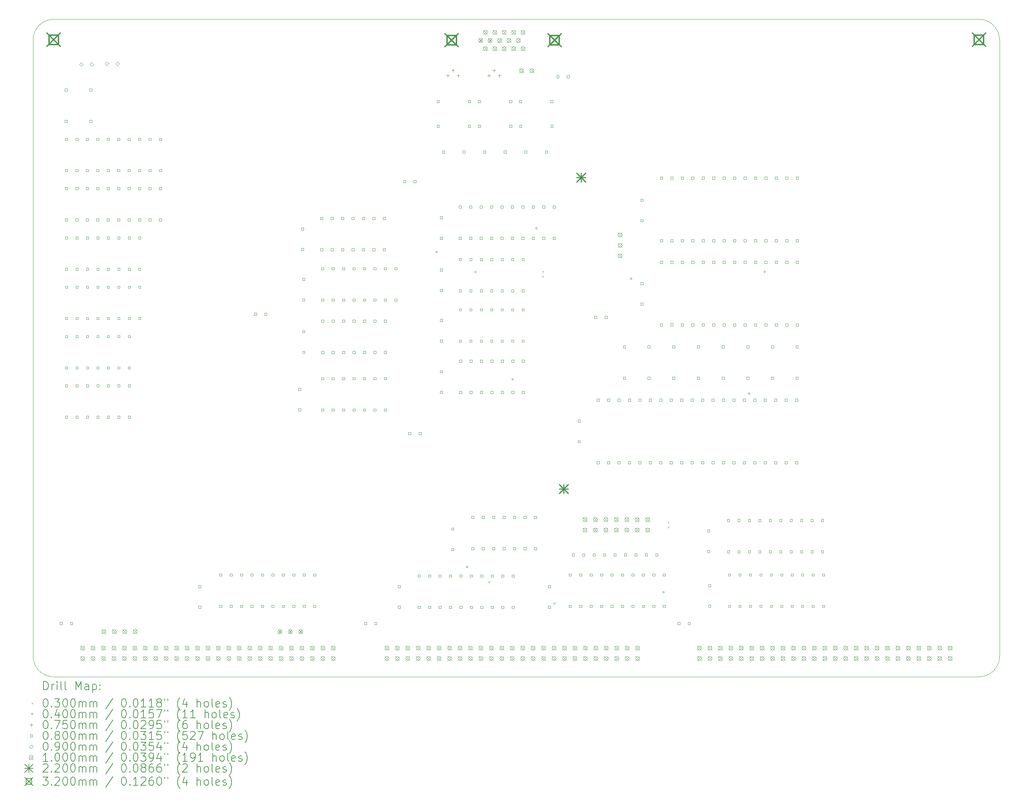
<source format=gbr>
%TF.GenerationSoftware,KiCad,Pcbnew,(6.0.11)*%
%TF.CreationDate,2024-01-15T17:38:48-05:00*%
%TF.ProjectId,input-output.Text,696e7075-742d-46f7-9574-7075742e5465,rev?*%
%TF.SameCoordinates,Original*%
%TF.FileFunction,Drillmap*%
%TF.FilePolarity,Positive*%
%FSLAX45Y45*%
G04 Gerber Fmt 4.5, Leading zero omitted, Abs format (unit mm)*
G04 Created by KiCad (PCBNEW (6.0.11)) date 2024-01-15 17:38:48*
%MOMM*%
%LPD*%
G01*
G04 APERTURE LIST*
%ADD10C,0.050000*%
%ADD11C,0.200000*%
%ADD12C,0.030000*%
%ADD13C,0.040000*%
%ADD14C,0.075000*%
%ADD15C,0.080000*%
%ADD16C,0.090000*%
%ADD17C,0.100000*%
%ADD18C,0.220000*%
%ADD19C,0.320000*%
G04 APERTURE END LIST*
D10*
X3500000Y-7500000D02*
X3500000Y-22500000D01*
X4000000Y-23000000D02*
X26500000Y-23000000D01*
X27000000Y-22500000D02*
X27000000Y-7500000D01*
X26500000Y-7000000D02*
X4000000Y-7000000D01*
X27000000Y-7500000D02*
G75*
G03*
X26500000Y-7000000I-500000J0D01*
G01*
X3500000Y-22500000D02*
G75*
G03*
X4000000Y-23000000I500000J0D01*
G01*
X4000000Y-7000000D02*
G75*
G03*
X3500000Y-7500000I0J-500000D01*
G01*
X26500000Y-23000000D02*
G75*
G03*
X27000000Y-22500000I0J500000D01*
G01*
D11*
D12*
X15885000Y-13125000D02*
X15915000Y-13155000D01*
X15915000Y-13125000D02*
X15885000Y-13155000D01*
X15885000Y-13245000D02*
X15915000Y-13275000D01*
X15915000Y-13245000D02*
X15885000Y-13275000D01*
X18935000Y-19225000D02*
X18965000Y-19255000D01*
X18965000Y-19225000D02*
X18935000Y-19255000D01*
X18935000Y-19345000D02*
X18965000Y-19375000D01*
X18965000Y-19345000D02*
X18935000Y-19375000D01*
D13*
X13328440Y-12660390D02*
G75*
G03*
X13328440Y-12660390I-20000J0D01*
G01*
X14073240Y-20323660D02*
G75*
G03*
X14073240Y-20323660I-20000J0D01*
G01*
X14278700Y-13149400D02*
G75*
G03*
X14278700Y-13149400I-20000J0D01*
G01*
X14611070Y-20696830D02*
G75*
G03*
X14611070Y-20696830I-20000J0D01*
G01*
X15180000Y-15758470D02*
G75*
G03*
X15180000Y-15758470I-20000J0D01*
G01*
X15757320Y-12088280D02*
G75*
G03*
X15757320Y-12088280I-20000J0D01*
G01*
X16199970Y-21213420D02*
G75*
G03*
X16199970Y-21213420I-20000J0D01*
G01*
X18060730Y-13314820D02*
G75*
G03*
X18060730Y-13314820I-20000J0D01*
G01*
X18849910Y-20940650D02*
G75*
G03*
X18849910Y-20940650I-20000J0D01*
G01*
X20930970Y-16109850D02*
G75*
G03*
X20930970Y-16109850I-20000J0D01*
G01*
X21310220Y-13142230D02*
G75*
G03*
X21310220Y-13142230I-20000J0D01*
G01*
D14*
X13582500Y-8332500D02*
X13582500Y-8407500D01*
X13545000Y-8370000D02*
X13620000Y-8370000D01*
X13709500Y-8205500D02*
X13709500Y-8280500D01*
X13672000Y-8243000D02*
X13747000Y-8243000D01*
X13836500Y-8332500D02*
X13836500Y-8407500D01*
X13799000Y-8370000D02*
X13874000Y-8370000D01*
X14582500Y-8332500D02*
X14582500Y-8407500D01*
X14545000Y-8370000D02*
X14620000Y-8370000D01*
X14709500Y-8205500D02*
X14709500Y-8280500D01*
X14672000Y-8243000D02*
X14747000Y-8243000D01*
X14836500Y-8332500D02*
X14836500Y-8407500D01*
X14799000Y-8370000D02*
X14874000Y-8370000D01*
D15*
X4207775Y-21728285D02*
X4207775Y-21671716D01*
X4151205Y-21671716D01*
X4151205Y-21728285D01*
X4207775Y-21728285D01*
X4328285Y-8747285D02*
X4328285Y-8690716D01*
X4271716Y-8690716D01*
X4271716Y-8747285D01*
X4328285Y-8747285D01*
X4328285Y-9509285D02*
X4328285Y-9452716D01*
X4271716Y-9452716D01*
X4271716Y-9509285D01*
X4328285Y-9509285D01*
X4335785Y-9946285D02*
X4335785Y-9889716D01*
X4279216Y-9889716D01*
X4279216Y-9946285D01*
X4335785Y-9946285D01*
X4335785Y-10708285D02*
X4335785Y-10651716D01*
X4279216Y-10651716D01*
X4279216Y-10708285D01*
X4335785Y-10708285D01*
X4335785Y-11146285D02*
X4335785Y-11089716D01*
X4279216Y-11089716D01*
X4279216Y-11146285D01*
X4335785Y-11146285D01*
X4335785Y-11908284D02*
X4335785Y-11851715D01*
X4279216Y-11851715D01*
X4279216Y-11908284D01*
X4335785Y-11908284D01*
X4340785Y-12346284D02*
X4340785Y-12289715D01*
X4284216Y-12289715D01*
X4284216Y-12346284D01*
X4340785Y-12346284D01*
X4340785Y-13108284D02*
X4340785Y-13051715D01*
X4284216Y-13051715D01*
X4284216Y-13108284D01*
X4340785Y-13108284D01*
X4340785Y-13546284D02*
X4340785Y-13489715D01*
X4284216Y-13489715D01*
X4284216Y-13546284D01*
X4340785Y-13546284D01*
X4340785Y-14308284D02*
X4340785Y-14251715D01*
X4284216Y-14251715D01*
X4284216Y-14308284D01*
X4340785Y-14308284D01*
X4340785Y-14746284D02*
X4340785Y-14689715D01*
X4284216Y-14689715D01*
X4284216Y-14746284D01*
X4340785Y-14746284D01*
X4340785Y-15508284D02*
X4340785Y-15451715D01*
X4284216Y-15451715D01*
X4284216Y-15508284D01*
X4340785Y-15508284D01*
X4340785Y-15946284D02*
X4340785Y-15889715D01*
X4284216Y-15889715D01*
X4284216Y-15946284D01*
X4340785Y-15946284D01*
X4340785Y-16708284D02*
X4340785Y-16651715D01*
X4284216Y-16651715D01*
X4284216Y-16708284D01*
X4340785Y-16708284D01*
X4457775Y-21728285D02*
X4457775Y-21671716D01*
X4401206Y-21671716D01*
X4401206Y-21728285D01*
X4457775Y-21728285D01*
X4589785Y-9946285D02*
X4589785Y-9889716D01*
X4533216Y-9889716D01*
X4533216Y-9946285D01*
X4589785Y-9946285D01*
X4589785Y-10708285D02*
X4589785Y-10651716D01*
X4533216Y-10651716D01*
X4533216Y-10708285D01*
X4589785Y-10708285D01*
X4589785Y-11146285D02*
X4589785Y-11089716D01*
X4533216Y-11089716D01*
X4533216Y-11146285D01*
X4589785Y-11146285D01*
X4589785Y-11908284D02*
X4589785Y-11851715D01*
X4533216Y-11851715D01*
X4533216Y-11908284D01*
X4589785Y-11908284D01*
X4594785Y-12346284D02*
X4594785Y-12289715D01*
X4538216Y-12289715D01*
X4538216Y-12346284D01*
X4594785Y-12346284D01*
X4594785Y-13108284D02*
X4594785Y-13051715D01*
X4538216Y-13051715D01*
X4538216Y-13108284D01*
X4594785Y-13108284D01*
X4594785Y-13546284D02*
X4594785Y-13489715D01*
X4538216Y-13489715D01*
X4538216Y-13546284D01*
X4594785Y-13546284D01*
X4594785Y-14308284D02*
X4594785Y-14251715D01*
X4538216Y-14251715D01*
X4538216Y-14308284D01*
X4594785Y-14308284D01*
X4594785Y-14746284D02*
X4594785Y-14689715D01*
X4538216Y-14689715D01*
X4538216Y-14746284D01*
X4594785Y-14746284D01*
X4594785Y-15508284D02*
X4594785Y-15451715D01*
X4538216Y-15451715D01*
X4538216Y-15508284D01*
X4594785Y-15508284D01*
X4594785Y-15946284D02*
X4594785Y-15889715D01*
X4538216Y-15889715D01*
X4538216Y-15946284D01*
X4594785Y-15946284D01*
X4594785Y-16708284D02*
X4594785Y-16651715D01*
X4538216Y-16651715D01*
X4538216Y-16708284D01*
X4594785Y-16708284D01*
X4843785Y-9946285D02*
X4843785Y-9889716D01*
X4787216Y-9889716D01*
X4787216Y-9946285D01*
X4843785Y-9946285D01*
X4843785Y-10708285D02*
X4843785Y-10651716D01*
X4787216Y-10651716D01*
X4787216Y-10708285D01*
X4843785Y-10708285D01*
X4843785Y-11146285D02*
X4843785Y-11089716D01*
X4787216Y-11089716D01*
X4787216Y-11146285D01*
X4843785Y-11146285D01*
X4843785Y-11908284D02*
X4843785Y-11851715D01*
X4787216Y-11851715D01*
X4787216Y-11908284D01*
X4843785Y-11908284D01*
X4848785Y-12346284D02*
X4848785Y-12289715D01*
X4792216Y-12289715D01*
X4792216Y-12346284D01*
X4848785Y-12346284D01*
X4848785Y-13108284D02*
X4848785Y-13051715D01*
X4792216Y-13051715D01*
X4792216Y-13108284D01*
X4848785Y-13108284D01*
X4848785Y-13546284D02*
X4848785Y-13489715D01*
X4792216Y-13489715D01*
X4792216Y-13546284D01*
X4848785Y-13546284D01*
X4848785Y-14308284D02*
X4848785Y-14251715D01*
X4792216Y-14251715D01*
X4792216Y-14308284D01*
X4848785Y-14308284D01*
X4848785Y-14746284D02*
X4848785Y-14689715D01*
X4792216Y-14689715D01*
X4792216Y-14746284D01*
X4848785Y-14746284D01*
X4848785Y-15508284D02*
X4848785Y-15451715D01*
X4792216Y-15451715D01*
X4792216Y-15508284D01*
X4848785Y-15508284D01*
X4848785Y-15946284D02*
X4848785Y-15889715D01*
X4792216Y-15889715D01*
X4792216Y-15946284D01*
X4848785Y-15946284D01*
X4848785Y-16708284D02*
X4848785Y-16651715D01*
X4792216Y-16651715D01*
X4792216Y-16708284D01*
X4848785Y-16708284D01*
X4928285Y-8747285D02*
X4928285Y-8690716D01*
X4871716Y-8690716D01*
X4871716Y-8747285D01*
X4928285Y-8747285D01*
X4928285Y-9509285D02*
X4928285Y-9452716D01*
X4871716Y-9452716D01*
X4871716Y-9509285D01*
X4928285Y-9509285D01*
X5097785Y-9946285D02*
X5097785Y-9889716D01*
X5041216Y-9889716D01*
X5041216Y-9946285D01*
X5097785Y-9946285D01*
X5097785Y-10708285D02*
X5097785Y-10651716D01*
X5041216Y-10651716D01*
X5041216Y-10708285D01*
X5097785Y-10708285D01*
X5097785Y-11146285D02*
X5097785Y-11089716D01*
X5041216Y-11089716D01*
X5041216Y-11146285D01*
X5097785Y-11146285D01*
X5097785Y-11908284D02*
X5097785Y-11851715D01*
X5041216Y-11851715D01*
X5041216Y-11908284D01*
X5097785Y-11908284D01*
X5102785Y-12346284D02*
X5102785Y-12289715D01*
X5046216Y-12289715D01*
X5046216Y-12346284D01*
X5102785Y-12346284D01*
X5102785Y-13108284D02*
X5102785Y-13051715D01*
X5046216Y-13051715D01*
X5046216Y-13108284D01*
X5102785Y-13108284D01*
X5102785Y-13546284D02*
X5102785Y-13489715D01*
X5046216Y-13489715D01*
X5046216Y-13546284D01*
X5102785Y-13546284D01*
X5102785Y-14308284D02*
X5102785Y-14251715D01*
X5046216Y-14251715D01*
X5046216Y-14308284D01*
X5102785Y-14308284D01*
X5102785Y-14746284D02*
X5102785Y-14689715D01*
X5046216Y-14689715D01*
X5046216Y-14746284D01*
X5102785Y-14746284D01*
X5102785Y-15508284D02*
X5102785Y-15451715D01*
X5046216Y-15451715D01*
X5046216Y-15508284D01*
X5102785Y-15508284D01*
X5102785Y-15946284D02*
X5102785Y-15889715D01*
X5046216Y-15889715D01*
X5046216Y-15946284D01*
X5102785Y-15946284D01*
X5102785Y-16708284D02*
X5102785Y-16651715D01*
X5046216Y-16651715D01*
X5046216Y-16708284D01*
X5102785Y-16708284D01*
X5351785Y-9946285D02*
X5351785Y-9889716D01*
X5295216Y-9889716D01*
X5295216Y-9946285D01*
X5351785Y-9946285D01*
X5351785Y-10708285D02*
X5351785Y-10651716D01*
X5295216Y-10651716D01*
X5295216Y-10708285D01*
X5351785Y-10708285D01*
X5351785Y-11146285D02*
X5351785Y-11089716D01*
X5295216Y-11089716D01*
X5295216Y-11146285D01*
X5351785Y-11146285D01*
X5351785Y-11908284D02*
X5351785Y-11851715D01*
X5295216Y-11851715D01*
X5295216Y-11908284D01*
X5351785Y-11908284D01*
X5356785Y-12346284D02*
X5356785Y-12289715D01*
X5300216Y-12289715D01*
X5300216Y-12346284D01*
X5356785Y-12346284D01*
X5356785Y-13108284D02*
X5356785Y-13051715D01*
X5300216Y-13051715D01*
X5300216Y-13108284D01*
X5356785Y-13108284D01*
X5356785Y-13546284D02*
X5356785Y-13489715D01*
X5300216Y-13489715D01*
X5300216Y-13546284D01*
X5356785Y-13546284D01*
X5356785Y-14308284D02*
X5356785Y-14251715D01*
X5300216Y-14251715D01*
X5300216Y-14308284D01*
X5356785Y-14308284D01*
X5356785Y-14746284D02*
X5356785Y-14689715D01*
X5300216Y-14689715D01*
X5300216Y-14746284D01*
X5356785Y-14746284D01*
X5356785Y-15508284D02*
X5356785Y-15451715D01*
X5300216Y-15451715D01*
X5300216Y-15508284D01*
X5356785Y-15508284D01*
X5356785Y-15946284D02*
X5356785Y-15889715D01*
X5300216Y-15889715D01*
X5300216Y-15946284D01*
X5356785Y-15946284D01*
X5356785Y-16708284D02*
X5356785Y-16651715D01*
X5300216Y-16651715D01*
X5300216Y-16708284D01*
X5356785Y-16708284D01*
X5605784Y-9946285D02*
X5605784Y-9889716D01*
X5549216Y-9889716D01*
X5549216Y-9946285D01*
X5605784Y-9946285D01*
X5605784Y-10708285D02*
X5605784Y-10651716D01*
X5549216Y-10651716D01*
X5549216Y-10708285D01*
X5605784Y-10708285D01*
X5605784Y-11146285D02*
X5605784Y-11089716D01*
X5549216Y-11089716D01*
X5549216Y-11146285D01*
X5605784Y-11146285D01*
X5605784Y-11908284D02*
X5605784Y-11851715D01*
X5549216Y-11851715D01*
X5549216Y-11908284D01*
X5605784Y-11908284D01*
X5610784Y-12346284D02*
X5610784Y-12289715D01*
X5554216Y-12289715D01*
X5554216Y-12346284D01*
X5610784Y-12346284D01*
X5610784Y-13108284D02*
X5610784Y-13051715D01*
X5554216Y-13051715D01*
X5554216Y-13108284D01*
X5610784Y-13108284D01*
X5610784Y-13546284D02*
X5610784Y-13489715D01*
X5554216Y-13489715D01*
X5554216Y-13546284D01*
X5610784Y-13546284D01*
X5610784Y-14308284D02*
X5610784Y-14251715D01*
X5554216Y-14251715D01*
X5554216Y-14308284D01*
X5610784Y-14308284D01*
X5610784Y-14746284D02*
X5610784Y-14689715D01*
X5554216Y-14689715D01*
X5554216Y-14746284D01*
X5610784Y-14746284D01*
X5610784Y-15508284D02*
X5610784Y-15451715D01*
X5554216Y-15451715D01*
X5554216Y-15508284D01*
X5610784Y-15508284D01*
X5610784Y-15946284D02*
X5610784Y-15889715D01*
X5554216Y-15889715D01*
X5554216Y-15946284D01*
X5610784Y-15946284D01*
X5610784Y-16708284D02*
X5610784Y-16651715D01*
X5554216Y-16651715D01*
X5554216Y-16708284D01*
X5610784Y-16708284D01*
X5859784Y-9946285D02*
X5859784Y-9889716D01*
X5803215Y-9889716D01*
X5803215Y-9946285D01*
X5859784Y-9946285D01*
X5859784Y-10708285D02*
X5859784Y-10651716D01*
X5803215Y-10651716D01*
X5803215Y-10708285D01*
X5859784Y-10708285D01*
X5859784Y-11146285D02*
X5859784Y-11089716D01*
X5803215Y-11089716D01*
X5803215Y-11146285D01*
X5859784Y-11146285D01*
X5859784Y-11908284D02*
X5859784Y-11851715D01*
X5803215Y-11851715D01*
X5803215Y-11908284D01*
X5859784Y-11908284D01*
X5864784Y-12346284D02*
X5864784Y-12289715D01*
X5808215Y-12289715D01*
X5808215Y-12346284D01*
X5864784Y-12346284D01*
X5864784Y-13108284D02*
X5864784Y-13051715D01*
X5808215Y-13051715D01*
X5808215Y-13108284D01*
X5864784Y-13108284D01*
X5864784Y-13546284D02*
X5864784Y-13489715D01*
X5808215Y-13489715D01*
X5808215Y-13546284D01*
X5864784Y-13546284D01*
X5864784Y-14308284D02*
X5864784Y-14251715D01*
X5808215Y-14251715D01*
X5808215Y-14308284D01*
X5864784Y-14308284D01*
X5864784Y-14746284D02*
X5864784Y-14689715D01*
X5808215Y-14689715D01*
X5808215Y-14746284D01*
X5864784Y-14746284D01*
X5864784Y-15508284D02*
X5864784Y-15451715D01*
X5808215Y-15451715D01*
X5808215Y-15508284D01*
X5864784Y-15508284D01*
X5864784Y-15946284D02*
X5864784Y-15889715D01*
X5808215Y-15889715D01*
X5808215Y-15946284D01*
X5864784Y-15946284D01*
X5864784Y-16708284D02*
X5864784Y-16651715D01*
X5808215Y-16651715D01*
X5808215Y-16708284D01*
X5864784Y-16708284D01*
X6113784Y-9946285D02*
X6113784Y-9889716D01*
X6057215Y-9889716D01*
X6057215Y-9946285D01*
X6113784Y-9946285D01*
X6113784Y-10708285D02*
X6113784Y-10651716D01*
X6057215Y-10651716D01*
X6057215Y-10708285D01*
X6113784Y-10708285D01*
X6113784Y-11146285D02*
X6113784Y-11089716D01*
X6057215Y-11089716D01*
X6057215Y-11146285D01*
X6113784Y-11146285D01*
X6113784Y-11908284D02*
X6113784Y-11851715D01*
X6057215Y-11851715D01*
X6057215Y-11908284D01*
X6113784Y-11908284D01*
X6118784Y-12346284D02*
X6118784Y-12289715D01*
X6062215Y-12289715D01*
X6062215Y-12346284D01*
X6118784Y-12346284D01*
X6118784Y-13108284D02*
X6118784Y-13051715D01*
X6062215Y-13051715D01*
X6062215Y-13108284D01*
X6118784Y-13108284D01*
X6118784Y-13546284D02*
X6118784Y-13489715D01*
X6062215Y-13489715D01*
X6062215Y-13546284D01*
X6118784Y-13546284D01*
X6118784Y-14308284D02*
X6118784Y-14251715D01*
X6062215Y-14251715D01*
X6062215Y-14308284D01*
X6118784Y-14308284D01*
X6367784Y-9946285D02*
X6367784Y-9889716D01*
X6311215Y-9889716D01*
X6311215Y-9946285D01*
X6367784Y-9946285D01*
X6367784Y-10708285D02*
X6367784Y-10651716D01*
X6311215Y-10651716D01*
X6311215Y-10708285D01*
X6367784Y-10708285D01*
X6367784Y-11146285D02*
X6367784Y-11089716D01*
X6311215Y-11089716D01*
X6311215Y-11146285D01*
X6367784Y-11146285D01*
X6367784Y-11908284D02*
X6367784Y-11851715D01*
X6311215Y-11851715D01*
X6311215Y-11908284D01*
X6367784Y-11908284D01*
X6621784Y-9946285D02*
X6621784Y-9889716D01*
X6565215Y-9889716D01*
X6565215Y-9946285D01*
X6621784Y-9946285D01*
X6621784Y-10708285D02*
X6621784Y-10651716D01*
X6565215Y-10651716D01*
X6565215Y-10708285D01*
X6621784Y-10708285D01*
X6621784Y-11146285D02*
X6621784Y-11089716D01*
X6565215Y-11089716D01*
X6565215Y-11146285D01*
X6621784Y-11146285D01*
X6621784Y-11908284D02*
X6621784Y-11851715D01*
X6565215Y-11851715D01*
X6565215Y-11908284D01*
X6621784Y-11908284D01*
X7578284Y-20828285D02*
X7578284Y-20771716D01*
X7521715Y-20771716D01*
X7521715Y-20828285D01*
X7578284Y-20828285D01*
X7578284Y-21328285D02*
X7578284Y-21271716D01*
X7521715Y-21271716D01*
X7521715Y-21328285D01*
X7578284Y-21328285D01*
X8085784Y-20546285D02*
X8085784Y-20489716D01*
X8029215Y-20489716D01*
X8029215Y-20546285D01*
X8085784Y-20546285D01*
X8085784Y-21308285D02*
X8085784Y-21251716D01*
X8029215Y-21251716D01*
X8029215Y-21308285D01*
X8085784Y-21308285D01*
X8339784Y-20546285D02*
X8339784Y-20489716D01*
X8283215Y-20489716D01*
X8283215Y-20546285D01*
X8339784Y-20546285D01*
X8339784Y-21308285D02*
X8339784Y-21251716D01*
X8283215Y-21251716D01*
X8283215Y-21308285D01*
X8339784Y-21308285D01*
X8593785Y-20546285D02*
X8593785Y-20489716D01*
X8537216Y-20489716D01*
X8537216Y-20546285D01*
X8593785Y-20546285D01*
X8593785Y-21308285D02*
X8593785Y-21251716D01*
X8537216Y-21251716D01*
X8537216Y-21308285D01*
X8593785Y-21308285D01*
X8847785Y-20546285D02*
X8847785Y-20489716D01*
X8791216Y-20489716D01*
X8791216Y-20546285D01*
X8847785Y-20546285D01*
X8847785Y-21308285D02*
X8847785Y-21251716D01*
X8791216Y-21251716D01*
X8791216Y-21308285D01*
X8847785Y-21308285D01*
X8932775Y-14203284D02*
X8932775Y-14146715D01*
X8876206Y-14146715D01*
X8876206Y-14203284D01*
X8932775Y-14203284D01*
X9101785Y-20546285D02*
X9101785Y-20489716D01*
X9045216Y-20489716D01*
X9045216Y-20546285D01*
X9101785Y-20546285D01*
X9101785Y-21308285D02*
X9101785Y-21251716D01*
X9045216Y-21251716D01*
X9045216Y-21308285D01*
X9101785Y-21308285D01*
X9182775Y-14203284D02*
X9182775Y-14146715D01*
X9126206Y-14146715D01*
X9126206Y-14203284D01*
X9182775Y-14203284D01*
X9355785Y-20546285D02*
X9355785Y-20489716D01*
X9299216Y-20489716D01*
X9299216Y-20546285D01*
X9355785Y-20546285D01*
X9355785Y-21308285D02*
X9355785Y-21251716D01*
X9299216Y-21251716D01*
X9299216Y-21308285D01*
X9355785Y-21308285D01*
X9609785Y-20546285D02*
X9609785Y-20489716D01*
X9553216Y-20489716D01*
X9553216Y-20546285D01*
X9609785Y-20546285D01*
X9609785Y-21308285D02*
X9609785Y-21251716D01*
X9553216Y-21251716D01*
X9553216Y-21308285D01*
X9609785Y-21308285D01*
X9863785Y-20546285D02*
X9863785Y-20489716D01*
X9807216Y-20489716D01*
X9807216Y-20546285D01*
X9863785Y-20546285D01*
X9863785Y-21308285D02*
X9863785Y-21251716D01*
X9807216Y-21251716D01*
X9807216Y-21308285D01*
X9863785Y-21308285D01*
X10005785Y-16028284D02*
X10005785Y-15971715D01*
X9949216Y-15971715D01*
X9949216Y-16028284D01*
X10005785Y-16028284D01*
X10005785Y-16528284D02*
X10005785Y-16471715D01*
X9949216Y-16471715D01*
X9949216Y-16528284D01*
X10005785Y-16528284D01*
X10080785Y-12128284D02*
X10080785Y-12071715D01*
X10024216Y-12071715D01*
X10024216Y-12128284D01*
X10080785Y-12128284D01*
X10080785Y-12628284D02*
X10080785Y-12571715D01*
X10024216Y-12571715D01*
X10024216Y-12628284D01*
X10080785Y-12628284D01*
X10105785Y-13353284D02*
X10105785Y-13296715D01*
X10049216Y-13296715D01*
X10049216Y-13353284D01*
X10105785Y-13353284D01*
X10105785Y-13853284D02*
X10105785Y-13796715D01*
X10049216Y-13796715D01*
X10049216Y-13853284D01*
X10105785Y-13853284D01*
X10105785Y-14628284D02*
X10105785Y-14571715D01*
X10049216Y-14571715D01*
X10049216Y-14628284D01*
X10105785Y-14628284D01*
X10105785Y-15128284D02*
X10105785Y-15071715D01*
X10049216Y-15071715D01*
X10049216Y-15128284D01*
X10105785Y-15128284D01*
X10117785Y-20546285D02*
X10117785Y-20489716D01*
X10061216Y-20489716D01*
X10061216Y-20546285D01*
X10117785Y-20546285D01*
X10117785Y-21308285D02*
X10117785Y-21251716D01*
X10061216Y-21251716D01*
X10061216Y-21308285D01*
X10117785Y-21308285D01*
X10371785Y-20546285D02*
X10371785Y-20489716D01*
X10315216Y-20489716D01*
X10315216Y-20546285D01*
X10371785Y-20546285D01*
X10371785Y-21308285D02*
X10371785Y-21251716D01*
X10315216Y-21251716D01*
X10315216Y-21308285D01*
X10371785Y-21308285D01*
X10543285Y-11871284D02*
X10543285Y-11814715D01*
X10486716Y-11814715D01*
X10486716Y-11871284D01*
X10543285Y-11871284D01*
X10543285Y-12633284D02*
X10543285Y-12576715D01*
X10486716Y-12576715D01*
X10486716Y-12633284D01*
X10543285Y-12633284D01*
X10568285Y-13096284D02*
X10568285Y-13039715D01*
X10511716Y-13039715D01*
X10511716Y-13096284D01*
X10568285Y-13096284D01*
X10568285Y-13858284D02*
X10568285Y-13801715D01*
X10511716Y-13801715D01*
X10511716Y-13858284D01*
X10568285Y-13858284D01*
X10568285Y-14371284D02*
X10568285Y-14314715D01*
X10511716Y-14314715D01*
X10511716Y-14371284D01*
X10568285Y-14371284D01*
X10568285Y-15133284D02*
X10568285Y-15076715D01*
X10511716Y-15076715D01*
X10511716Y-15133284D01*
X10568285Y-15133284D01*
X10568285Y-15771284D02*
X10568285Y-15714715D01*
X10511716Y-15714715D01*
X10511716Y-15771284D01*
X10568285Y-15771284D01*
X10568285Y-16533284D02*
X10568285Y-16476715D01*
X10511716Y-16476715D01*
X10511716Y-16533284D01*
X10568285Y-16533284D01*
X10797285Y-11871284D02*
X10797285Y-11814715D01*
X10740716Y-11814715D01*
X10740716Y-11871284D01*
X10797285Y-11871284D01*
X10797285Y-12633284D02*
X10797285Y-12576715D01*
X10740716Y-12576715D01*
X10740716Y-12633284D01*
X10797285Y-12633284D01*
X10822285Y-13096284D02*
X10822285Y-13039715D01*
X10765716Y-13039715D01*
X10765716Y-13096284D01*
X10822285Y-13096284D01*
X10822285Y-13858284D02*
X10822285Y-13801715D01*
X10765716Y-13801715D01*
X10765716Y-13858284D01*
X10822285Y-13858284D01*
X10822285Y-14371284D02*
X10822285Y-14314715D01*
X10765716Y-14314715D01*
X10765716Y-14371284D01*
X10822285Y-14371284D01*
X10822285Y-15133284D02*
X10822285Y-15076715D01*
X10765716Y-15076715D01*
X10765716Y-15133284D01*
X10822285Y-15133284D01*
X10822285Y-15771284D02*
X10822285Y-15714715D01*
X10765716Y-15714715D01*
X10765716Y-15771284D01*
X10822285Y-15771284D01*
X10822285Y-16533284D02*
X10822285Y-16476715D01*
X10765716Y-16476715D01*
X10765716Y-16533284D01*
X10822285Y-16533284D01*
X11051285Y-11871284D02*
X11051285Y-11814715D01*
X10994716Y-11814715D01*
X10994716Y-11871284D01*
X11051285Y-11871284D01*
X11051285Y-12633284D02*
X11051285Y-12576715D01*
X10994716Y-12576715D01*
X10994716Y-12633284D01*
X11051285Y-12633284D01*
X11076285Y-13096284D02*
X11076285Y-13039715D01*
X11019716Y-13039715D01*
X11019716Y-13096284D01*
X11076285Y-13096284D01*
X11076285Y-13858284D02*
X11076285Y-13801715D01*
X11019716Y-13801715D01*
X11019716Y-13858284D01*
X11076285Y-13858284D01*
X11076285Y-14371284D02*
X11076285Y-14314715D01*
X11019716Y-14314715D01*
X11019716Y-14371284D01*
X11076285Y-14371284D01*
X11076285Y-15133284D02*
X11076285Y-15076715D01*
X11019716Y-15076715D01*
X11019716Y-15133284D01*
X11076285Y-15133284D01*
X11076285Y-15771284D02*
X11076285Y-15714715D01*
X11019716Y-15714715D01*
X11019716Y-15771284D01*
X11076285Y-15771284D01*
X11076285Y-16533284D02*
X11076285Y-16476715D01*
X11019716Y-16476715D01*
X11019716Y-16533284D01*
X11076285Y-16533284D01*
X11305284Y-11871284D02*
X11305284Y-11814715D01*
X11248715Y-11814715D01*
X11248715Y-11871284D01*
X11305284Y-11871284D01*
X11305284Y-12633284D02*
X11305284Y-12576715D01*
X11248715Y-12576715D01*
X11248715Y-12633284D01*
X11305284Y-12633284D01*
X11330284Y-13096284D02*
X11330284Y-13039715D01*
X11273715Y-13039715D01*
X11273715Y-13096284D01*
X11330284Y-13096284D01*
X11330284Y-13858284D02*
X11330284Y-13801715D01*
X11273715Y-13801715D01*
X11273715Y-13858284D01*
X11330284Y-13858284D01*
X11330284Y-14371284D02*
X11330284Y-14314715D01*
X11273715Y-14314715D01*
X11273715Y-14371284D01*
X11330284Y-14371284D01*
X11330284Y-15133284D02*
X11330284Y-15076715D01*
X11273715Y-15076715D01*
X11273715Y-15133284D01*
X11330284Y-15133284D01*
X11330284Y-15771284D02*
X11330284Y-15714715D01*
X11273715Y-15714715D01*
X11273715Y-15771284D01*
X11330284Y-15771284D01*
X11330284Y-16533284D02*
X11330284Y-16476715D01*
X11273715Y-16476715D01*
X11273715Y-16533284D01*
X11330284Y-16533284D01*
X11559284Y-11871284D02*
X11559284Y-11814715D01*
X11502715Y-11814715D01*
X11502715Y-11871284D01*
X11559284Y-11871284D01*
X11559284Y-12633284D02*
X11559284Y-12576715D01*
X11502715Y-12576715D01*
X11502715Y-12633284D01*
X11559284Y-12633284D01*
X11584284Y-13096284D02*
X11584284Y-13039715D01*
X11527715Y-13039715D01*
X11527715Y-13096284D01*
X11584284Y-13096284D01*
X11584284Y-13858284D02*
X11584284Y-13801715D01*
X11527715Y-13801715D01*
X11527715Y-13858284D01*
X11584284Y-13858284D01*
X11584284Y-14371284D02*
X11584284Y-14314715D01*
X11527715Y-14314715D01*
X11527715Y-14371284D01*
X11584284Y-14371284D01*
X11584284Y-15133284D02*
X11584284Y-15076715D01*
X11527715Y-15076715D01*
X11527715Y-15133284D01*
X11584284Y-15133284D01*
X11584284Y-15771284D02*
X11584284Y-15714715D01*
X11527715Y-15714715D01*
X11527715Y-15771284D01*
X11584284Y-15771284D01*
X11584284Y-16533284D02*
X11584284Y-16476715D01*
X11527715Y-16476715D01*
X11527715Y-16533284D01*
X11584284Y-16533284D01*
X11607774Y-21728285D02*
X11607774Y-21671716D01*
X11551205Y-21671716D01*
X11551205Y-21728285D01*
X11607774Y-21728285D01*
X11813284Y-11871284D02*
X11813284Y-11814715D01*
X11756715Y-11814715D01*
X11756715Y-11871284D01*
X11813284Y-11871284D01*
X11813284Y-12633284D02*
X11813284Y-12576715D01*
X11756715Y-12576715D01*
X11756715Y-12633284D01*
X11813284Y-12633284D01*
X11838284Y-13096284D02*
X11838284Y-13039715D01*
X11781715Y-13039715D01*
X11781715Y-13096284D01*
X11838284Y-13096284D01*
X11838284Y-13858284D02*
X11838284Y-13801715D01*
X11781715Y-13801715D01*
X11781715Y-13858284D01*
X11838284Y-13858284D01*
X11838284Y-14371284D02*
X11838284Y-14314715D01*
X11781715Y-14314715D01*
X11781715Y-14371284D01*
X11838284Y-14371284D01*
X11838284Y-15133284D02*
X11838284Y-15076715D01*
X11781715Y-15076715D01*
X11781715Y-15133284D01*
X11838284Y-15133284D01*
X11838284Y-15771284D02*
X11838284Y-15714715D01*
X11781715Y-15714715D01*
X11781715Y-15771284D01*
X11838284Y-15771284D01*
X11838284Y-16533284D02*
X11838284Y-16476715D01*
X11781715Y-16476715D01*
X11781715Y-16533284D01*
X11838284Y-16533284D01*
X11857774Y-21728285D02*
X11857774Y-21671716D01*
X11801205Y-21671716D01*
X11801205Y-21728285D01*
X11857774Y-21728285D01*
X12067284Y-11871284D02*
X12067284Y-11814715D01*
X12010715Y-11814715D01*
X12010715Y-11871284D01*
X12067284Y-11871284D01*
X12067284Y-12633284D02*
X12067284Y-12576715D01*
X12010715Y-12576715D01*
X12010715Y-12633284D01*
X12067284Y-12633284D01*
X12092284Y-13096284D02*
X12092284Y-13039715D01*
X12035715Y-13039715D01*
X12035715Y-13096284D01*
X12092284Y-13096284D01*
X12092284Y-13858284D02*
X12092284Y-13801715D01*
X12035715Y-13801715D01*
X12035715Y-13858284D01*
X12092284Y-13858284D01*
X12092284Y-14371284D02*
X12092284Y-14314715D01*
X12035715Y-14314715D01*
X12035715Y-14371284D01*
X12092284Y-14371284D01*
X12092284Y-15133284D02*
X12092284Y-15076715D01*
X12035715Y-15076715D01*
X12035715Y-15133284D01*
X12092284Y-15133284D01*
X12092284Y-15771284D02*
X12092284Y-15714715D01*
X12035715Y-15714715D01*
X12035715Y-15771284D01*
X12092284Y-15771284D01*
X12092284Y-16533284D02*
X12092284Y-16476715D01*
X12035715Y-16476715D01*
X12035715Y-16533284D01*
X12092284Y-16533284D01*
X12346284Y-13096284D02*
X12346284Y-13039715D01*
X12289715Y-13039715D01*
X12289715Y-13096284D01*
X12346284Y-13096284D01*
X12346284Y-13858284D02*
X12346284Y-13801715D01*
X12289715Y-13801715D01*
X12289715Y-13858284D01*
X12346284Y-13858284D01*
X12428284Y-20828285D02*
X12428284Y-20771716D01*
X12371715Y-20771716D01*
X12371715Y-20828285D01*
X12428284Y-20828285D01*
X12428284Y-21328285D02*
X12428284Y-21271716D01*
X12371715Y-21271716D01*
X12371715Y-21328285D01*
X12428284Y-21328285D01*
X12560274Y-10978285D02*
X12560274Y-10921716D01*
X12503705Y-10921716D01*
X12503705Y-10978285D01*
X12560274Y-10978285D01*
X12685274Y-17103285D02*
X12685274Y-17046716D01*
X12628705Y-17046716D01*
X12628705Y-17103285D01*
X12685274Y-17103285D01*
X12810274Y-10978285D02*
X12810274Y-10921716D01*
X12753705Y-10921716D01*
X12753705Y-10978285D01*
X12810274Y-10978285D01*
X12910784Y-20571285D02*
X12910784Y-20514716D01*
X12854215Y-20514716D01*
X12854215Y-20571285D01*
X12910784Y-20571285D01*
X12910784Y-21333285D02*
X12910784Y-21276716D01*
X12854215Y-21276716D01*
X12854215Y-21333285D01*
X12910784Y-21333285D01*
X12935274Y-17103285D02*
X12935274Y-17046716D01*
X12878705Y-17046716D01*
X12878705Y-17103285D01*
X12935274Y-17103285D01*
X13164784Y-20571285D02*
X13164784Y-20514716D01*
X13108215Y-20514716D01*
X13108215Y-20571285D01*
X13164784Y-20571285D01*
X13164784Y-21333285D02*
X13164784Y-21276716D01*
X13108215Y-21276716D01*
X13108215Y-21333285D01*
X13164784Y-21333285D01*
X13374784Y-9028285D02*
X13374784Y-8971716D01*
X13318215Y-8971716D01*
X13318215Y-9028285D01*
X13374784Y-9028285D01*
X13374784Y-9628285D02*
X13374784Y-9571716D01*
X13318215Y-9571716D01*
X13318215Y-9628285D01*
X13374784Y-9628285D01*
X13418784Y-20571285D02*
X13418784Y-20514716D01*
X13362215Y-20514716D01*
X13362215Y-20571285D01*
X13418784Y-20571285D01*
X13418784Y-21333285D02*
X13418784Y-21276716D01*
X13362215Y-21276716D01*
X13362215Y-21333285D01*
X13418784Y-21333285D01*
X13453284Y-11853284D02*
X13453284Y-11796715D01*
X13396715Y-11796715D01*
X13396715Y-11853284D01*
X13453284Y-11853284D01*
X13453284Y-12353284D02*
X13453284Y-12296715D01*
X13396715Y-12296715D01*
X13396715Y-12353284D01*
X13453284Y-12353284D01*
X13453284Y-13128284D02*
X13453284Y-13071715D01*
X13396715Y-13071715D01*
X13396715Y-13128284D01*
X13453284Y-13128284D01*
X13453284Y-13628284D02*
X13453284Y-13571715D01*
X13396715Y-13571715D01*
X13396715Y-13628284D01*
X13453284Y-13628284D01*
X13453284Y-14353284D02*
X13453284Y-14296715D01*
X13396715Y-14296715D01*
X13396715Y-14353284D01*
X13453284Y-14353284D01*
X13453284Y-14853284D02*
X13453284Y-14796715D01*
X13396715Y-14796715D01*
X13396715Y-14853284D01*
X13453284Y-14853284D01*
X13453284Y-15603284D02*
X13453284Y-15546715D01*
X13396715Y-15546715D01*
X13396715Y-15603284D01*
X13453284Y-15603284D01*
X13453284Y-16103284D02*
X13453284Y-16046715D01*
X13396715Y-16046715D01*
X13396715Y-16103284D01*
X13453284Y-16103284D01*
X13505784Y-10253285D02*
X13505784Y-10196716D01*
X13449215Y-10196716D01*
X13449215Y-10253285D01*
X13505784Y-10253285D01*
X13672784Y-20571285D02*
X13672784Y-20514716D01*
X13616215Y-20514716D01*
X13616215Y-20571285D01*
X13672784Y-20571285D01*
X13672784Y-21333285D02*
X13672784Y-21276716D01*
X13616215Y-21276716D01*
X13616215Y-21333285D01*
X13672784Y-21333285D01*
X13728284Y-19428285D02*
X13728284Y-19371716D01*
X13671715Y-19371716D01*
X13671715Y-19428285D01*
X13728284Y-19428285D01*
X13728284Y-19928285D02*
X13728284Y-19871716D01*
X13671715Y-19871716D01*
X13671715Y-19928285D01*
X13728284Y-19928285D01*
X13910784Y-11596284D02*
X13910784Y-11539715D01*
X13854215Y-11539715D01*
X13854215Y-11596284D01*
X13910784Y-11596284D01*
X13910784Y-12358284D02*
X13910784Y-12301715D01*
X13854215Y-12301715D01*
X13854215Y-12358284D01*
X13910784Y-12358284D01*
X13915784Y-12871284D02*
X13915784Y-12814715D01*
X13859215Y-12814715D01*
X13859215Y-12871284D01*
X13915784Y-12871284D01*
X13915784Y-13633284D02*
X13915784Y-13576715D01*
X13859215Y-13576715D01*
X13859215Y-13633284D01*
X13915784Y-13633284D01*
X13915784Y-14096284D02*
X13915784Y-14039715D01*
X13859215Y-14039715D01*
X13859215Y-14096284D01*
X13915784Y-14096284D01*
X13915784Y-14858284D02*
X13915784Y-14801715D01*
X13859215Y-14801715D01*
X13859215Y-14858284D01*
X13915784Y-14858284D01*
X13918284Y-15346284D02*
X13918284Y-15289715D01*
X13861715Y-15289715D01*
X13861715Y-15346284D01*
X13918284Y-15346284D01*
X13918284Y-16108284D02*
X13918284Y-16051715D01*
X13861715Y-16051715D01*
X13861715Y-16108284D01*
X13918284Y-16108284D01*
X13926784Y-20571285D02*
X13926784Y-20514716D01*
X13870215Y-20514716D01*
X13870215Y-20571285D01*
X13926784Y-20571285D01*
X13926784Y-21333285D02*
X13926784Y-21276716D01*
X13870215Y-21276716D01*
X13870215Y-21333285D01*
X13926784Y-21333285D01*
X14005784Y-10253285D02*
X14005784Y-10196716D01*
X13949215Y-10196716D01*
X13949215Y-10253285D01*
X14005784Y-10253285D01*
X14136784Y-9028285D02*
X14136784Y-8971716D01*
X14080215Y-8971716D01*
X14080215Y-9028285D01*
X14136784Y-9028285D01*
X14136784Y-9628285D02*
X14136784Y-9571716D01*
X14080215Y-9571716D01*
X14080215Y-9628285D01*
X14136784Y-9628285D01*
X14164784Y-11596284D02*
X14164784Y-11539715D01*
X14108215Y-11539715D01*
X14108215Y-11596284D01*
X14164784Y-11596284D01*
X14164784Y-12358284D02*
X14164784Y-12301715D01*
X14108215Y-12301715D01*
X14108215Y-12358284D01*
X14164784Y-12358284D01*
X14169784Y-12871284D02*
X14169784Y-12814715D01*
X14113215Y-12814715D01*
X14113215Y-12871284D01*
X14169784Y-12871284D01*
X14169784Y-13633284D02*
X14169784Y-13576715D01*
X14113215Y-13576715D01*
X14113215Y-13633284D01*
X14169784Y-13633284D01*
X14169784Y-14096284D02*
X14169784Y-14039715D01*
X14113215Y-14039715D01*
X14113215Y-14096284D01*
X14169784Y-14096284D01*
X14169784Y-14858284D02*
X14169784Y-14801715D01*
X14113215Y-14801715D01*
X14113215Y-14858284D01*
X14169784Y-14858284D01*
X14172284Y-15346284D02*
X14172284Y-15289715D01*
X14115715Y-15289715D01*
X14115715Y-15346284D01*
X14172284Y-15346284D01*
X14172284Y-16108284D02*
X14172284Y-16051715D01*
X14115715Y-16051715D01*
X14115715Y-16108284D01*
X14172284Y-16108284D01*
X14180784Y-20571285D02*
X14180784Y-20514716D01*
X14124215Y-20514716D01*
X14124215Y-20571285D01*
X14180784Y-20571285D01*
X14180784Y-21333285D02*
X14180784Y-21276716D01*
X14124215Y-21276716D01*
X14124215Y-21333285D01*
X14180784Y-21333285D01*
X14215784Y-19146285D02*
X14215784Y-19089716D01*
X14159215Y-19089716D01*
X14159215Y-19146285D01*
X14215784Y-19146285D01*
X14215784Y-19908285D02*
X14215784Y-19851716D01*
X14159215Y-19851716D01*
X14159215Y-19908285D01*
X14215784Y-19908285D01*
X14374784Y-9028285D02*
X14374784Y-8971716D01*
X14318215Y-8971716D01*
X14318215Y-9028285D01*
X14374784Y-9028285D01*
X14374784Y-9628285D02*
X14374784Y-9571716D01*
X14318215Y-9571716D01*
X14318215Y-9628285D01*
X14374784Y-9628285D01*
X14418784Y-11596284D02*
X14418784Y-11539715D01*
X14362215Y-11539715D01*
X14362215Y-11596284D01*
X14418784Y-11596284D01*
X14418784Y-12358284D02*
X14418784Y-12301715D01*
X14362215Y-12301715D01*
X14362215Y-12358284D01*
X14418784Y-12358284D01*
X14423784Y-12871284D02*
X14423784Y-12814715D01*
X14367215Y-12814715D01*
X14367215Y-12871284D01*
X14423784Y-12871284D01*
X14423784Y-13633284D02*
X14423784Y-13576715D01*
X14367215Y-13576715D01*
X14367215Y-13633284D01*
X14423784Y-13633284D01*
X14423784Y-14096284D02*
X14423784Y-14039715D01*
X14367215Y-14039715D01*
X14367215Y-14096284D01*
X14423784Y-14096284D01*
X14423784Y-14858284D02*
X14423784Y-14801715D01*
X14367215Y-14801715D01*
X14367215Y-14858284D01*
X14423784Y-14858284D01*
X14426284Y-15346284D02*
X14426284Y-15289715D01*
X14369715Y-15289715D01*
X14369715Y-15346284D01*
X14426284Y-15346284D01*
X14426284Y-16108284D02*
X14426284Y-16051715D01*
X14369715Y-16051715D01*
X14369715Y-16108284D01*
X14426284Y-16108284D01*
X14434784Y-20571285D02*
X14434784Y-20514716D01*
X14378215Y-20514716D01*
X14378215Y-20571285D01*
X14434784Y-20571285D01*
X14434784Y-21333285D02*
X14434784Y-21276716D01*
X14378215Y-21276716D01*
X14378215Y-21333285D01*
X14434784Y-21333285D01*
X14469784Y-19146285D02*
X14469784Y-19089716D01*
X14413215Y-19089716D01*
X14413215Y-19146285D01*
X14469784Y-19146285D01*
X14469784Y-19908285D02*
X14469784Y-19851716D01*
X14413215Y-19851716D01*
X14413215Y-19908285D01*
X14469784Y-19908285D01*
X14505784Y-10253285D02*
X14505784Y-10196716D01*
X14449215Y-10196716D01*
X14449215Y-10253285D01*
X14505784Y-10253285D01*
X14672784Y-11596284D02*
X14672784Y-11539715D01*
X14616215Y-11539715D01*
X14616215Y-11596284D01*
X14672784Y-11596284D01*
X14672784Y-12358284D02*
X14672784Y-12301715D01*
X14616215Y-12301715D01*
X14616215Y-12358284D01*
X14672784Y-12358284D01*
X14677784Y-12871284D02*
X14677784Y-12814715D01*
X14621215Y-12814715D01*
X14621215Y-12871284D01*
X14677784Y-12871284D01*
X14677784Y-13633284D02*
X14677784Y-13576715D01*
X14621215Y-13576715D01*
X14621215Y-13633284D01*
X14677784Y-13633284D01*
X14677784Y-14096284D02*
X14677784Y-14039715D01*
X14621215Y-14039715D01*
X14621215Y-14096284D01*
X14677784Y-14096284D01*
X14677784Y-14858284D02*
X14677784Y-14801715D01*
X14621215Y-14801715D01*
X14621215Y-14858284D01*
X14677784Y-14858284D01*
X14680284Y-15346284D02*
X14680284Y-15289715D01*
X14623715Y-15289715D01*
X14623715Y-15346284D01*
X14680284Y-15346284D01*
X14680284Y-16108284D02*
X14680284Y-16051715D01*
X14623715Y-16051715D01*
X14623715Y-16108284D01*
X14680284Y-16108284D01*
X14688784Y-20571285D02*
X14688784Y-20514716D01*
X14632215Y-20514716D01*
X14632215Y-20571285D01*
X14688784Y-20571285D01*
X14688784Y-21333285D02*
X14688784Y-21276716D01*
X14632215Y-21276716D01*
X14632215Y-21333285D01*
X14688784Y-21333285D01*
X14723784Y-19146285D02*
X14723784Y-19089716D01*
X14667215Y-19089716D01*
X14667215Y-19146285D01*
X14723784Y-19146285D01*
X14723784Y-19908285D02*
X14723784Y-19851716D01*
X14667215Y-19851716D01*
X14667215Y-19908285D01*
X14723784Y-19908285D01*
X14926784Y-11596284D02*
X14926784Y-11539715D01*
X14870215Y-11539715D01*
X14870215Y-11596284D01*
X14926784Y-11596284D01*
X14926784Y-12358284D02*
X14926784Y-12301715D01*
X14870215Y-12301715D01*
X14870215Y-12358284D01*
X14926784Y-12358284D01*
X14931784Y-12871284D02*
X14931784Y-12814715D01*
X14875215Y-12814715D01*
X14875215Y-12871284D01*
X14931784Y-12871284D01*
X14931784Y-13633284D02*
X14931784Y-13576715D01*
X14875215Y-13576715D01*
X14875215Y-13633284D01*
X14931784Y-13633284D01*
X14931784Y-14096284D02*
X14931784Y-14039715D01*
X14875215Y-14039715D01*
X14875215Y-14096284D01*
X14931784Y-14096284D01*
X14931784Y-14858284D02*
X14931784Y-14801715D01*
X14875215Y-14801715D01*
X14875215Y-14858284D01*
X14931784Y-14858284D01*
X14934284Y-15346284D02*
X14934284Y-15289715D01*
X14877715Y-15289715D01*
X14877715Y-15346284D01*
X14934284Y-15346284D01*
X14934284Y-16108284D02*
X14934284Y-16051715D01*
X14877715Y-16051715D01*
X14877715Y-16108284D01*
X14934284Y-16108284D01*
X14942784Y-20571285D02*
X14942784Y-20514716D01*
X14886215Y-20514716D01*
X14886215Y-20571285D01*
X14942784Y-20571285D01*
X14942784Y-21333285D02*
X14942784Y-21276716D01*
X14886215Y-21276716D01*
X14886215Y-21333285D01*
X14942784Y-21333285D01*
X14977784Y-19146285D02*
X14977784Y-19089716D01*
X14921215Y-19089716D01*
X14921215Y-19146285D01*
X14977784Y-19146285D01*
X14977784Y-19908285D02*
X14977784Y-19851716D01*
X14921215Y-19851716D01*
X14921215Y-19908285D01*
X14977784Y-19908285D01*
X15005784Y-10253285D02*
X15005784Y-10196716D01*
X14949215Y-10196716D01*
X14949215Y-10253285D01*
X15005784Y-10253285D01*
X15136784Y-9028285D02*
X15136784Y-8971716D01*
X15080215Y-8971716D01*
X15080215Y-9028285D01*
X15136784Y-9028285D01*
X15136784Y-9628285D02*
X15136784Y-9571716D01*
X15080215Y-9571716D01*
X15080215Y-9628285D01*
X15136784Y-9628285D01*
X15180784Y-11596284D02*
X15180784Y-11539715D01*
X15124215Y-11539715D01*
X15124215Y-11596284D01*
X15180784Y-11596284D01*
X15180784Y-12358284D02*
X15180784Y-12301715D01*
X15124215Y-12301715D01*
X15124215Y-12358284D01*
X15180784Y-12358284D01*
X15185784Y-12871284D02*
X15185784Y-12814715D01*
X15129215Y-12814715D01*
X15129215Y-12871284D01*
X15185784Y-12871284D01*
X15185784Y-13633284D02*
X15185784Y-13576715D01*
X15129215Y-13576715D01*
X15129215Y-13633284D01*
X15185784Y-13633284D01*
X15185784Y-14096284D02*
X15185784Y-14039715D01*
X15129215Y-14039715D01*
X15129215Y-14096284D01*
X15185784Y-14096284D01*
X15185784Y-14858284D02*
X15185784Y-14801715D01*
X15129215Y-14801715D01*
X15129215Y-14858284D01*
X15185784Y-14858284D01*
X15188284Y-15346284D02*
X15188284Y-15289715D01*
X15131715Y-15289715D01*
X15131715Y-15346284D01*
X15188284Y-15346284D01*
X15188284Y-16108284D02*
X15188284Y-16051715D01*
X15131715Y-16051715D01*
X15131715Y-16108284D01*
X15188284Y-16108284D01*
X15196784Y-20571285D02*
X15196784Y-20514716D01*
X15140215Y-20514716D01*
X15140215Y-20571285D01*
X15196784Y-20571285D01*
X15196784Y-21333285D02*
X15196784Y-21276716D01*
X15140215Y-21276716D01*
X15140215Y-21333285D01*
X15196784Y-21333285D01*
X15231784Y-19146285D02*
X15231784Y-19089716D01*
X15175215Y-19089716D01*
X15175215Y-19146285D01*
X15231784Y-19146285D01*
X15231784Y-19908285D02*
X15231784Y-19851716D01*
X15175215Y-19851716D01*
X15175215Y-19908285D01*
X15231784Y-19908285D01*
X15374784Y-9028285D02*
X15374784Y-8971716D01*
X15318215Y-8971716D01*
X15318215Y-9028285D01*
X15374784Y-9028285D01*
X15380784Y-9628285D02*
X15380784Y-9571716D01*
X15324215Y-9571716D01*
X15324215Y-9628285D01*
X15380784Y-9628285D01*
X15434784Y-11596284D02*
X15434784Y-11539715D01*
X15378215Y-11539715D01*
X15378215Y-11596284D01*
X15434784Y-11596284D01*
X15434784Y-12358284D02*
X15434784Y-12301715D01*
X15378215Y-12301715D01*
X15378215Y-12358284D01*
X15434784Y-12358284D01*
X15439784Y-12871284D02*
X15439784Y-12814715D01*
X15383215Y-12814715D01*
X15383215Y-12871284D01*
X15439784Y-12871284D01*
X15439784Y-13633284D02*
X15439784Y-13576715D01*
X15383215Y-13576715D01*
X15383215Y-13633284D01*
X15439784Y-13633284D01*
X15439784Y-14096284D02*
X15439784Y-14039715D01*
X15383215Y-14039715D01*
X15383215Y-14096284D01*
X15439784Y-14096284D01*
X15439784Y-14858284D02*
X15439784Y-14801715D01*
X15383215Y-14801715D01*
X15383215Y-14858284D01*
X15439784Y-14858284D01*
X15442284Y-15346284D02*
X15442284Y-15289715D01*
X15385715Y-15289715D01*
X15385715Y-15346284D01*
X15442284Y-15346284D01*
X15442284Y-16108284D02*
X15442284Y-16051715D01*
X15385715Y-16051715D01*
X15385715Y-16108284D01*
X15442284Y-16108284D01*
X15485784Y-19146285D02*
X15485784Y-19089716D01*
X15429215Y-19089716D01*
X15429215Y-19146285D01*
X15485784Y-19146285D01*
X15485784Y-19908285D02*
X15485784Y-19851716D01*
X15429215Y-19851716D01*
X15429215Y-19908285D01*
X15485784Y-19908285D01*
X15505784Y-10253285D02*
X15505784Y-10196716D01*
X15449215Y-10196716D01*
X15449215Y-10253285D01*
X15505784Y-10253285D01*
X15688784Y-11596284D02*
X15688784Y-11539715D01*
X15632215Y-11539715D01*
X15632215Y-11596284D01*
X15688784Y-11596284D01*
X15688784Y-12358284D02*
X15688784Y-12301715D01*
X15632215Y-12301715D01*
X15632215Y-12358284D01*
X15688784Y-12358284D01*
X15739784Y-19146285D02*
X15739784Y-19089716D01*
X15683215Y-19089716D01*
X15683215Y-19146285D01*
X15739784Y-19146285D01*
X15739784Y-19908285D02*
X15739784Y-19851716D01*
X15683215Y-19851716D01*
X15683215Y-19908285D01*
X15739784Y-19908285D01*
X15942784Y-11596284D02*
X15942784Y-11539715D01*
X15886215Y-11539715D01*
X15886215Y-11596284D01*
X15942784Y-11596284D01*
X15942784Y-12358284D02*
X15942784Y-12301715D01*
X15886215Y-12301715D01*
X15886215Y-12358284D01*
X15942784Y-12358284D01*
X16005784Y-10253285D02*
X16005784Y-10196716D01*
X15949215Y-10196716D01*
X15949215Y-10253285D01*
X16005784Y-10253285D01*
X16078284Y-20828285D02*
X16078284Y-20771716D01*
X16021715Y-20771716D01*
X16021715Y-20828285D01*
X16078284Y-20828285D01*
X16078284Y-21328285D02*
X16078284Y-21271716D01*
X16021715Y-21271716D01*
X16021715Y-21328285D01*
X16078284Y-21328285D01*
X16136784Y-9028285D02*
X16136784Y-8971716D01*
X16080215Y-8971716D01*
X16080215Y-9028285D01*
X16136784Y-9028285D01*
X16142784Y-9628285D02*
X16142784Y-9571716D01*
X16086215Y-9571716D01*
X16086215Y-9628285D01*
X16142784Y-9628285D01*
X16196784Y-11596284D02*
X16196784Y-11539715D01*
X16140215Y-11539715D01*
X16140215Y-11596284D01*
X16196784Y-11596284D01*
X16196784Y-12358284D02*
X16196784Y-12301715D01*
X16140215Y-12301715D01*
X16140215Y-12358284D01*
X16196784Y-12358284D01*
X16285274Y-8428285D02*
X16285274Y-8371715D01*
X16228705Y-8371715D01*
X16228705Y-8428285D01*
X16285274Y-8428285D01*
X16535274Y-8428285D02*
X16535274Y-8371715D01*
X16478705Y-8371715D01*
X16478705Y-8428285D01*
X16535274Y-8428285D01*
X16585784Y-20546285D02*
X16585784Y-20489716D01*
X16529215Y-20489716D01*
X16529215Y-20546285D01*
X16585784Y-20546285D01*
X16585784Y-21308285D02*
X16585784Y-21251716D01*
X16529215Y-21251716D01*
X16529215Y-21308285D01*
X16585784Y-21308285D01*
X16657784Y-20058785D02*
X16657784Y-20002216D01*
X16601215Y-20002216D01*
X16601215Y-20058785D01*
X16657784Y-20058785D01*
X16803285Y-16803285D02*
X16803285Y-16746715D01*
X16746715Y-16746715D01*
X16746715Y-16803285D01*
X16803285Y-16803285D01*
X16803285Y-17303285D02*
X16803285Y-17246716D01*
X16746715Y-17246716D01*
X16746715Y-17303285D01*
X16803285Y-17303285D01*
X16839785Y-20546285D02*
X16839785Y-20489716D01*
X16783216Y-20489716D01*
X16783216Y-20546285D01*
X16839785Y-20546285D01*
X16839785Y-21308285D02*
X16839785Y-21251716D01*
X16783216Y-21251716D01*
X16783216Y-21308285D01*
X16839785Y-21308285D01*
X16911785Y-20058785D02*
X16911785Y-20002216D01*
X16855216Y-20002216D01*
X16855216Y-20058785D01*
X16911785Y-20058785D01*
X17093785Y-20546285D02*
X17093785Y-20489716D01*
X17037216Y-20489716D01*
X17037216Y-20546285D01*
X17093785Y-20546285D01*
X17093785Y-21308285D02*
X17093785Y-21251716D01*
X17037216Y-21251716D01*
X17037216Y-21308285D01*
X17093785Y-21308285D01*
X17165785Y-20058785D02*
X17165785Y-20002216D01*
X17109216Y-20002216D01*
X17109216Y-20058785D01*
X17165785Y-20058785D01*
X17207775Y-14278284D02*
X17207775Y-14221715D01*
X17151206Y-14221715D01*
X17151206Y-14278284D01*
X17207775Y-14278284D01*
X17265785Y-16291784D02*
X17265785Y-16235215D01*
X17209216Y-16235215D01*
X17209216Y-16291784D01*
X17265785Y-16291784D01*
X17265785Y-17815785D02*
X17265785Y-17759216D01*
X17209216Y-17759216D01*
X17209216Y-17815785D01*
X17265785Y-17815785D01*
X17347785Y-20546285D02*
X17347785Y-20489716D01*
X17291216Y-20489716D01*
X17291216Y-20546285D01*
X17347785Y-20546285D01*
X17347785Y-21308285D02*
X17347785Y-21251716D01*
X17291216Y-21251716D01*
X17291216Y-21308285D01*
X17347785Y-21308285D01*
X17419785Y-20058785D02*
X17419785Y-20002216D01*
X17363216Y-20002216D01*
X17363216Y-20058785D01*
X17419785Y-20058785D01*
X17457775Y-14278284D02*
X17457775Y-14221715D01*
X17401206Y-14221715D01*
X17401206Y-14278284D01*
X17457775Y-14278284D01*
X17519785Y-16291784D02*
X17519785Y-16235215D01*
X17463216Y-16235215D01*
X17463216Y-16291784D01*
X17519785Y-16291784D01*
X17519785Y-17815785D02*
X17519785Y-17759216D01*
X17463216Y-17759216D01*
X17463216Y-17815785D01*
X17519785Y-17815785D01*
X17601785Y-20546285D02*
X17601785Y-20489716D01*
X17545216Y-20489716D01*
X17545216Y-20546285D01*
X17601785Y-20546285D01*
X17601785Y-21308285D02*
X17601785Y-21251716D01*
X17545216Y-21251716D01*
X17545216Y-21308285D01*
X17601785Y-21308285D01*
X17673785Y-20058785D02*
X17673785Y-20002216D01*
X17617216Y-20002216D01*
X17617216Y-20058785D01*
X17673785Y-20058785D01*
X17773785Y-16291784D02*
X17773785Y-16235215D01*
X17717216Y-16235215D01*
X17717216Y-16291784D01*
X17773785Y-16291784D01*
X17773785Y-17815785D02*
X17773785Y-17759216D01*
X17717216Y-17759216D01*
X17717216Y-17815785D01*
X17773785Y-17815785D01*
X17855785Y-20546285D02*
X17855785Y-20489716D01*
X17799216Y-20489716D01*
X17799216Y-20546285D01*
X17855785Y-20546285D01*
X17855785Y-21308285D02*
X17855785Y-21251716D01*
X17799216Y-21251716D01*
X17799216Y-21308285D01*
X17855785Y-21308285D01*
X17903285Y-14997284D02*
X17903285Y-14940715D01*
X17846716Y-14940715D01*
X17846716Y-14997284D01*
X17903285Y-14997284D01*
X17903285Y-15759284D02*
X17903285Y-15702715D01*
X17846716Y-15702715D01*
X17846716Y-15759284D01*
X17903285Y-15759284D01*
X17927785Y-20058785D02*
X17927785Y-20002216D01*
X17871216Y-20002216D01*
X17871216Y-20058785D01*
X17927785Y-20058785D01*
X18027785Y-16291784D02*
X18027785Y-16235215D01*
X17971216Y-16235215D01*
X17971216Y-16291784D01*
X18027785Y-16291784D01*
X18027785Y-17815785D02*
X18027785Y-17759216D01*
X17971216Y-17759216D01*
X17971216Y-17815785D01*
X18027785Y-17815785D01*
X18109785Y-20546285D02*
X18109785Y-20489716D01*
X18053216Y-20489716D01*
X18053216Y-20546285D01*
X18109785Y-20546285D01*
X18109785Y-21308285D02*
X18109785Y-21251716D01*
X18053216Y-21251716D01*
X18053216Y-21308285D01*
X18109785Y-21308285D01*
X18181785Y-20058785D02*
X18181785Y-20002216D01*
X18125216Y-20002216D01*
X18125216Y-20058785D01*
X18181785Y-20058785D01*
X18281785Y-16291784D02*
X18281785Y-16235215D01*
X18225216Y-16235215D01*
X18225216Y-16291784D01*
X18281785Y-16291784D01*
X18281785Y-17815785D02*
X18281785Y-17759216D01*
X18225216Y-17759216D01*
X18225216Y-17815785D01*
X18281785Y-17815785D01*
X18328285Y-11428284D02*
X18328285Y-11371715D01*
X18271716Y-11371715D01*
X18271716Y-11428284D01*
X18328285Y-11428284D01*
X18328285Y-11928284D02*
X18328285Y-11871715D01*
X18271716Y-11871715D01*
X18271716Y-11928284D01*
X18328285Y-11928284D01*
X18328285Y-13453284D02*
X18328285Y-13396715D01*
X18271716Y-13396715D01*
X18271716Y-13453284D01*
X18328285Y-13453284D01*
X18328285Y-13953284D02*
X18328285Y-13896715D01*
X18271716Y-13896715D01*
X18271716Y-13953284D01*
X18328285Y-13953284D01*
X18363785Y-20546285D02*
X18363785Y-20489716D01*
X18307216Y-20489716D01*
X18307216Y-20546285D01*
X18363785Y-20546285D01*
X18363785Y-21308285D02*
X18363785Y-21251716D01*
X18307216Y-21251716D01*
X18307216Y-21308285D01*
X18363785Y-21308285D01*
X18435785Y-20058785D02*
X18435785Y-20002216D01*
X18379216Y-20002216D01*
X18379216Y-20058785D01*
X18435785Y-20058785D01*
X18503285Y-14997284D02*
X18503285Y-14940715D01*
X18446716Y-14940715D01*
X18446716Y-14997284D01*
X18503285Y-14997284D01*
X18503285Y-15759284D02*
X18503285Y-15702715D01*
X18446716Y-15702715D01*
X18446716Y-15759284D01*
X18503285Y-15759284D01*
X18535785Y-16291784D02*
X18535785Y-16235215D01*
X18479216Y-16235215D01*
X18479216Y-16291784D01*
X18535785Y-16291784D01*
X18535785Y-17815785D02*
X18535785Y-17759216D01*
X18479216Y-17759216D01*
X18479216Y-17815785D01*
X18535785Y-17815785D01*
X18617785Y-20546285D02*
X18617785Y-20489716D01*
X18561216Y-20489716D01*
X18561216Y-20546285D01*
X18617785Y-20546285D01*
X18617785Y-21308285D02*
X18617785Y-21251716D01*
X18561216Y-21251716D01*
X18561216Y-21308285D01*
X18617785Y-21308285D01*
X18689785Y-20058785D02*
X18689785Y-20002216D01*
X18633216Y-20002216D01*
X18633216Y-20058785D01*
X18689785Y-20058785D01*
X18789785Y-16291784D02*
X18789785Y-16235215D01*
X18733216Y-16235215D01*
X18733216Y-16291784D01*
X18789785Y-16291784D01*
X18789785Y-17815785D02*
X18789785Y-17759216D01*
X18733216Y-17759216D01*
X18733216Y-17815785D01*
X18789785Y-17815785D01*
X18803285Y-10891785D02*
X18803285Y-10835216D01*
X18746716Y-10835216D01*
X18746716Y-10891785D01*
X18803285Y-10891785D01*
X18803285Y-12415784D02*
X18803285Y-12359215D01*
X18746716Y-12359215D01*
X18746716Y-12415784D01*
X18803285Y-12415784D01*
X18803285Y-12941784D02*
X18803285Y-12885215D01*
X18746716Y-12885215D01*
X18746716Y-12941784D01*
X18803285Y-12941784D01*
X18803285Y-14465784D02*
X18803285Y-14409215D01*
X18746716Y-14409215D01*
X18746716Y-14465784D01*
X18803285Y-14465784D01*
X18871785Y-20546285D02*
X18871785Y-20489716D01*
X18815216Y-20489716D01*
X18815216Y-20546285D01*
X18871785Y-20546285D01*
X18871785Y-21308285D02*
X18871785Y-21251716D01*
X18815216Y-21251716D01*
X18815216Y-21308285D01*
X18871785Y-21308285D01*
X19043785Y-16291784D02*
X19043785Y-16235215D01*
X18987216Y-16235215D01*
X18987216Y-16291784D01*
X19043785Y-16291784D01*
X19043785Y-17815785D02*
X19043785Y-17759216D01*
X18987216Y-17759216D01*
X18987216Y-17815785D01*
X19043785Y-17815785D01*
X19057285Y-10891785D02*
X19057285Y-10835216D01*
X19000716Y-10835216D01*
X19000716Y-10891785D01*
X19057285Y-10891785D01*
X19057285Y-12415784D02*
X19057285Y-12359215D01*
X19000716Y-12359215D01*
X19000716Y-12415784D01*
X19057285Y-12415784D01*
X19057285Y-12941784D02*
X19057285Y-12885215D01*
X19000716Y-12885215D01*
X19000716Y-12941784D01*
X19057285Y-12941784D01*
X19057285Y-14465784D02*
X19057285Y-14409215D01*
X19000716Y-14409215D01*
X19000716Y-14465784D01*
X19057285Y-14465784D01*
X19103285Y-14997284D02*
X19103285Y-14940715D01*
X19046716Y-14940715D01*
X19046716Y-14997284D01*
X19103285Y-14997284D01*
X19103285Y-15759284D02*
X19103285Y-15702715D01*
X19046716Y-15702715D01*
X19046716Y-15759284D01*
X19103285Y-15759284D01*
X19228285Y-21728285D02*
X19228285Y-21671716D01*
X19171716Y-21671716D01*
X19171716Y-21728285D01*
X19228285Y-21728285D01*
X19297785Y-16291784D02*
X19297785Y-16235215D01*
X19241216Y-16235215D01*
X19241216Y-16291784D01*
X19297785Y-16291784D01*
X19297785Y-17815785D02*
X19297785Y-17759216D01*
X19241216Y-17759216D01*
X19241216Y-17815785D01*
X19297785Y-17815785D01*
X19311285Y-10891785D02*
X19311285Y-10835216D01*
X19254716Y-10835216D01*
X19254716Y-10891785D01*
X19311285Y-10891785D01*
X19311285Y-12415784D02*
X19311285Y-12359215D01*
X19254716Y-12359215D01*
X19254716Y-12415784D01*
X19311285Y-12415784D01*
X19311285Y-12941784D02*
X19311285Y-12885215D01*
X19254716Y-12885215D01*
X19254716Y-12941784D01*
X19311285Y-12941784D01*
X19311285Y-14465784D02*
X19311285Y-14409215D01*
X19254716Y-14409215D01*
X19254716Y-14465784D01*
X19311285Y-14465784D01*
X19478285Y-21728285D02*
X19478285Y-21671716D01*
X19421716Y-21671716D01*
X19421716Y-21728285D01*
X19478285Y-21728285D01*
X19551785Y-16291784D02*
X19551785Y-16235215D01*
X19495216Y-16235215D01*
X19495216Y-16291784D01*
X19551785Y-16291784D01*
X19551785Y-17815785D02*
X19551785Y-17759216D01*
X19495216Y-17759216D01*
X19495216Y-17815785D01*
X19551785Y-17815785D01*
X19565285Y-10891785D02*
X19565285Y-10835216D01*
X19508716Y-10835216D01*
X19508716Y-10891785D01*
X19565285Y-10891785D01*
X19565285Y-12415784D02*
X19565285Y-12359215D01*
X19508716Y-12359215D01*
X19508716Y-12415784D01*
X19565285Y-12415784D01*
X19565285Y-12941784D02*
X19565285Y-12885215D01*
X19508716Y-12885215D01*
X19508716Y-12941784D01*
X19565285Y-12941784D01*
X19565285Y-14465784D02*
X19565285Y-14409215D01*
X19508716Y-14409215D01*
X19508716Y-14465784D01*
X19565285Y-14465784D01*
X19703285Y-14997284D02*
X19703285Y-14940715D01*
X19646716Y-14940715D01*
X19646716Y-14997284D01*
X19703285Y-14997284D01*
X19703285Y-15759284D02*
X19703285Y-15702715D01*
X19646716Y-15702715D01*
X19646716Y-15759284D01*
X19703285Y-15759284D01*
X19805785Y-16291784D02*
X19805785Y-16235215D01*
X19749216Y-16235215D01*
X19749216Y-16291784D01*
X19805785Y-16291784D01*
X19805785Y-17815785D02*
X19805785Y-17759216D01*
X19749216Y-17759216D01*
X19749216Y-17815785D01*
X19805785Y-17815785D01*
X19819285Y-10891785D02*
X19819285Y-10835216D01*
X19762716Y-10835216D01*
X19762716Y-10891785D01*
X19819285Y-10891785D01*
X19819285Y-12415784D02*
X19819285Y-12359215D01*
X19762716Y-12359215D01*
X19762716Y-12415784D01*
X19819285Y-12415784D01*
X19819285Y-12941784D02*
X19819285Y-12885215D01*
X19762716Y-12885215D01*
X19762716Y-12941784D01*
X19819285Y-12941784D01*
X19819285Y-14465784D02*
X19819285Y-14409215D01*
X19762716Y-14409215D01*
X19762716Y-14465784D01*
X19819285Y-14465784D01*
X19953285Y-19478285D02*
X19953285Y-19421716D01*
X19896716Y-19421716D01*
X19896716Y-19478285D01*
X19953285Y-19478285D01*
X19953285Y-19978285D02*
X19953285Y-19921716D01*
X19896716Y-19921716D01*
X19896716Y-19978285D01*
X19953285Y-19978285D01*
X19978285Y-20803285D02*
X19978285Y-20746716D01*
X19921716Y-20746716D01*
X19921716Y-20803285D01*
X19978285Y-20803285D01*
X19978285Y-21303285D02*
X19978285Y-21246716D01*
X19921716Y-21246716D01*
X19921716Y-21303285D01*
X19978285Y-21303285D01*
X20059785Y-16291784D02*
X20059785Y-16235215D01*
X20003216Y-16235215D01*
X20003216Y-16291784D01*
X20059785Y-16291784D01*
X20059785Y-17815785D02*
X20059785Y-17759216D01*
X20003216Y-17759216D01*
X20003216Y-17815785D01*
X20059785Y-17815785D01*
X20073285Y-10891785D02*
X20073285Y-10835216D01*
X20016716Y-10835216D01*
X20016716Y-10891785D01*
X20073285Y-10891785D01*
X20073285Y-12415784D02*
X20073285Y-12359215D01*
X20016716Y-12359215D01*
X20016716Y-12415784D01*
X20073285Y-12415784D01*
X20073285Y-12941784D02*
X20073285Y-12885215D01*
X20016716Y-12885215D01*
X20016716Y-12941784D01*
X20073285Y-12941784D01*
X20073285Y-14465784D02*
X20073285Y-14409215D01*
X20016716Y-14409215D01*
X20016716Y-14465784D01*
X20073285Y-14465784D01*
X20303285Y-14997284D02*
X20303285Y-14940715D01*
X20246716Y-14940715D01*
X20246716Y-14997284D01*
X20303285Y-14997284D01*
X20303285Y-15759284D02*
X20303285Y-15702715D01*
X20246716Y-15702715D01*
X20246716Y-15759284D01*
X20303285Y-15759284D01*
X20313785Y-16291784D02*
X20313785Y-16235215D01*
X20257216Y-16235215D01*
X20257216Y-16291784D01*
X20313785Y-16291784D01*
X20313785Y-17815785D02*
X20313785Y-17759216D01*
X20257216Y-17759216D01*
X20257216Y-17815785D01*
X20313785Y-17815785D01*
X20327285Y-10891785D02*
X20327285Y-10835216D01*
X20270716Y-10835216D01*
X20270716Y-10891785D01*
X20327285Y-10891785D01*
X20327285Y-12415784D02*
X20327285Y-12359215D01*
X20270716Y-12359215D01*
X20270716Y-12415784D01*
X20327285Y-12415784D01*
X20327285Y-12941784D02*
X20327285Y-12885215D01*
X20270716Y-12885215D01*
X20270716Y-12941784D01*
X20327285Y-12941784D01*
X20327285Y-14465784D02*
X20327285Y-14409215D01*
X20270716Y-14409215D01*
X20270716Y-14465784D01*
X20327285Y-14465784D01*
X20435785Y-19221285D02*
X20435785Y-19164716D01*
X20379216Y-19164716D01*
X20379216Y-19221285D01*
X20435785Y-19221285D01*
X20435785Y-19983285D02*
X20435785Y-19926716D01*
X20379216Y-19926716D01*
X20379216Y-19983285D01*
X20435785Y-19983285D01*
X20460785Y-20546285D02*
X20460785Y-20489716D01*
X20404216Y-20489716D01*
X20404216Y-20546285D01*
X20460785Y-20546285D01*
X20460785Y-21308285D02*
X20460785Y-21251716D01*
X20404216Y-21251716D01*
X20404216Y-21308285D01*
X20460785Y-21308285D01*
X20567785Y-16291784D02*
X20567785Y-16235215D01*
X20511216Y-16235215D01*
X20511216Y-16291784D01*
X20567785Y-16291784D01*
X20567785Y-17815785D02*
X20567785Y-17759216D01*
X20511216Y-17759216D01*
X20511216Y-17815785D01*
X20567785Y-17815785D01*
X20581285Y-10891785D02*
X20581285Y-10835216D01*
X20524716Y-10835216D01*
X20524716Y-10891785D01*
X20581285Y-10891785D01*
X20581285Y-12415784D02*
X20581285Y-12359215D01*
X20524716Y-12359215D01*
X20524716Y-12415784D01*
X20581285Y-12415784D01*
X20581285Y-12941784D02*
X20581285Y-12885215D01*
X20524716Y-12885215D01*
X20524716Y-12941784D01*
X20581285Y-12941784D01*
X20581285Y-14465784D02*
X20581285Y-14409215D01*
X20524716Y-14409215D01*
X20524716Y-14465784D01*
X20581285Y-14465784D01*
X20689785Y-19221285D02*
X20689785Y-19164716D01*
X20633216Y-19164716D01*
X20633216Y-19221285D01*
X20689785Y-19221285D01*
X20689785Y-19983285D02*
X20689785Y-19926716D01*
X20633216Y-19926716D01*
X20633216Y-19983285D01*
X20689785Y-19983285D01*
X20714785Y-20546285D02*
X20714785Y-20489716D01*
X20658216Y-20489716D01*
X20658216Y-20546285D01*
X20714785Y-20546285D01*
X20714785Y-21308285D02*
X20714785Y-21251716D01*
X20658216Y-21251716D01*
X20658216Y-21308285D01*
X20714785Y-21308285D01*
X20821785Y-16291784D02*
X20821785Y-16235215D01*
X20765216Y-16235215D01*
X20765216Y-16291784D01*
X20821785Y-16291784D01*
X20821785Y-17815785D02*
X20821785Y-17759216D01*
X20765216Y-17759216D01*
X20765216Y-17815785D01*
X20821785Y-17815785D01*
X20835285Y-10891785D02*
X20835285Y-10835216D01*
X20778716Y-10835216D01*
X20778716Y-10891785D01*
X20835285Y-10891785D01*
X20835285Y-12415784D02*
X20835285Y-12359215D01*
X20778716Y-12359215D01*
X20778716Y-12415784D01*
X20835285Y-12415784D01*
X20835285Y-12941784D02*
X20835285Y-12885215D01*
X20778716Y-12885215D01*
X20778716Y-12941784D01*
X20835285Y-12941784D01*
X20835285Y-14465784D02*
X20835285Y-14409215D01*
X20778716Y-14409215D01*
X20778716Y-14465784D01*
X20835285Y-14465784D01*
X20903285Y-14997284D02*
X20903285Y-14940715D01*
X20846716Y-14940715D01*
X20846716Y-14997284D01*
X20903285Y-14997284D01*
X20903285Y-15759284D02*
X20903285Y-15702715D01*
X20846716Y-15702715D01*
X20846716Y-15759284D01*
X20903285Y-15759284D01*
X20943785Y-19221285D02*
X20943785Y-19164716D01*
X20887216Y-19164716D01*
X20887216Y-19221285D01*
X20943785Y-19221285D01*
X20943785Y-19983285D02*
X20943785Y-19926716D01*
X20887216Y-19926716D01*
X20887216Y-19983285D01*
X20943785Y-19983285D01*
X20968785Y-20546285D02*
X20968785Y-20489716D01*
X20912216Y-20489716D01*
X20912216Y-20546285D01*
X20968785Y-20546285D01*
X20968785Y-21308285D02*
X20968785Y-21251716D01*
X20912216Y-21251716D01*
X20912216Y-21308285D01*
X20968785Y-21308285D01*
X21075785Y-16291784D02*
X21075785Y-16235215D01*
X21019216Y-16235215D01*
X21019216Y-16291784D01*
X21075785Y-16291784D01*
X21075785Y-17815785D02*
X21075785Y-17759216D01*
X21019216Y-17759216D01*
X21019216Y-17815785D01*
X21075785Y-17815785D01*
X21089285Y-10891785D02*
X21089285Y-10835216D01*
X21032716Y-10835216D01*
X21032716Y-10891785D01*
X21089285Y-10891785D01*
X21089285Y-12415784D02*
X21089285Y-12359215D01*
X21032716Y-12359215D01*
X21032716Y-12415784D01*
X21089285Y-12415784D01*
X21089285Y-12941784D02*
X21089285Y-12885215D01*
X21032716Y-12885215D01*
X21032716Y-12941784D01*
X21089285Y-12941784D01*
X21089285Y-14465784D02*
X21089285Y-14409215D01*
X21032716Y-14409215D01*
X21032716Y-14465784D01*
X21089285Y-14465784D01*
X21197785Y-19221285D02*
X21197785Y-19164716D01*
X21141216Y-19164716D01*
X21141216Y-19221285D01*
X21197785Y-19221285D01*
X21197785Y-19983285D02*
X21197785Y-19926716D01*
X21141216Y-19926716D01*
X21141216Y-19983285D01*
X21197785Y-19983285D01*
X21222785Y-20546285D02*
X21222785Y-20489716D01*
X21166216Y-20489716D01*
X21166216Y-20546285D01*
X21222785Y-20546285D01*
X21222785Y-21308285D02*
X21222785Y-21251716D01*
X21166216Y-21251716D01*
X21166216Y-21308285D01*
X21222785Y-21308285D01*
X21329785Y-16291784D02*
X21329785Y-16235215D01*
X21273216Y-16235215D01*
X21273216Y-16291784D01*
X21329785Y-16291784D01*
X21329785Y-17815785D02*
X21329785Y-17759216D01*
X21273216Y-17759216D01*
X21273216Y-17815785D01*
X21329785Y-17815785D01*
X21343285Y-10891785D02*
X21343285Y-10835216D01*
X21286716Y-10835216D01*
X21286716Y-10891785D01*
X21343285Y-10891785D01*
X21343285Y-12415784D02*
X21343285Y-12359215D01*
X21286716Y-12359215D01*
X21286716Y-12415784D01*
X21343285Y-12415784D01*
X21343285Y-12941784D02*
X21343285Y-12885215D01*
X21286716Y-12885215D01*
X21286716Y-12941784D01*
X21343285Y-12941784D01*
X21343285Y-14465784D02*
X21343285Y-14409215D01*
X21286716Y-14409215D01*
X21286716Y-14465784D01*
X21343285Y-14465784D01*
X21451785Y-19221285D02*
X21451785Y-19164716D01*
X21395216Y-19164716D01*
X21395216Y-19221285D01*
X21451785Y-19221285D01*
X21451785Y-19983285D02*
X21451785Y-19926716D01*
X21395216Y-19926716D01*
X21395216Y-19983285D01*
X21451785Y-19983285D01*
X21476785Y-20546285D02*
X21476785Y-20489716D01*
X21420216Y-20489716D01*
X21420216Y-20546285D01*
X21476785Y-20546285D01*
X21476785Y-21308285D02*
X21476785Y-21251716D01*
X21420216Y-21251716D01*
X21420216Y-21308285D01*
X21476785Y-21308285D01*
X21503285Y-14997284D02*
X21503285Y-14940715D01*
X21446716Y-14940715D01*
X21446716Y-14997284D01*
X21503285Y-14997284D01*
X21503285Y-15759284D02*
X21503285Y-15702715D01*
X21446716Y-15702715D01*
X21446716Y-15759284D01*
X21503285Y-15759284D01*
X21583785Y-16291784D02*
X21583785Y-16235215D01*
X21527216Y-16235215D01*
X21527216Y-16291784D01*
X21583785Y-16291784D01*
X21583785Y-17815785D02*
X21583785Y-17759216D01*
X21527216Y-17759216D01*
X21527216Y-17815785D01*
X21583785Y-17815785D01*
X21597285Y-10891785D02*
X21597285Y-10835216D01*
X21540716Y-10835216D01*
X21540716Y-10891785D01*
X21597285Y-10891785D01*
X21597285Y-12415784D02*
X21597285Y-12359215D01*
X21540716Y-12359215D01*
X21540716Y-12415784D01*
X21597285Y-12415784D01*
X21597285Y-12941784D02*
X21597285Y-12885215D01*
X21540716Y-12885215D01*
X21540716Y-12941784D01*
X21597285Y-12941784D01*
X21597285Y-14465784D02*
X21597285Y-14409215D01*
X21540716Y-14409215D01*
X21540716Y-14465784D01*
X21597285Y-14465784D01*
X21705785Y-19221285D02*
X21705785Y-19164716D01*
X21649216Y-19164716D01*
X21649216Y-19221285D01*
X21705785Y-19221285D01*
X21705785Y-19983285D02*
X21705785Y-19926716D01*
X21649216Y-19926716D01*
X21649216Y-19983285D01*
X21705785Y-19983285D01*
X21730785Y-20546285D02*
X21730785Y-20489716D01*
X21674216Y-20489716D01*
X21674216Y-20546285D01*
X21730785Y-20546285D01*
X21730785Y-21308285D02*
X21730785Y-21251716D01*
X21674216Y-21251716D01*
X21674216Y-21308285D01*
X21730785Y-21308285D01*
X21837785Y-16291784D02*
X21837785Y-16235215D01*
X21781216Y-16235215D01*
X21781216Y-16291784D01*
X21837785Y-16291784D01*
X21837785Y-17815785D02*
X21837785Y-17759216D01*
X21781216Y-17759216D01*
X21781216Y-17815785D01*
X21837785Y-17815785D01*
X21851285Y-10891785D02*
X21851285Y-10835216D01*
X21794716Y-10835216D01*
X21794716Y-10891785D01*
X21851285Y-10891785D01*
X21851285Y-12415784D02*
X21851285Y-12359215D01*
X21794716Y-12359215D01*
X21794716Y-12415784D01*
X21851285Y-12415784D01*
X21851285Y-12941784D02*
X21851285Y-12885215D01*
X21794716Y-12885215D01*
X21794716Y-12941784D01*
X21851285Y-12941784D01*
X21851285Y-14465784D02*
X21851285Y-14409215D01*
X21794716Y-14409215D01*
X21794716Y-14465784D01*
X21851285Y-14465784D01*
X21959785Y-19221285D02*
X21959785Y-19164716D01*
X21903216Y-19164716D01*
X21903216Y-19221285D01*
X21959785Y-19221285D01*
X21959785Y-19983285D02*
X21959785Y-19926716D01*
X21903216Y-19926716D01*
X21903216Y-19983285D01*
X21959785Y-19983285D01*
X21984785Y-20546285D02*
X21984785Y-20489716D01*
X21928216Y-20489716D01*
X21928216Y-20546285D01*
X21984785Y-20546285D01*
X21984785Y-21308285D02*
X21984785Y-21251716D01*
X21928216Y-21251716D01*
X21928216Y-21308285D01*
X21984785Y-21308285D01*
X22091785Y-16291784D02*
X22091785Y-16235215D01*
X22035216Y-16235215D01*
X22035216Y-16291784D01*
X22091785Y-16291784D01*
X22091785Y-17815785D02*
X22091785Y-17759216D01*
X22035216Y-17759216D01*
X22035216Y-17815785D01*
X22091785Y-17815785D01*
X22103285Y-14997284D02*
X22103285Y-14940715D01*
X22046716Y-14940715D01*
X22046716Y-14997284D01*
X22103285Y-14997284D01*
X22103285Y-15759284D02*
X22103285Y-15702715D01*
X22046716Y-15702715D01*
X22046716Y-15759284D01*
X22103285Y-15759284D01*
X22105285Y-10891785D02*
X22105285Y-10835216D01*
X22048716Y-10835216D01*
X22048716Y-10891785D01*
X22105285Y-10891785D01*
X22105285Y-12415784D02*
X22105285Y-12359215D01*
X22048716Y-12359215D01*
X22048716Y-12415784D01*
X22105285Y-12415784D01*
X22105285Y-12941784D02*
X22105285Y-12885215D01*
X22048716Y-12885215D01*
X22048716Y-12941784D01*
X22105285Y-12941784D01*
X22105285Y-14465784D02*
X22105285Y-14409215D01*
X22048716Y-14409215D01*
X22048716Y-14465784D01*
X22105285Y-14465784D01*
X22213785Y-19221285D02*
X22213785Y-19164716D01*
X22157216Y-19164716D01*
X22157216Y-19221285D01*
X22213785Y-19221285D01*
X22213785Y-19983285D02*
X22213785Y-19926716D01*
X22157216Y-19926716D01*
X22157216Y-19983285D01*
X22213785Y-19983285D01*
X22238785Y-20546285D02*
X22238785Y-20489716D01*
X22182216Y-20489716D01*
X22182216Y-20546285D01*
X22238785Y-20546285D01*
X22238785Y-21308285D02*
X22238785Y-21251716D01*
X22182216Y-21251716D01*
X22182216Y-21308285D01*
X22238785Y-21308285D01*
X22467784Y-19221285D02*
X22467784Y-19164716D01*
X22411215Y-19164716D01*
X22411215Y-19221285D01*
X22467784Y-19221285D01*
X22467784Y-19983285D02*
X22467784Y-19926716D01*
X22411215Y-19926716D01*
X22411215Y-19983285D01*
X22467784Y-19983285D01*
X22492784Y-20546285D02*
X22492784Y-20489716D01*
X22436215Y-20489716D01*
X22436215Y-20546285D01*
X22492784Y-20546285D01*
X22492784Y-21308285D02*
X22492784Y-21251716D01*
X22436215Y-21251716D01*
X22436215Y-21308285D01*
X22492784Y-21308285D01*
X22721784Y-19221285D02*
X22721784Y-19164716D01*
X22665215Y-19164716D01*
X22665215Y-19221285D01*
X22721784Y-19221285D01*
X22721784Y-19983285D02*
X22721784Y-19926716D01*
X22665215Y-19926716D01*
X22665215Y-19983285D01*
X22721784Y-19983285D01*
X22746784Y-20546285D02*
X22746784Y-20489716D01*
X22690215Y-20489716D01*
X22690215Y-20546285D01*
X22746784Y-20546285D01*
X22746784Y-21308285D02*
X22746784Y-21251716D01*
X22690215Y-21251716D01*
X22690215Y-21308285D01*
X22746784Y-21308285D01*
D16*
X4671000Y-8140000D02*
X4716000Y-8095000D01*
X4671000Y-8050000D01*
X4626000Y-8095000D01*
X4671000Y-8140000D01*
X4925000Y-8140000D02*
X4970000Y-8095000D01*
X4925000Y-8050000D01*
X4880000Y-8095000D01*
X4925000Y-8140000D01*
X5296000Y-8130000D02*
X5341000Y-8085000D01*
X5296000Y-8040000D01*
X5251000Y-8085000D01*
X5296000Y-8130000D01*
X5550000Y-8130000D02*
X5595000Y-8085000D01*
X5550000Y-8040000D01*
X5505000Y-8085000D01*
X5550000Y-8130000D01*
D17*
X4654000Y-22250000D02*
X4754000Y-22350000D01*
X4754000Y-22250000D02*
X4654000Y-22350000D01*
X4754000Y-22300000D02*
G75*
G03*
X4754000Y-22300000I-50000J0D01*
G01*
X4654000Y-22504000D02*
X4754000Y-22604000D01*
X4754000Y-22504000D02*
X4654000Y-22604000D01*
X4754000Y-22554000D02*
G75*
G03*
X4754000Y-22554000I-50000J0D01*
G01*
X4908000Y-22250000D02*
X5008000Y-22350000D01*
X5008000Y-22250000D02*
X4908000Y-22350000D01*
X5008000Y-22300000D02*
G75*
G03*
X5008000Y-22300000I-50000J0D01*
G01*
X4908000Y-22504000D02*
X5008000Y-22604000D01*
X5008000Y-22504000D02*
X4908000Y-22604000D01*
X5008000Y-22554000D02*
G75*
G03*
X5008000Y-22554000I-50000J0D01*
G01*
X5162000Y-22250000D02*
X5262000Y-22350000D01*
X5262000Y-22250000D02*
X5162000Y-22350000D01*
X5262000Y-22300000D02*
G75*
G03*
X5262000Y-22300000I-50000J0D01*
G01*
X5162000Y-22504000D02*
X5262000Y-22604000D01*
X5262000Y-22504000D02*
X5162000Y-22604000D01*
X5262000Y-22554000D02*
G75*
G03*
X5262000Y-22554000I-50000J0D01*
G01*
X5170000Y-21850000D02*
X5270000Y-21950000D01*
X5270000Y-21850000D02*
X5170000Y-21950000D01*
X5270000Y-21900000D02*
G75*
G03*
X5270000Y-21900000I-50000J0D01*
G01*
X5416000Y-22250000D02*
X5516000Y-22350000D01*
X5516000Y-22250000D02*
X5416000Y-22350000D01*
X5516000Y-22300000D02*
G75*
G03*
X5516000Y-22300000I-50000J0D01*
G01*
X5416000Y-22504000D02*
X5516000Y-22604000D01*
X5516000Y-22504000D02*
X5416000Y-22604000D01*
X5516000Y-22554000D02*
G75*
G03*
X5516000Y-22554000I-50000J0D01*
G01*
X5424000Y-21850000D02*
X5524000Y-21950000D01*
X5524000Y-21850000D02*
X5424000Y-21950000D01*
X5524000Y-21900000D02*
G75*
G03*
X5524000Y-21900000I-50000J0D01*
G01*
X5670000Y-22250000D02*
X5770000Y-22350000D01*
X5770000Y-22250000D02*
X5670000Y-22350000D01*
X5770000Y-22300000D02*
G75*
G03*
X5770000Y-22300000I-50000J0D01*
G01*
X5670000Y-22504000D02*
X5770000Y-22604000D01*
X5770000Y-22504000D02*
X5670000Y-22604000D01*
X5770000Y-22554000D02*
G75*
G03*
X5770000Y-22554000I-50000J0D01*
G01*
X5678000Y-21850000D02*
X5778000Y-21950000D01*
X5778000Y-21850000D02*
X5678000Y-21950000D01*
X5778000Y-21900000D02*
G75*
G03*
X5778000Y-21900000I-50000J0D01*
G01*
X5924000Y-22250000D02*
X6024000Y-22350000D01*
X6024000Y-22250000D02*
X5924000Y-22350000D01*
X6024000Y-22300000D02*
G75*
G03*
X6024000Y-22300000I-50000J0D01*
G01*
X5924000Y-22504000D02*
X6024000Y-22604000D01*
X6024000Y-22504000D02*
X5924000Y-22604000D01*
X6024000Y-22554000D02*
G75*
G03*
X6024000Y-22554000I-50000J0D01*
G01*
X5932000Y-21850000D02*
X6032000Y-21950000D01*
X6032000Y-21850000D02*
X5932000Y-21950000D01*
X6032000Y-21900000D02*
G75*
G03*
X6032000Y-21900000I-50000J0D01*
G01*
X6178000Y-22250000D02*
X6278000Y-22350000D01*
X6278000Y-22250000D02*
X6178000Y-22350000D01*
X6278000Y-22300000D02*
G75*
G03*
X6278000Y-22300000I-50000J0D01*
G01*
X6178000Y-22504000D02*
X6278000Y-22604000D01*
X6278000Y-22504000D02*
X6178000Y-22604000D01*
X6278000Y-22554000D02*
G75*
G03*
X6278000Y-22554000I-50000J0D01*
G01*
X6432000Y-22250000D02*
X6532000Y-22350000D01*
X6532000Y-22250000D02*
X6432000Y-22350000D01*
X6532000Y-22300000D02*
G75*
G03*
X6532000Y-22300000I-50000J0D01*
G01*
X6432000Y-22504000D02*
X6532000Y-22604000D01*
X6532000Y-22504000D02*
X6432000Y-22604000D01*
X6532000Y-22554000D02*
G75*
G03*
X6532000Y-22554000I-50000J0D01*
G01*
X6686000Y-22250000D02*
X6786000Y-22350000D01*
X6786000Y-22250000D02*
X6686000Y-22350000D01*
X6786000Y-22300000D02*
G75*
G03*
X6786000Y-22300000I-50000J0D01*
G01*
X6686000Y-22504000D02*
X6786000Y-22604000D01*
X6786000Y-22504000D02*
X6686000Y-22604000D01*
X6786000Y-22554000D02*
G75*
G03*
X6786000Y-22554000I-50000J0D01*
G01*
X6940000Y-22250000D02*
X7040000Y-22350000D01*
X7040000Y-22250000D02*
X6940000Y-22350000D01*
X7040000Y-22300000D02*
G75*
G03*
X7040000Y-22300000I-50000J0D01*
G01*
X6940000Y-22504000D02*
X7040000Y-22604000D01*
X7040000Y-22504000D02*
X6940000Y-22604000D01*
X7040000Y-22554000D02*
G75*
G03*
X7040000Y-22554000I-50000J0D01*
G01*
X7194000Y-22250000D02*
X7294000Y-22350000D01*
X7294000Y-22250000D02*
X7194000Y-22350000D01*
X7294000Y-22300000D02*
G75*
G03*
X7294000Y-22300000I-50000J0D01*
G01*
X7194000Y-22504000D02*
X7294000Y-22604000D01*
X7294000Y-22504000D02*
X7194000Y-22604000D01*
X7294000Y-22554000D02*
G75*
G03*
X7294000Y-22554000I-50000J0D01*
G01*
X7448000Y-22250000D02*
X7548000Y-22350000D01*
X7548000Y-22250000D02*
X7448000Y-22350000D01*
X7548000Y-22300000D02*
G75*
G03*
X7548000Y-22300000I-50000J0D01*
G01*
X7448000Y-22504000D02*
X7548000Y-22604000D01*
X7548000Y-22504000D02*
X7448000Y-22604000D01*
X7548000Y-22554000D02*
G75*
G03*
X7548000Y-22554000I-50000J0D01*
G01*
X7702000Y-22250000D02*
X7802000Y-22350000D01*
X7802000Y-22250000D02*
X7702000Y-22350000D01*
X7802000Y-22300000D02*
G75*
G03*
X7802000Y-22300000I-50000J0D01*
G01*
X7702000Y-22504000D02*
X7802000Y-22604000D01*
X7802000Y-22504000D02*
X7702000Y-22604000D01*
X7802000Y-22554000D02*
G75*
G03*
X7802000Y-22554000I-50000J0D01*
G01*
X7956000Y-22250000D02*
X8056000Y-22350000D01*
X8056000Y-22250000D02*
X7956000Y-22350000D01*
X8056000Y-22300000D02*
G75*
G03*
X8056000Y-22300000I-50000J0D01*
G01*
X7956000Y-22504000D02*
X8056000Y-22604000D01*
X8056000Y-22504000D02*
X7956000Y-22604000D01*
X8056000Y-22554000D02*
G75*
G03*
X8056000Y-22554000I-50000J0D01*
G01*
X8210000Y-22250000D02*
X8310000Y-22350000D01*
X8310000Y-22250000D02*
X8210000Y-22350000D01*
X8310000Y-22300000D02*
G75*
G03*
X8310000Y-22300000I-50000J0D01*
G01*
X8210000Y-22504000D02*
X8310000Y-22604000D01*
X8310000Y-22504000D02*
X8210000Y-22604000D01*
X8310000Y-22554000D02*
G75*
G03*
X8310000Y-22554000I-50000J0D01*
G01*
X8464000Y-22250000D02*
X8564000Y-22350000D01*
X8564000Y-22250000D02*
X8464000Y-22350000D01*
X8564000Y-22300000D02*
G75*
G03*
X8564000Y-22300000I-50000J0D01*
G01*
X8464000Y-22504000D02*
X8564000Y-22604000D01*
X8564000Y-22504000D02*
X8464000Y-22604000D01*
X8564000Y-22554000D02*
G75*
G03*
X8564000Y-22554000I-50000J0D01*
G01*
X8718000Y-22250000D02*
X8818000Y-22350000D01*
X8818000Y-22250000D02*
X8718000Y-22350000D01*
X8818000Y-22300000D02*
G75*
G03*
X8818000Y-22300000I-50000J0D01*
G01*
X8718000Y-22504000D02*
X8818000Y-22604000D01*
X8818000Y-22504000D02*
X8718000Y-22604000D01*
X8818000Y-22554000D02*
G75*
G03*
X8818000Y-22554000I-50000J0D01*
G01*
X8972000Y-22250000D02*
X9072000Y-22350000D01*
X9072000Y-22250000D02*
X8972000Y-22350000D01*
X9072000Y-22300000D02*
G75*
G03*
X9072000Y-22300000I-50000J0D01*
G01*
X8972000Y-22504000D02*
X9072000Y-22604000D01*
X9072000Y-22504000D02*
X8972000Y-22604000D01*
X9072000Y-22554000D02*
G75*
G03*
X9072000Y-22554000I-50000J0D01*
G01*
X9226000Y-22250000D02*
X9326000Y-22350000D01*
X9326000Y-22250000D02*
X9226000Y-22350000D01*
X9326000Y-22300000D02*
G75*
G03*
X9326000Y-22300000I-50000J0D01*
G01*
X9226000Y-22504000D02*
X9326000Y-22604000D01*
X9326000Y-22504000D02*
X9226000Y-22604000D01*
X9326000Y-22554000D02*
G75*
G03*
X9326000Y-22554000I-50000J0D01*
G01*
X9447500Y-21850000D02*
X9547500Y-21950000D01*
X9547500Y-21850000D02*
X9447500Y-21950000D01*
X9547500Y-21900000D02*
G75*
G03*
X9547500Y-21900000I-50000J0D01*
G01*
X9480000Y-22250000D02*
X9580000Y-22350000D01*
X9580000Y-22250000D02*
X9480000Y-22350000D01*
X9580000Y-22300000D02*
G75*
G03*
X9580000Y-22300000I-50000J0D01*
G01*
X9480000Y-22504000D02*
X9580000Y-22604000D01*
X9580000Y-22504000D02*
X9480000Y-22604000D01*
X9580000Y-22554000D02*
G75*
G03*
X9580000Y-22554000I-50000J0D01*
G01*
X9701500Y-21850000D02*
X9801500Y-21950000D01*
X9801500Y-21850000D02*
X9701500Y-21950000D01*
X9801500Y-21900000D02*
G75*
G03*
X9801500Y-21900000I-50000J0D01*
G01*
X9734000Y-22250000D02*
X9834000Y-22350000D01*
X9834000Y-22250000D02*
X9734000Y-22350000D01*
X9834000Y-22300000D02*
G75*
G03*
X9834000Y-22300000I-50000J0D01*
G01*
X9734000Y-22504000D02*
X9834000Y-22604000D01*
X9834000Y-22504000D02*
X9734000Y-22604000D01*
X9834000Y-22554000D02*
G75*
G03*
X9834000Y-22554000I-50000J0D01*
G01*
X9955500Y-21850000D02*
X10055500Y-21950000D01*
X10055500Y-21850000D02*
X9955500Y-21950000D01*
X10055500Y-21900000D02*
G75*
G03*
X10055500Y-21900000I-50000J0D01*
G01*
X9988000Y-22250000D02*
X10088000Y-22350000D01*
X10088000Y-22250000D02*
X9988000Y-22350000D01*
X10088000Y-22300000D02*
G75*
G03*
X10088000Y-22300000I-50000J0D01*
G01*
X9988000Y-22504000D02*
X10088000Y-22604000D01*
X10088000Y-22504000D02*
X9988000Y-22604000D01*
X10088000Y-22554000D02*
G75*
G03*
X10088000Y-22554000I-50000J0D01*
G01*
X10242000Y-22250000D02*
X10342000Y-22350000D01*
X10342000Y-22250000D02*
X10242000Y-22350000D01*
X10342000Y-22300000D02*
G75*
G03*
X10342000Y-22300000I-50000J0D01*
G01*
X10242000Y-22504000D02*
X10342000Y-22604000D01*
X10342000Y-22504000D02*
X10242000Y-22604000D01*
X10342000Y-22554000D02*
G75*
G03*
X10342000Y-22554000I-50000J0D01*
G01*
X10496000Y-22250000D02*
X10596000Y-22350000D01*
X10596000Y-22250000D02*
X10496000Y-22350000D01*
X10596000Y-22300000D02*
G75*
G03*
X10596000Y-22300000I-50000J0D01*
G01*
X10496000Y-22504000D02*
X10596000Y-22604000D01*
X10596000Y-22504000D02*
X10496000Y-22604000D01*
X10596000Y-22554000D02*
G75*
G03*
X10596000Y-22554000I-50000J0D01*
G01*
X10750000Y-22250000D02*
X10850000Y-22350000D01*
X10850000Y-22250000D02*
X10750000Y-22350000D01*
X10850000Y-22300000D02*
G75*
G03*
X10850000Y-22300000I-50000J0D01*
G01*
X10750000Y-22504000D02*
X10850000Y-22604000D01*
X10850000Y-22504000D02*
X10750000Y-22604000D01*
X10850000Y-22554000D02*
G75*
G03*
X10850000Y-22554000I-50000J0D01*
G01*
X12054000Y-22250000D02*
X12154000Y-22350000D01*
X12154000Y-22250000D02*
X12054000Y-22350000D01*
X12154000Y-22300000D02*
G75*
G03*
X12154000Y-22300000I-50000J0D01*
G01*
X12054000Y-22504000D02*
X12154000Y-22604000D01*
X12154000Y-22504000D02*
X12054000Y-22604000D01*
X12154000Y-22554000D02*
G75*
G03*
X12154000Y-22554000I-50000J0D01*
G01*
X12308000Y-22250000D02*
X12408000Y-22350000D01*
X12408000Y-22250000D02*
X12308000Y-22350000D01*
X12408000Y-22300000D02*
G75*
G03*
X12408000Y-22300000I-50000J0D01*
G01*
X12308000Y-22504000D02*
X12408000Y-22604000D01*
X12408000Y-22504000D02*
X12308000Y-22604000D01*
X12408000Y-22554000D02*
G75*
G03*
X12408000Y-22554000I-50000J0D01*
G01*
X12562000Y-22250000D02*
X12662000Y-22350000D01*
X12662000Y-22250000D02*
X12562000Y-22350000D01*
X12662000Y-22300000D02*
G75*
G03*
X12662000Y-22300000I-50000J0D01*
G01*
X12562000Y-22504000D02*
X12662000Y-22604000D01*
X12662000Y-22504000D02*
X12562000Y-22604000D01*
X12662000Y-22554000D02*
G75*
G03*
X12662000Y-22554000I-50000J0D01*
G01*
X12816000Y-22250000D02*
X12916000Y-22350000D01*
X12916000Y-22250000D02*
X12816000Y-22350000D01*
X12916000Y-22300000D02*
G75*
G03*
X12916000Y-22300000I-50000J0D01*
G01*
X12816000Y-22504000D02*
X12916000Y-22604000D01*
X12916000Y-22504000D02*
X12816000Y-22604000D01*
X12916000Y-22554000D02*
G75*
G03*
X12916000Y-22554000I-50000J0D01*
G01*
X13070000Y-22250000D02*
X13170000Y-22350000D01*
X13170000Y-22250000D02*
X13070000Y-22350000D01*
X13170000Y-22300000D02*
G75*
G03*
X13170000Y-22300000I-50000J0D01*
G01*
X13070000Y-22504000D02*
X13170000Y-22604000D01*
X13170000Y-22504000D02*
X13070000Y-22604000D01*
X13170000Y-22554000D02*
G75*
G03*
X13170000Y-22554000I-50000J0D01*
G01*
X13324000Y-22250000D02*
X13424000Y-22350000D01*
X13424000Y-22250000D02*
X13324000Y-22350000D01*
X13424000Y-22300000D02*
G75*
G03*
X13424000Y-22300000I-50000J0D01*
G01*
X13324000Y-22504000D02*
X13424000Y-22604000D01*
X13424000Y-22504000D02*
X13324000Y-22604000D01*
X13424000Y-22554000D02*
G75*
G03*
X13424000Y-22554000I-50000J0D01*
G01*
X13578000Y-22250000D02*
X13678000Y-22350000D01*
X13678000Y-22250000D02*
X13578000Y-22350000D01*
X13678000Y-22300000D02*
G75*
G03*
X13678000Y-22300000I-50000J0D01*
G01*
X13578000Y-22504000D02*
X13678000Y-22604000D01*
X13678000Y-22504000D02*
X13578000Y-22604000D01*
X13678000Y-22554000D02*
G75*
G03*
X13678000Y-22554000I-50000J0D01*
G01*
X13832000Y-22250000D02*
X13932000Y-22350000D01*
X13932000Y-22250000D02*
X13832000Y-22350000D01*
X13932000Y-22300000D02*
G75*
G03*
X13932000Y-22300000I-50000J0D01*
G01*
X13832000Y-22504000D02*
X13932000Y-22604000D01*
X13932000Y-22504000D02*
X13832000Y-22604000D01*
X13932000Y-22554000D02*
G75*
G03*
X13932000Y-22554000I-50000J0D01*
G01*
X14086000Y-22250000D02*
X14186000Y-22350000D01*
X14186000Y-22250000D02*
X14086000Y-22350000D01*
X14186000Y-22300000D02*
G75*
G03*
X14186000Y-22300000I-50000J0D01*
G01*
X14086000Y-22504000D02*
X14186000Y-22604000D01*
X14186000Y-22504000D02*
X14086000Y-22604000D01*
X14186000Y-22554000D02*
G75*
G03*
X14186000Y-22554000I-50000J0D01*
G01*
X14333000Y-7467030D02*
X14433000Y-7567030D01*
X14433000Y-7467030D02*
X14333000Y-7567030D01*
X14433000Y-7517030D02*
G75*
G03*
X14433000Y-7517030I-50000J0D01*
G01*
X14340000Y-22250000D02*
X14440000Y-22350000D01*
X14440000Y-22250000D02*
X14340000Y-22350000D01*
X14440000Y-22300000D02*
G75*
G03*
X14440000Y-22300000I-50000J0D01*
G01*
X14340000Y-22504000D02*
X14440000Y-22604000D01*
X14440000Y-22504000D02*
X14340000Y-22604000D01*
X14440000Y-22554000D02*
G75*
G03*
X14440000Y-22554000I-50000J0D01*
G01*
X14447500Y-7269030D02*
X14547500Y-7369030D01*
X14547500Y-7269030D02*
X14447500Y-7369030D01*
X14547500Y-7319030D02*
G75*
G03*
X14547500Y-7319030I-50000J0D01*
G01*
X14447500Y-7665030D02*
X14547500Y-7765030D01*
X14547500Y-7665030D02*
X14447500Y-7765030D01*
X14547500Y-7715030D02*
G75*
G03*
X14547500Y-7715030I-50000J0D01*
G01*
X14562000Y-7467030D02*
X14662000Y-7567030D01*
X14662000Y-7467030D02*
X14562000Y-7567030D01*
X14662000Y-7517030D02*
G75*
G03*
X14662000Y-7517030I-50000J0D01*
G01*
X14594000Y-22250000D02*
X14694000Y-22350000D01*
X14694000Y-22250000D02*
X14594000Y-22350000D01*
X14694000Y-22300000D02*
G75*
G03*
X14694000Y-22300000I-50000J0D01*
G01*
X14594000Y-22504000D02*
X14694000Y-22604000D01*
X14694000Y-22504000D02*
X14594000Y-22604000D01*
X14694000Y-22554000D02*
G75*
G03*
X14694000Y-22554000I-50000J0D01*
G01*
X14676500Y-7269030D02*
X14776500Y-7369030D01*
X14776500Y-7269030D02*
X14676500Y-7369030D01*
X14776500Y-7319030D02*
G75*
G03*
X14776500Y-7319030I-50000J0D01*
G01*
X14676500Y-7665030D02*
X14776500Y-7765030D01*
X14776500Y-7665030D02*
X14676500Y-7765030D01*
X14776500Y-7715030D02*
G75*
G03*
X14776500Y-7715030I-50000J0D01*
G01*
X14791000Y-7467030D02*
X14891000Y-7567030D01*
X14891000Y-7467030D02*
X14791000Y-7567030D01*
X14891000Y-7517030D02*
G75*
G03*
X14891000Y-7517030I-50000J0D01*
G01*
X14848000Y-22250000D02*
X14948000Y-22350000D01*
X14948000Y-22250000D02*
X14848000Y-22350000D01*
X14948000Y-22300000D02*
G75*
G03*
X14948000Y-22300000I-50000J0D01*
G01*
X14848000Y-22504000D02*
X14948000Y-22604000D01*
X14948000Y-22504000D02*
X14848000Y-22604000D01*
X14948000Y-22554000D02*
G75*
G03*
X14948000Y-22554000I-50000J0D01*
G01*
X14905500Y-7269030D02*
X15005500Y-7369030D01*
X15005500Y-7269030D02*
X14905500Y-7369030D01*
X15005500Y-7319030D02*
G75*
G03*
X15005500Y-7319030I-50000J0D01*
G01*
X14905500Y-7665030D02*
X15005500Y-7765030D01*
X15005500Y-7665030D02*
X14905500Y-7765030D01*
X15005500Y-7715030D02*
G75*
G03*
X15005500Y-7715030I-50000J0D01*
G01*
X15020000Y-7467030D02*
X15120000Y-7567030D01*
X15120000Y-7467030D02*
X15020000Y-7567030D01*
X15120000Y-7517030D02*
G75*
G03*
X15120000Y-7517030I-50000J0D01*
G01*
X15102000Y-22250000D02*
X15202000Y-22350000D01*
X15202000Y-22250000D02*
X15102000Y-22350000D01*
X15202000Y-22300000D02*
G75*
G03*
X15202000Y-22300000I-50000J0D01*
G01*
X15102000Y-22504000D02*
X15202000Y-22604000D01*
X15202000Y-22504000D02*
X15102000Y-22604000D01*
X15202000Y-22554000D02*
G75*
G03*
X15202000Y-22554000I-50000J0D01*
G01*
X15134500Y-7269030D02*
X15234500Y-7369030D01*
X15234500Y-7269030D02*
X15134500Y-7369030D01*
X15234500Y-7319030D02*
G75*
G03*
X15234500Y-7319030I-50000J0D01*
G01*
X15134500Y-7665030D02*
X15234500Y-7765030D01*
X15234500Y-7665030D02*
X15134500Y-7765030D01*
X15234500Y-7715030D02*
G75*
G03*
X15234500Y-7715030I-50000J0D01*
G01*
X15249000Y-7467030D02*
X15349000Y-7567030D01*
X15349000Y-7467030D02*
X15249000Y-7567030D01*
X15349000Y-7517030D02*
G75*
G03*
X15349000Y-7517030I-50000J0D01*
G01*
X15325000Y-8200000D02*
X15425000Y-8300000D01*
X15425000Y-8200000D02*
X15325000Y-8300000D01*
X15425000Y-8250000D02*
G75*
G03*
X15425000Y-8250000I-50000J0D01*
G01*
X15356000Y-22250000D02*
X15456000Y-22350000D01*
X15456000Y-22250000D02*
X15356000Y-22350000D01*
X15456000Y-22300000D02*
G75*
G03*
X15456000Y-22300000I-50000J0D01*
G01*
X15356000Y-22504000D02*
X15456000Y-22604000D01*
X15456000Y-22504000D02*
X15356000Y-22604000D01*
X15456000Y-22554000D02*
G75*
G03*
X15456000Y-22554000I-50000J0D01*
G01*
X15363500Y-7269030D02*
X15463500Y-7369030D01*
X15463500Y-7269030D02*
X15363500Y-7369030D01*
X15463500Y-7319030D02*
G75*
G03*
X15463500Y-7319030I-50000J0D01*
G01*
X15363500Y-7665030D02*
X15463500Y-7765030D01*
X15463500Y-7665030D02*
X15363500Y-7765030D01*
X15463500Y-7715030D02*
G75*
G03*
X15463500Y-7715030I-50000J0D01*
G01*
X15579000Y-8200000D02*
X15679000Y-8300000D01*
X15679000Y-8200000D02*
X15579000Y-8300000D01*
X15679000Y-8250000D02*
G75*
G03*
X15679000Y-8250000I-50000J0D01*
G01*
X15610000Y-22250000D02*
X15710000Y-22350000D01*
X15710000Y-22250000D02*
X15610000Y-22350000D01*
X15710000Y-22300000D02*
G75*
G03*
X15710000Y-22300000I-50000J0D01*
G01*
X15610000Y-22504000D02*
X15710000Y-22604000D01*
X15710000Y-22504000D02*
X15610000Y-22604000D01*
X15710000Y-22554000D02*
G75*
G03*
X15710000Y-22554000I-50000J0D01*
G01*
X15864000Y-22250000D02*
X15964000Y-22350000D01*
X15964000Y-22250000D02*
X15864000Y-22350000D01*
X15964000Y-22300000D02*
G75*
G03*
X15964000Y-22300000I-50000J0D01*
G01*
X15864000Y-22504000D02*
X15964000Y-22604000D01*
X15964000Y-22504000D02*
X15864000Y-22604000D01*
X15964000Y-22554000D02*
G75*
G03*
X15964000Y-22554000I-50000J0D01*
G01*
X16118000Y-22250000D02*
X16218000Y-22350000D01*
X16218000Y-22250000D02*
X16118000Y-22350000D01*
X16218000Y-22300000D02*
G75*
G03*
X16218000Y-22300000I-50000J0D01*
G01*
X16118000Y-22504000D02*
X16218000Y-22604000D01*
X16218000Y-22504000D02*
X16118000Y-22604000D01*
X16218000Y-22554000D02*
G75*
G03*
X16218000Y-22554000I-50000J0D01*
G01*
X16372000Y-22250000D02*
X16472000Y-22350000D01*
X16472000Y-22250000D02*
X16372000Y-22350000D01*
X16472000Y-22300000D02*
G75*
G03*
X16472000Y-22300000I-50000J0D01*
G01*
X16372000Y-22504000D02*
X16472000Y-22604000D01*
X16472000Y-22504000D02*
X16372000Y-22604000D01*
X16472000Y-22554000D02*
G75*
G03*
X16472000Y-22554000I-50000J0D01*
G01*
X16626000Y-22250000D02*
X16726000Y-22350000D01*
X16726000Y-22250000D02*
X16626000Y-22350000D01*
X16726000Y-22300000D02*
G75*
G03*
X16726000Y-22300000I-50000J0D01*
G01*
X16626000Y-22504000D02*
X16726000Y-22604000D01*
X16726000Y-22504000D02*
X16626000Y-22604000D01*
X16726000Y-22554000D02*
G75*
G03*
X16726000Y-22554000I-50000J0D01*
G01*
X16870000Y-19123500D02*
X16970000Y-19223500D01*
X16970000Y-19123500D02*
X16870000Y-19223500D01*
X16970000Y-19173500D02*
G75*
G03*
X16970000Y-19173500I-50000J0D01*
G01*
X16870000Y-19377500D02*
X16970000Y-19477500D01*
X16970000Y-19377500D02*
X16870000Y-19477500D01*
X16970000Y-19427500D02*
G75*
G03*
X16970000Y-19427500I-50000J0D01*
G01*
X16880000Y-22250000D02*
X16980000Y-22350000D01*
X16980000Y-22250000D02*
X16880000Y-22350000D01*
X16980000Y-22300000D02*
G75*
G03*
X16980000Y-22300000I-50000J0D01*
G01*
X16880000Y-22504000D02*
X16980000Y-22604000D01*
X16980000Y-22504000D02*
X16880000Y-22604000D01*
X16980000Y-22554000D02*
G75*
G03*
X16980000Y-22554000I-50000J0D01*
G01*
X17124000Y-19123500D02*
X17224000Y-19223500D01*
X17224000Y-19123500D02*
X17124000Y-19223500D01*
X17224000Y-19173500D02*
G75*
G03*
X17224000Y-19173500I-50000J0D01*
G01*
X17124000Y-19377500D02*
X17224000Y-19477500D01*
X17224000Y-19377500D02*
X17124000Y-19477500D01*
X17224000Y-19427500D02*
G75*
G03*
X17224000Y-19427500I-50000J0D01*
G01*
X17134000Y-22250000D02*
X17234000Y-22350000D01*
X17234000Y-22250000D02*
X17134000Y-22350000D01*
X17234000Y-22300000D02*
G75*
G03*
X17234000Y-22300000I-50000J0D01*
G01*
X17134000Y-22504000D02*
X17234000Y-22604000D01*
X17234000Y-22504000D02*
X17134000Y-22604000D01*
X17234000Y-22554000D02*
G75*
G03*
X17234000Y-22554000I-50000J0D01*
G01*
X17378000Y-19123500D02*
X17478000Y-19223500D01*
X17478000Y-19123500D02*
X17378000Y-19223500D01*
X17478000Y-19173500D02*
G75*
G03*
X17478000Y-19173500I-50000J0D01*
G01*
X17378000Y-19377500D02*
X17478000Y-19477500D01*
X17478000Y-19377500D02*
X17378000Y-19477500D01*
X17478000Y-19427500D02*
G75*
G03*
X17478000Y-19427500I-50000J0D01*
G01*
X17388000Y-22250000D02*
X17488000Y-22350000D01*
X17488000Y-22250000D02*
X17388000Y-22350000D01*
X17488000Y-22300000D02*
G75*
G03*
X17488000Y-22300000I-50000J0D01*
G01*
X17388000Y-22504000D02*
X17488000Y-22604000D01*
X17488000Y-22504000D02*
X17388000Y-22604000D01*
X17488000Y-22554000D02*
G75*
G03*
X17488000Y-22554000I-50000J0D01*
G01*
X17632000Y-19123500D02*
X17732000Y-19223500D01*
X17732000Y-19123500D02*
X17632000Y-19223500D01*
X17732000Y-19173500D02*
G75*
G03*
X17732000Y-19173500I-50000J0D01*
G01*
X17632000Y-19377500D02*
X17732000Y-19477500D01*
X17732000Y-19377500D02*
X17632000Y-19477500D01*
X17732000Y-19427500D02*
G75*
G03*
X17732000Y-19427500I-50000J0D01*
G01*
X17642000Y-22250000D02*
X17742000Y-22350000D01*
X17742000Y-22250000D02*
X17642000Y-22350000D01*
X17742000Y-22300000D02*
G75*
G03*
X17742000Y-22300000I-50000J0D01*
G01*
X17642000Y-22504000D02*
X17742000Y-22604000D01*
X17742000Y-22504000D02*
X17642000Y-22604000D01*
X17742000Y-22554000D02*
G75*
G03*
X17742000Y-22554000I-50000J0D01*
G01*
X17725000Y-12197500D02*
X17825000Y-12297500D01*
X17825000Y-12197500D02*
X17725000Y-12297500D01*
X17825000Y-12247500D02*
G75*
G03*
X17825000Y-12247500I-50000J0D01*
G01*
X17725000Y-12451500D02*
X17825000Y-12551500D01*
X17825000Y-12451500D02*
X17725000Y-12551500D01*
X17825000Y-12501500D02*
G75*
G03*
X17825000Y-12501500I-50000J0D01*
G01*
X17725000Y-12705500D02*
X17825000Y-12805500D01*
X17825000Y-12705500D02*
X17725000Y-12805500D01*
X17825000Y-12755500D02*
G75*
G03*
X17825000Y-12755500I-50000J0D01*
G01*
X17886000Y-19123500D02*
X17986000Y-19223500D01*
X17986000Y-19123500D02*
X17886000Y-19223500D01*
X17986000Y-19173500D02*
G75*
G03*
X17986000Y-19173500I-50000J0D01*
G01*
X17886000Y-19377500D02*
X17986000Y-19477500D01*
X17986000Y-19377500D02*
X17886000Y-19477500D01*
X17986000Y-19427500D02*
G75*
G03*
X17986000Y-19427500I-50000J0D01*
G01*
X17896000Y-22250000D02*
X17996000Y-22350000D01*
X17996000Y-22250000D02*
X17896000Y-22350000D01*
X17996000Y-22300000D02*
G75*
G03*
X17996000Y-22300000I-50000J0D01*
G01*
X17896000Y-22504000D02*
X17996000Y-22604000D01*
X17996000Y-22504000D02*
X17896000Y-22604000D01*
X17996000Y-22554000D02*
G75*
G03*
X17996000Y-22554000I-50000J0D01*
G01*
X18140000Y-19123500D02*
X18240000Y-19223500D01*
X18240000Y-19123500D02*
X18140000Y-19223500D01*
X18240000Y-19173500D02*
G75*
G03*
X18240000Y-19173500I-50000J0D01*
G01*
X18140000Y-19377500D02*
X18240000Y-19477500D01*
X18240000Y-19377500D02*
X18140000Y-19477500D01*
X18240000Y-19427500D02*
G75*
G03*
X18240000Y-19427500I-50000J0D01*
G01*
X18150000Y-22250000D02*
X18250000Y-22350000D01*
X18250000Y-22250000D02*
X18150000Y-22350000D01*
X18250000Y-22300000D02*
G75*
G03*
X18250000Y-22300000I-50000J0D01*
G01*
X18150000Y-22504000D02*
X18250000Y-22604000D01*
X18250000Y-22504000D02*
X18150000Y-22604000D01*
X18250000Y-22554000D02*
G75*
G03*
X18250000Y-22554000I-50000J0D01*
G01*
X18394000Y-19123500D02*
X18494000Y-19223500D01*
X18494000Y-19123500D02*
X18394000Y-19223500D01*
X18494000Y-19173500D02*
G75*
G03*
X18494000Y-19173500I-50000J0D01*
G01*
X18394000Y-19377500D02*
X18494000Y-19477500D01*
X18494000Y-19377500D02*
X18394000Y-19477500D01*
X18494000Y-19427500D02*
G75*
G03*
X18494000Y-19427500I-50000J0D01*
G01*
X19654000Y-22250000D02*
X19754000Y-22350000D01*
X19754000Y-22250000D02*
X19654000Y-22350000D01*
X19754000Y-22300000D02*
G75*
G03*
X19754000Y-22300000I-50000J0D01*
G01*
X19654000Y-22504000D02*
X19754000Y-22604000D01*
X19754000Y-22504000D02*
X19654000Y-22604000D01*
X19754000Y-22554000D02*
G75*
G03*
X19754000Y-22554000I-50000J0D01*
G01*
X19908000Y-22250000D02*
X20008000Y-22350000D01*
X20008000Y-22250000D02*
X19908000Y-22350000D01*
X20008000Y-22300000D02*
G75*
G03*
X20008000Y-22300000I-50000J0D01*
G01*
X19908000Y-22504000D02*
X20008000Y-22604000D01*
X20008000Y-22504000D02*
X19908000Y-22604000D01*
X20008000Y-22554000D02*
G75*
G03*
X20008000Y-22554000I-50000J0D01*
G01*
X20162000Y-22250000D02*
X20262000Y-22350000D01*
X20262000Y-22250000D02*
X20162000Y-22350000D01*
X20262000Y-22300000D02*
G75*
G03*
X20262000Y-22300000I-50000J0D01*
G01*
X20162000Y-22504000D02*
X20262000Y-22604000D01*
X20262000Y-22504000D02*
X20162000Y-22604000D01*
X20262000Y-22554000D02*
G75*
G03*
X20262000Y-22554000I-50000J0D01*
G01*
X20416000Y-22250000D02*
X20516000Y-22350000D01*
X20516000Y-22250000D02*
X20416000Y-22350000D01*
X20516000Y-22300000D02*
G75*
G03*
X20516000Y-22300000I-50000J0D01*
G01*
X20416000Y-22504000D02*
X20516000Y-22604000D01*
X20516000Y-22504000D02*
X20416000Y-22604000D01*
X20516000Y-22554000D02*
G75*
G03*
X20516000Y-22554000I-50000J0D01*
G01*
X20670000Y-22250000D02*
X20770000Y-22350000D01*
X20770000Y-22250000D02*
X20670000Y-22350000D01*
X20770000Y-22300000D02*
G75*
G03*
X20770000Y-22300000I-50000J0D01*
G01*
X20670000Y-22504000D02*
X20770000Y-22604000D01*
X20770000Y-22504000D02*
X20670000Y-22604000D01*
X20770000Y-22554000D02*
G75*
G03*
X20770000Y-22554000I-50000J0D01*
G01*
X20924000Y-22250000D02*
X21024000Y-22350000D01*
X21024000Y-22250000D02*
X20924000Y-22350000D01*
X21024000Y-22300000D02*
G75*
G03*
X21024000Y-22300000I-50000J0D01*
G01*
X20924000Y-22504000D02*
X21024000Y-22604000D01*
X21024000Y-22504000D02*
X20924000Y-22604000D01*
X21024000Y-22554000D02*
G75*
G03*
X21024000Y-22554000I-50000J0D01*
G01*
X21178000Y-22250000D02*
X21278000Y-22350000D01*
X21278000Y-22250000D02*
X21178000Y-22350000D01*
X21278000Y-22300000D02*
G75*
G03*
X21278000Y-22300000I-50000J0D01*
G01*
X21178000Y-22504000D02*
X21278000Y-22604000D01*
X21278000Y-22504000D02*
X21178000Y-22604000D01*
X21278000Y-22554000D02*
G75*
G03*
X21278000Y-22554000I-50000J0D01*
G01*
X21432000Y-22250000D02*
X21532000Y-22350000D01*
X21532000Y-22250000D02*
X21432000Y-22350000D01*
X21532000Y-22300000D02*
G75*
G03*
X21532000Y-22300000I-50000J0D01*
G01*
X21432000Y-22504000D02*
X21532000Y-22604000D01*
X21532000Y-22504000D02*
X21432000Y-22604000D01*
X21532000Y-22554000D02*
G75*
G03*
X21532000Y-22554000I-50000J0D01*
G01*
X21686000Y-22250000D02*
X21786000Y-22350000D01*
X21786000Y-22250000D02*
X21686000Y-22350000D01*
X21786000Y-22300000D02*
G75*
G03*
X21786000Y-22300000I-50000J0D01*
G01*
X21686000Y-22504000D02*
X21786000Y-22604000D01*
X21786000Y-22504000D02*
X21686000Y-22604000D01*
X21786000Y-22554000D02*
G75*
G03*
X21786000Y-22554000I-50000J0D01*
G01*
X21940000Y-22250000D02*
X22040000Y-22350000D01*
X22040000Y-22250000D02*
X21940000Y-22350000D01*
X22040000Y-22300000D02*
G75*
G03*
X22040000Y-22300000I-50000J0D01*
G01*
X21940000Y-22504000D02*
X22040000Y-22604000D01*
X22040000Y-22504000D02*
X21940000Y-22604000D01*
X22040000Y-22554000D02*
G75*
G03*
X22040000Y-22554000I-50000J0D01*
G01*
X22194000Y-22250000D02*
X22294000Y-22350000D01*
X22294000Y-22250000D02*
X22194000Y-22350000D01*
X22294000Y-22300000D02*
G75*
G03*
X22294000Y-22300000I-50000J0D01*
G01*
X22194000Y-22504000D02*
X22294000Y-22604000D01*
X22294000Y-22504000D02*
X22194000Y-22604000D01*
X22294000Y-22554000D02*
G75*
G03*
X22294000Y-22554000I-50000J0D01*
G01*
X22448000Y-22250000D02*
X22548000Y-22350000D01*
X22548000Y-22250000D02*
X22448000Y-22350000D01*
X22548000Y-22300000D02*
G75*
G03*
X22548000Y-22300000I-50000J0D01*
G01*
X22448000Y-22504000D02*
X22548000Y-22604000D01*
X22548000Y-22504000D02*
X22448000Y-22604000D01*
X22548000Y-22554000D02*
G75*
G03*
X22548000Y-22554000I-50000J0D01*
G01*
X22702000Y-22250000D02*
X22802000Y-22350000D01*
X22802000Y-22250000D02*
X22702000Y-22350000D01*
X22802000Y-22300000D02*
G75*
G03*
X22802000Y-22300000I-50000J0D01*
G01*
X22702000Y-22504000D02*
X22802000Y-22604000D01*
X22802000Y-22504000D02*
X22702000Y-22604000D01*
X22802000Y-22554000D02*
G75*
G03*
X22802000Y-22554000I-50000J0D01*
G01*
X22956000Y-22250000D02*
X23056000Y-22350000D01*
X23056000Y-22250000D02*
X22956000Y-22350000D01*
X23056000Y-22300000D02*
G75*
G03*
X23056000Y-22300000I-50000J0D01*
G01*
X22956000Y-22504000D02*
X23056000Y-22604000D01*
X23056000Y-22504000D02*
X22956000Y-22604000D01*
X23056000Y-22554000D02*
G75*
G03*
X23056000Y-22554000I-50000J0D01*
G01*
X23210000Y-22250000D02*
X23310000Y-22350000D01*
X23310000Y-22250000D02*
X23210000Y-22350000D01*
X23310000Y-22300000D02*
G75*
G03*
X23310000Y-22300000I-50000J0D01*
G01*
X23210000Y-22504000D02*
X23310000Y-22604000D01*
X23310000Y-22504000D02*
X23210000Y-22604000D01*
X23310000Y-22554000D02*
G75*
G03*
X23310000Y-22554000I-50000J0D01*
G01*
X23464000Y-22250000D02*
X23564000Y-22350000D01*
X23564000Y-22250000D02*
X23464000Y-22350000D01*
X23564000Y-22300000D02*
G75*
G03*
X23564000Y-22300000I-50000J0D01*
G01*
X23464000Y-22504000D02*
X23564000Y-22604000D01*
X23564000Y-22504000D02*
X23464000Y-22604000D01*
X23564000Y-22554000D02*
G75*
G03*
X23564000Y-22554000I-50000J0D01*
G01*
X23718000Y-22250000D02*
X23818000Y-22350000D01*
X23818000Y-22250000D02*
X23718000Y-22350000D01*
X23818000Y-22300000D02*
G75*
G03*
X23818000Y-22300000I-50000J0D01*
G01*
X23718000Y-22504000D02*
X23818000Y-22604000D01*
X23818000Y-22504000D02*
X23718000Y-22604000D01*
X23818000Y-22554000D02*
G75*
G03*
X23818000Y-22554000I-50000J0D01*
G01*
X23972000Y-22250000D02*
X24072000Y-22350000D01*
X24072000Y-22250000D02*
X23972000Y-22350000D01*
X24072000Y-22300000D02*
G75*
G03*
X24072000Y-22300000I-50000J0D01*
G01*
X23972000Y-22504000D02*
X24072000Y-22604000D01*
X24072000Y-22504000D02*
X23972000Y-22604000D01*
X24072000Y-22554000D02*
G75*
G03*
X24072000Y-22554000I-50000J0D01*
G01*
X24226000Y-22250000D02*
X24326000Y-22350000D01*
X24326000Y-22250000D02*
X24226000Y-22350000D01*
X24326000Y-22300000D02*
G75*
G03*
X24326000Y-22300000I-50000J0D01*
G01*
X24226000Y-22504000D02*
X24326000Y-22604000D01*
X24326000Y-22504000D02*
X24226000Y-22604000D01*
X24326000Y-22554000D02*
G75*
G03*
X24326000Y-22554000I-50000J0D01*
G01*
X24480000Y-22250000D02*
X24580000Y-22350000D01*
X24580000Y-22250000D02*
X24480000Y-22350000D01*
X24580000Y-22300000D02*
G75*
G03*
X24580000Y-22300000I-50000J0D01*
G01*
X24480000Y-22504000D02*
X24580000Y-22604000D01*
X24580000Y-22504000D02*
X24480000Y-22604000D01*
X24580000Y-22554000D02*
G75*
G03*
X24580000Y-22554000I-50000J0D01*
G01*
X24734000Y-22250000D02*
X24834000Y-22350000D01*
X24834000Y-22250000D02*
X24734000Y-22350000D01*
X24834000Y-22300000D02*
G75*
G03*
X24834000Y-22300000I-50000J0D01*
G01*
X24734000Y-22504000D02*
X24834000Y-22604000D01*
X24834000Y-22504000D02*
X24734000Y-22604000D01*
X24834000Y-22554000D02*
G75*
G03*
X24834000Y-22554000I-50000J0D01*
G01*
X24988000Y-22250000D02*
X25088000Y-22350000D01*
X25088000Y-22250000D02*
X24988000Y-22350000D01*
X25088000Y-22300000D02*
G75*
G03*
X25088000Y-22300000I-50000J0D01*
G01*
X24988000Y-22504000D02*
X25088000Y-22604000D01*
X25088000Y-22504000D02*
X24988000Y-22604000D01*
X25088000Y-22554000D02*
G75*
G03*
X25088000Y-22554000I-50000J0D01*
G01*
X25242000Y-22250000D02*
X25342000Y-22350000D01*
X25342000Y-22250000D02*
X25242000Y-22350000D01*
X25342000Y-22300000D02*
G75*
G03*
X25342000Y-22300000I-50000J0D01*
G01*
X25242000Y-22504000D02*
X25342000Y-22604000D01*
X25342000Y-22504000D02*
X25242000Y-22604000D01*
X25342000Y-22554000D02*
G75*
G03*
X25342000Y-22554000I-50000J0D01*
G01*
X25496000Y-22250000D02*
X25596000Y-22350000D01*
X25596000Y-22250000D02*
X25496000Y-22350000D01*
X25596000Y-22300000D02*
G75*
G03*
X25596000Y-22300000I-50000J0D01*
G01*
X25496000Y-22504000D02*
X25596000Y-22604000D01*
X25596000Y-22504000D02*
X25496000Y-22604000D01*
X25596000Y-22554000D02*
G75*
G03*
X25596000Y-22554000I-50000J0D01*
G01*
X25750000Y-22250000D02*
X25850000Y-22350000D01*
X25850000Y-22250000D02*
X25750000Y-22350000D01*
X25850000Y-22300000D02*
G75*
G03*
X25850000Y-22300000I-50000J0D01*
G01*
X25750000Y-22504000D02*
X25850000Y-22604000D01*
X25850000Y-22504000D02*
X25750000Y-22604000D01*
X25850000Y-22554000D02*
G75*
G03*
X25850000Y-22554000I-50000J0D01*
G01*
D18*
X16290000Y-18315000D02*
X16510000Y-18535000D01*
X16510000Y-18315000D02*
X16290000Y-18535000D01*
X16400000Y-18315000D02*
X16400000Y-18535000D01*
X16290000Y-18425000D02*
X16510000Y-18425000D01*
X16715000Y-10740000D02*
X16935000Y-10960000D01*
X16935000Y-10740000D02*
X16715000Y-10960000D01*
X16825000Y-10740000D02*
X16825000Y-10960000D01*
X16715000Y-10850000D02*
X16935000Y-10850000D01*
D19*
X3840000Y-7340000D02*
X4160000Y-7660000D01*
X4160000Y-7340000D02*
X3840000Y-7660000D01*
X4113138Y-7613138D02*
X4113138Y-7386862D01*
X3886862Y-7386862D01*
X3886862Y-7613138D01*
X4113138Y-7613138D01*
X13519000Y-7350030D02*
X13839000Y-7670030D01*
X13839000Y-7350030D02*
X13519000Y-7670030D01*
X13792138Y-7623168D02*
X13792138Y-7396892D01*
X13565862Y-7396892D01*
X13565862Y-7623168D01*
X13792138Y-7623168D01*
X16019000Y-7350030D02*
X16339000Y-7670030D01*
X16339000Y-7350030D02*
X16019000Y-7670030D01*
X16292138Y-7623168D02*
X16292138Y-7396892D01*
X16065862Y-7396892D01*
X16065862Y-7623168D01*
X16292138Y-7623168D01*
X26340000Y-7340000D02*
X26660000Y-7660000D01*
X26660000Y-7340000D02*
X26340000Y-7660000D01*
X26613138Y-7613138D02*
X26613138Y-7386862D01*
X26386862Y-7386862D01*
X26386862Y-7613138D01*
X26613138Y-7613138D01*
D11*
X3755119Y-23312976D02*
X3755119Y-23112976D01*
X3802738Y-23112976D01*
X3831309Y-23122500D01*
X3850357Y-23141548D01*
X3859881Y-23160595D01*
X3869405Y-23198690D01*
X3869405Y-23227262D01*
X3859881Y-23265357D01*
X3850357Y-23284405D01*
X3831309Y-23303452D01*
X3802738Y-23312976D01*
X3755119Y-23312976D01*
X3955119Y-23312976D02*
X3955119Y-23179643D01*
X3955119Y-23217738D02*
X3964643Y-23198690D01*
X3974167Y-23189167D01*
X3993214Y-23179643D01*
X4012262Y-23179643D01*
X4078928Y-23312976D02*
X4078928Y-23179643D01*
X4078928Y-23112976D02*
X4069405Y-23122500D01*
X4078928Y-23132024D01*
X4088452Y-23122500D01*
X4078928Y-23112976D01*
X4078928Y-23132024D01*
X4202738Y-23312976D02*
X4183690Y-23303452D01*
X4174167Y-23284405D01*
X4174167Y-23112976D01*
X4307500Y-23312976D02*
X4288452Y-23303452D01*
X4278929Y-23284405D01*
X4278929Y-23112976D01*
X4536071Y-23312976D02*
X4536071Y-23112976D01*
X4602738Y-23255833D01*
X4669405Y-23112976D01*
X4669405Y-23312976D01*
X4850357Y-23312976D02*
X4850357Y-23208214D01*
X4840833Y-23189167D01*
X4821786Y-23179643D01*
X4783690Y-23179643D01*
X4764643Y-23189167D01*
X4850357Y-23303452D02*
X4831310Y-23312976D01*
X4783690Y-23312976D01*
X4764643Y-23303452D01*
X4755119Y-23284405D01*
X4755119Y-23265357D01*
X4764643Y-23246309D01*
X4783690Y-23236786D01*
X4831310Y-23236786D01*
X4850357Y-23227262D01*
X4945595Y-23179643D02*
X4945595Y-23379643D01*
X4945595Y-23189167D02*
X4964643Y-23179643D01*
X5002738Y-23179643D01*
X5021786Y-23189167D01*
X5031310Y-23198690D01*
X5040833Y-23217738D01*
X5040833Y-23274881D01*
X5031310Y-23293928D01*
X5021786Y-23303452D01*
X5002738Y-23312976D01*
X4964643Y-23312976D01*
X4945595Y-23303452D01*
X5126548Y-23293928D02*
X5136071Y-23303452D01*
X5126548Y-23312976D01*
X5117024Y-23303452D01*
X5126548Y-23293928D01*
X5126548Y-23312976D01*
X5126548Y-23189167D02*
X5136071Y-23198690D01*
X5126548Y-23208214D01*
X5117024Y-23198690D01*
X5126548Y-23189167D01*
X5126548Y-23208214D01*
D12*
X3467500Y-23627500D02*
X3497500Y-23657500D01*
X3497500Y-23627500D02*
X3467500Y-23657500D01*
D11*
X3793214Y-23532976D02*
X3812262Y-23532976D01*
X3831309Y-23542500D01*
X3840833Y-23552024D01*
X3850357Y-23571071D01*
X3859881Y-23609167D01*
X3859881Y-23656786D01*
X3850357Y-23694881D01*
X3840833Y-23713928D01*
X3831309Y-23723452D01*
X3812262Y-23732976D01*
X3793214Y-23732976D01*
X3774167Y-23723452D01*
X3764643Y-23713928D01*
X3755119Y-23694881D01*
X3745595Y-23656786D01*
X3745595Y-23609167D01*
X3755119Y-23571071D01*
X3764643Y-23552024D01*
X3774167Y-23542500D01*
X3793214Y-23532976D01*
X3945595Y-23713928D02*
X3955119Y-23723452D01*
X3945595Y-23732976D01*
X3936071Y-23723452D01*
X3945595Y-23713928D01*
X3945595Y-23732976D01*
X4021786Y-23532976D02*
X4145595Y-23532976D01*
X4078928Y-23609167D01*
X4107500Y-23609167D01*
X4126548Y-23618690D01*
X4136071Y-23628214D01*
X4145595Y-23647262D01*
X4145595Y-23694881D01*
X4136071Y-23713928D01*
X4126548Y-23723452D01*
X4107500Y-23732976D01*
X4050357Y-23732976D01*
X4031309Y-23723452D01*
X4021786Y-23713928D01*
X4269405Y-23532976D02*
X4288452Y-23532976D01*
X4307500Y-23542500D01*
X4317024Y-23552024D01*
X4326548Y-23571071D01*
X4336071Y-23609167D01*
X4336071Y-23656786D01*
X4326548Y-23694881D01*
X4317024Y-23713928D01*
X4307500Y-23723452D01*
X4288452Y-23732976D01*
X4269405Y-23732976D01*
X4250357Y-23723452D01*
X4240833Y-23713928D01*
X4231310Y-23694881D01*
X4221786Y-23656786D01*
X4221786Y-23609167D01*
X4231310Y-23571071D01*
X4240833Y-23552024D01*
X4250357Y-23542500D01*
X4269405Y-23532976D01*
X4459881Y-23532976D02*
X4478929Y-23532976D01*
X4497976Y-23542500D01*
X4507500Y-23552024D01*
X4517024Y-23571071D01*
X4526548Y-23609167D01*
X4526548Y-23656786D01*
X4517024Y-23694881D01*
X4507500Y-23713928D01*
X4497976Y-23723452D01*
X4478929Y-23732976D01*
X4459881Y-23732976D01*
X4440833Y-23723452D01*
X4431310Y-23713928D01*
X4421786Y-23694881D01*
X4412262Y-23656786D01*
X4412262Y-23609167D01*
X4421786Y-23571071D01*
X4431310Y-23552024D01*
X4440833Y-23542500D01*
X4459881Y-23532976D01*
X4612262Y-23732976D02*
X4612262Y-23599643D01*
X4612262Y-23618690D02*
X4621786Y-23609167D01*
X4640833Y-23599643D01*
X4669405Y-23599643D01*
X4688452Y-23609167D01*
X4697976Y-23628214D01*
X4697976Y-23732976D01*
X4697976Y-23628214D02*
X4707500Y-23609167D01*
X4726548Y-23599643D01*
X4755119Y-23599643D01*
X4774167Y-23609167D01*
X4783690Y-23628214D01*
X4783690Y-23732976D01*
X4878929Y-23732976D02*
X4878929Y-23599643D01*
X4878929Y-23618690D02*
X4888452Y-23609167D01*
X4907500Y-23599643D01*
X4936071Y-23599643D01*
X4955119Y-23609167D01*
X4964643Y-23628214D01*
X4964643Y-23732976D01*
X4964643Y-23628214D02*
X4974167Y-23609167D01*
X4993214Y-23599643D01*
X5021786Y-23599643D01*
X5040833Y-23609167D01*
X5050357Y-23628214D01*
X5050357Y-23732976D01*
X5440833Y-23523452D02*
X5269405Y-23780595D01*
X5697976Y-23532976D02*
X5717024Y-23532976D01*
X5736071Y-23542500D01*
X5745595Y-23552024D01*
X5755119Y-23571071D01*
X5764643Y-23609167D01*
X5764643Y-23656786D01*
X5755119Y-23694881D01*
X5745595Y-23713928D01*
X5736071Y-23723452D01*
X5717024Y-23732976D01*
X5697976Y-23732976D01*
X5678928Y-23723452D01*
X5669405Y-23713928D01*
X5659881Y-23694881D01*
X5650357Y-23656786D01*
X5650357Y-23609167D01*
X5659881Y-23571071D01*
X5669405Y-23552024D01*
X5678928Y-23542500D01*
X5697976Y-23532976D01*
X5850357Y-23713928D02*
X5859881Y-23723452D01*
X5850357Y-23732976D01*
X5840833Y-23723452D01*
X5850357Y-23713928D01*
X5850357Y-23732976D01*
X5983690Y-23532976D02*
X6002738Y-23532976D01*
X6021786Y-23542500D01*
X6031309Y-23552024D01*
X6040833Y-23571071D01*
X6050357Y-23609167D01*
X6050357Y-23656786D01*
X6040833Y-23694881D01*
X6031309Y-23713928D01*
X6021786Y-23723452D01*
X6002738Y-23732976D01*
X5983690Y-23732976D01*
X5964643Y-23723452D01*
X5955119Y-23713928D01*
X5945595Y-23694881D01*
X5936071Y-23656786D01*
X5936071Y-23609167D01*
X5945595Y-23571071D01*
X5955119Y-23552024D01*
X5964643Y-23542500D01*
X5983690Y-23532976D01*
X6240833Y-23732976D02*
X6126548Y-23732976D01*
X6183690Y-23732976D02*
X6183690Y-23532976D01*
X6164643Y-23561548D01*
X6145595Y-23580595D01*
X6126548Y-23590119D01*
X6431309Y-23732976D02*
X6317024Y-23732976D01*
X6374167Y-23732976D02*
X6374167Y-23532976D01*
X6355119Y-23561548D01*
X6336071Y-23580595D01*
X6317024Y-23590119D01*
X6545595Y-23618690D02*
X6526548Y-23609167D01*
X6517024Y-23599643D01*
X6507500Y-23580595D01*
X6507500Y-23571071D01*
X6517024Y-23552024D01*
X6526548Y-23542500D01*
X6545595Y-23532976D01*
X6583690Y-23532976D01*
X6602738Y-23542500D01*
X6612262Y-23552024D01*
X6621786Y-23571071D01*
X6621786Y-23580595D01*
X6612262Y-23599643D01*
X6602738Y-23609167D01*
X6583690Y-23618690D01*
X6545595Y-23618690D01*
X6526548Y-23628214D01*
X6517024Y-23637738D01*
X6507500Y-23656786D01*
X6507500Y-23694881D01*
X6517024Y-23713928D01*
X6526548Y-23723452D01*
X6545595Y-23732976D01*
X6583690Y-23732976D01*
X6602738Y-23723452D01*
X6612262Y-23713928D01*
X6621786Y-23694881D01*
X6621786Y-23656786D01*
X6612262Y-23637738D01*
X6602738Y-23628214D01*
X6583690Y-23618690D01*
X6697976Y-23532976D02*
X6697976Y-23571071D01*
X6774167Y-23532976D02*
X6774167Y-23571071D01*
X7069405Y-23809167D02*
X7059881Y-23799643D01*
X7040833Y-23771071D01*
X7031309Y-23752024D01*
X7021786Y-23723452D01*
X7012262Y-23675833D01*
X7012262Y-23637738D01*
X7021786Y-23590119D01*
X7031309Y-23561548D01*
X7040833Y-23542500D01*
X7059881Y-23513928D01*
X7069405Y-23504405D01*
X7231309Y-23599643D02*
X7231309Y-23732976D01*
X7183690Y-23523452D02*
X7136071Y-23666309D01*
X7259881Y-23666309D01*
X7488452Y-23732976D02*
X7488452Y-23532976D01*
X7574167Y-23732976D02*
X7574167Y-23628214D01*
X7564643Y-23609167D01*
X7545595Y-23599643D01*
X7517024Y-23599643D01*
X7497976Y-23609167D01*
X7488452Y-23618690D01*
X7697976Y-23732976D02*
X7678928Y-23723452D01*
X7669405Y-23713928D01*
X7659881Y-23694881D01*
X7659881Y-23637738D01*
X7669405Y-23618690D01*
X7678928Y-23609167D01*
X7697976Y-23599643D01*
X7726548Y-23599643D01*
X7745595Y-23609167D01*
X7755119Y-23618690D01*
X7764643Y-23637738D01*
X7764643Y-23694881D01*
X7755119Y-23713928D01*
X7745595Y-23723452D01*
X7726548Y-23732976D01*
X7697976Y-23732976D01*
X7878928Y-23732976D02*
X7859881Y-23723452D01*
X7850357Y-23704405D01*
X7850357Y-23532976D01*
X8031309Y-23723452D02*
X8012262Y-23732976D01*
X7974167Y-23732976D01*
X7955119Y-23723452D01*
X7945595Y-23704405D01*
X7945595Y-23628214D01*
X7955119Y-23609167D01*
X7974167Y-23599643D01*
X8012262Y-23599643D01*
X8031309Y-23609167D01*
X8040833Y-23628214D01*
X8040833Y-23647262D01*
X7945595Y-23666309D01*
X8117024Y-23723452D02*
X8136071Y-23732976D01*
X8174167Y-23732976D01*
X8193214Y-23723452D01*
X8202738Y-23704405D01*
X8202738Y-23694881D01*
X8193214Y-23675833D01*
X8174167Y-23666309D01*
X8145595Y-23666309D01*
X8126548Y-23656786D01*
X8117024Y-23637738D01*
X8117024Y-23628214D01*
X8126548Y-23609167D01*
X8145595Y-23599643D01*
X8174167Y-23599643D01*
X8193214Y-23609167D01*
X8269405Y-23809167D02*
X8278928Y-23799643D01*
X8297976Y-23771071D01*
X8307500Y-23752024D01*
X8317024Y-23723452D01*
X8326548Y-23675833D01*
X8326548Y-23637738D01*
X8317024Y-23590119D01*
X8307500Y-23561548D01*
X8297976Y-23542500D01*
X8278928Y-23513928D01*
X8269405Y-23504405D01*
D13*
X3497500Y-23906500D02*
G75*
G03*
X3497500Y-23906500I-20000J0D01*
G01*
D11*
X3793214Y-23796976D02*
X3812262Y-23796976D01*
X3831309Y-23806500D01*
X3840833Y-23816024D01*
X3850357Y-23835071D01*
X3859881Y-23873167D01*
X3859881Y-23920786D01*
X3850357Y-23958881D01*
X3840833Y-23977928D01*
X3831309Y-23987452D01*
X3812262Y-23996976D01*
X3793214Y-23996976D01*
X3774167Y-23987452D01*
X3764643Y-23977928D01*
X3755119Y-23958881D01*
X3745595Y-23920786D01*
X3745595Y-23873167D01*
X3755119Y-23835071D01*
X3764643Y-23816024D01*
X3774167Y-23806500D01*
X3793214Y-23796976D01*
X3945595Y-23977928D02*
X3955119Y-23987452D01*
X3945595Y-23996976D01*
X3936071Y-23987452D01*
X3945595Y-23977928D01*
X3945595Y-23996976D01*
X4126548Y-23863643D02*
X4126548Y-23996976D01*
X4078928Y-23787452D02*
X4031309Y-23930309D01*
X4155119Y-23930309D01*
X4269405Y-23796976D02*
X4288452Y-23796976D01*
X4307500Y-23806500D01*
X4317024Y-23816024D01*
X4326548Y-23835071D01*
X4336071Y-23873167D01*
X4336071Y-23920786D01*
X4326548Y-23958881D01*
X4317024Y-23977928D01*
X4307500Y-23987452D01*
X4288452Y-23996976D01*
X4269405Y-23996976D01*
X4250357Y-23987452D01*
X4240833Y-23977928D01*
X4231310Y-23958881D01*
X4221786Y-23920786D01*
X4221786Y-23873167D01*
X4231310Y-23835071D01*
X4240833Y-23816024D01*
X4250357Y-23806500D01*
X4269405Y-23796976D01*
X4459881Y-23796976D02*
X4478929Y-23796976D01*
X4497976Y-23806500D01*
X4507500Y-23816024D01*
X4517024Y-23835071D01*
X4526548Y-23873167D01*
X4526548Y-23920786D01*
X4517024Y-23958881D01*
X4507500Y-23977928D01*
X4497976Y-23987452D01*
X4478929Y-23996976D01*
X4459881Y-23996976D01*
X4440833Y-23987452D01*
X4431310Y-23977928D01*
X4421786Y-23958881D01*
X4412262Y-23920786D01*
X4412262Y-23873167D01*
X4421786Y-23835071D01*
X4431310Y-23816024D01*
X4440833Y-23806500D01*
X4459881Y-23796976D01*
X4612262Y-23996976D02*
X4612262Y-23863643D01*
X4612262Y-23882690D02*
X4621786Y-23873167D01*
X4640833Y-23863643D01*
X4669405Y-23863643D01*
X4688452Y-23873167D01*
X4697976Y-23892214D01*
X4697976Y-23996976D01*
X4697976Y-23892214D02*
X4707500Y-23873167D01*
X4726548Y-23863643D01*
X4755119Y-23863643D01*
X4774167Y-23873167D01*
X4783690Y-23892214D01*
X4783690Y-23996976D01*
X4878929Y-23996976D02*
X4878929Y-23863643D01*
X4878929Y-23882690D02*
X4888452Y-23873167D01*
X4907500Y-23863643D01*
X4936071Y-23863643D01*
X4955119Y-23873167D01*
X4964643Y-23892214D01*
X4964643Y-23996976D01*
X4964643Y-23892214D02*
X4974167Y-23873167D01*
X4993214Y-23863643D01*
X5021786Y-23863643D01*
X5040833Y-23873167D01*
X5050357Y-23892214D01*
X5050357Y-23996976D01*
X5440833Y-23787452D02*
X5269405Y-24044595D01*
X5697976Y-23796976D02*
X5717024Y-23796976D01*
X5736071Y-23806500D01*
X5745595Y-23816024D01*
X5755119Y-23835071D01*
X5764643Y-23873167D01*
X5764643Y-23920786D01*
X5755119Y-23958881D01*
X5745595Y-23977928D01*
X5736071Y-23987452D01*
X5717024Y-23996976D01*
X5697976Y-23996976D01*
X5678928Y-23987452D01*
X5669405Y-23977928D01*
X5659881Y-23958881D01*
X5650357Y-23920786D01*
X5650357Y-23873167D01*
X5659881Y-23835071D01*
X5669405Y-23816024D01*
X5678928Y-23806500D01*
X5697976Y-23796976D01*
X5850357Y-23977928D02*
X5859881Y-23987452D01*
X5850357Y-23996976D01*
X5840833Y-23987452D01*
X5850357Y-23977928D01*
X5850357Y-23996976D01*
X5983690Y-23796976D02*
X6002738Y-23796976D01*
X6021786Y-23806500D01*
X6031309Y-23816024D01*
X6040833Y-23835071D01*
X6050357Y-23873167D01*
X6050357Y-23920786D01*
X6040833Y-23958881D01*
X6031309Y-23977928D01*
X6021786Y-23987452D01*
X6002738Y-23996976D01*
X5983690Y-23996976D01*
X5964643Y-23987452D01*
X5955119Y-23977928D01*
X5945595Y-23958881D01*
X5936071Y-23920786D01*
X5936071Y-23873167D01*
X5945595Y-23835071D01*
X5955119Y-23816024D01*
X5964643Y-23806500D01*
X5983690Y-23796976D01*
X6240833Y-23996976D02*
X6126548Y-23996976D01*
X6183690Y-23996976D02*
X6183690Y-23796976D01*
X6164643Y-23825548D01*
X6145595Y-23844595D01*
X6126548Y-23854119D01*
X6421786Y-23796976D02*
X6326548Y-23796976D01*
X6317024Y-23892214D01*
X6326548Y-23882690D01*
X6345595Y-23873167D01*
X6393214Y-23873167D01*
X6412262Y-23882690D01*
X6421786Y-23892214D01*
X6431309Y-23911262D01*
X6431309Y-23958881D01*
X6421786Y-23977928D01*
X6412262Y-23987452D01*
X6393214Y-23996976D01*
X6345595Y-23996976D01*
X6326548Y-23987452D01*
X6317024Y-23977928D01*
X6497976Y-23796976D02*
X6631309Y-23796976D01*
X6545595Y-23996976D01*
X6697976Y-23796976D02*
X6697976Y-23835071D01*
X6774167Y-23796976D02*
X6774167Y-23835071D01*
X7069405Y-24073167D02*
X7059881Y-24063643D01*
X7040833Y-24035071D01*
X7031309Y-24016024D01*
X7021786Y-23987452D01*
X7012262Y-23939833D01*
X7012262Y-23901738D01*
X7021786Y-23854119D01*
X7031309Y-23825548D01*
X7040833Y-23806500D01*
X7059881Y-23777928D01*
X7069405Y-23768405D01*
X7250357Y-23996976D02*
X7136071Y-23996976D01*
X7193214Y-23996976D02*
X7193214Y-23796976D01*
X7174167Y-23825548D01*
X7155119Y-23844595D01*
X7136071Y-23854119D01*
X7440833Y-23996976D02*
X7326548Y-23996976D01*
X7383690Y-23996976D02*
X7383690Y-23796976D01*
X7364643Y-23825548D01*
X7345595Y-23844595D01*
X7326548Y-23854119D01*
X7678928Y-23996976D02*
X7678928Y-23796976D01*
X7764643Y-23996976D02*
X7764643Y-23892214D01*
X7755119Y-23873167D01*
X7736071Y-23863643D01*
X7707500Y-23863643D01*
X7688452Y-23873167D01*
X7678928Y-23882690D01*
X7888452Y-23996976D02*
X7869405Y-23987452D01*
X7859881Y-23977928D01*
X7850357Y-23958881D01*
X7850357Y-23901738D01*
X7859881Y-23882690D01*
X7869405Y-23873167D01*
X7888452Y-23863643D01*
X7917024Y-23863643D01*
X7936071Y-23873167D01*
X7945595Y-23882690D01*
X7955119Y-23901738D01*
X7955119Y-23958881D01*
X7945595Y-23977928D01*
X7936071Y-23987452D01*
X7917024Y-23996976D01*
X7888452Y-23996976D01*
X8069405Y-23996976D02*
X8050357Y-23987452D01*
X8040833Y-23968405D01*
X8040833Y-23796976D01*
X8221786Y-23987452D02*
X8202738Y-23996976D01*
X8164643Y-23996976D01*
X8145595Y-23987452D01*
X8136071Y-23968405D01*
X8136071Y-23892214D01*
X8145595Y-23873167D01*
X8164643Y-23863643D01*
X8202738Y-23863643D01*
X8221786Y-23873167D01*
X8231309Y-23892214D01*
X8231309Y-23911262D01*
X8136071Y-23930309D01*
X8307500Y-23987452D02*
X8326548Y-23996976D01*
X8364643Y-23996976D01*
X8383690Y-23987452D01*
X8393214Y-23968405D01*
X8393214Y-23958881D01*
X8383690Y-23939833D01*
X8364643Y-23930309D01*
X8336071Y-23930309D01*
X8317024Y-23920786D01*
X8307500Y-23901738D01*
X8307500Y-23892214D01*
X8317024Y-23873167D01*
X8336071Y-23863643D01*
X8364643Y-23863643D01*
X8383690Y-23873167D01*
X8459881Y-24073167D02*
X8469405Y-24063643D01*
X8488452Y-24035071D01*
X8497976Y-24016024D01*
X8507500Y-23987452D01*
X8517024Y-23939833D01*
X8517024Y-23901738D01*
X8507500Y-23854119D01*
X8497976Y-23825548D01*
X8488452Y-23806500D01*
X8469405Y-23777928D01*
X8459881Y-23768405D01*
D14*
X3460000Y-24133000D02*
X3460000Y-24208000D01*
X3422500Y-24170500D02*
X3497500Y-24170500D01*
D11*
X3793214Y-24060976D02*
X3812262Y-24060976D01*
X3831309Y-24070500D01*
X3840833Y-24080024D01*
X3850357Y-24099071D01*
X3859881Y-24137167D01*
X3859881Y-24184786D01*
X3850357Y-24222881D01*
X3840833Y-24241928D01*
X3831309Y-24251452D01*
X3812262Y-24260976D01*
X3793214Y-24260976D01*
X3774167Y-24251452D01*
X3764643Y-24241928D01*
X3755119Y-24222881D01*
X3745595Y-24184786D01*
X3745595Y-24137167D01*
X3755119Y-24099071D01*
X3764643Y-24080024D01*
X3774167Y-24070500D01*
X3793214Y-24060976D01*
X3945595Y-24241928D02*
X3955119Y-24251452D01*
X3945595Y-24260976D01*
X3936071Y-24251452D01*
X3945595Y-24241928D01*
X3945595Y-24260976D01*
X4021786Y-24060976D02*
X4155119Y-24060976D01*
X4069405Y-24260976D01*
X4326548Y-24060976D02*
X4231310Y-24060976D01*
X4221786Y-24156214D01*
X4231310Y-24146690D01*
X4250357Y-24137167D01*
X4297976Y-24137167D01*
X4317024Y-24146690D01*
X4326548Y-24156214D01*
X4336071Y-24175262D01*
X4336071Y-24222881D01*
X4326548Y-24241928D01*
X4317024Y-24251452D01*
X4297976Y-24260976D01*
X4250357Y-24260976D01*
X4231310Y-24251452D01*
X4221786Y-24241928D01*
X4459881Y-24060976D02*
X4478929Y-24060976D01*
X4497976Y-24070500D01*
X4507500Y-24080024D01*
X4517024Y-24099071D01*
X4526548Y-24137167D01*
X4526548Y-24184786D01*
X4517024Y-24222881D01*
X4507500Y-24241928D01*
X4497976Y-24251452D01*
X4478929Y-24260976D01*
X4459881Y-24260976D01*
X4440833Y-24251452D01*
X4431310Y-24241928D01*
X4421786Y-24222881D01*
X4412262Y-24184786D01*
X4412262Y-24137167D01*
X4421786Y-24099071D01*
X4431310Y-24080024D01*
X4440833Y-24070500D01*
X4459881Y-24060976D01*
X4612262Y-24260976D02*
X4612262Y-24127643D01*
X4612262Y-24146690D02*
X4621786Y-24137167D01*
X4640833Y-24127643D01*
X4669405Y-24127643D01*
X4688452Y-24137167D01*
X4697976Y-24156214D01*
X4697976Y-24260976D01*
X4697976Y-24156214D02*
X4707500Y-24137167D01*
X4726548Y-24127643D01*
X4755119Y-24127643D01*
X4774167Y-24137167D01*
X4783690Y-24156214D01*
X4783690Y-24260976D01*
X4878929Y-24260976D02*
X4878929Y-24127643D01*
X4878929Y-24146690D02*
X4888452Y-24137167D01*
X4907500Y-24127643D01*
X4936071Y-24127643D01*
X4955119Y-24137167D01*
X4964643Y-24156214D01*
X4964643Y-24260976D01*
X4964643Y-24156214D02*
X4974167Y-24137167D01*
X4993214Y-24127643D01*
X5021786Y-24127643D01*
X5040833Y-24137167D01*
X5050357Y-24156214D01*
X5050357Y-24260976D01*
X5440833Y-24051452D02*
X5269405Y-24308595D01*
X5697976Y-24060976D02*
X5717024Y-24060976D01*
X5736071Y-24070500D01*
X5745595Y-24080024D01*
X5755119Y-24099071D01*
X5764643Y-24137167D01*
X5764643Y-24184786D01*
X5755119Y-24222881D01*
X5745595Y-24241928D01*
X5736071Y-24251452D01*
X5717024Y-24260976D01*
X5697976Y-24260976D01*
X5678928Y-24251452D01*
X5669405Y-24241928D01*
X5659881Y-24222881D01*
X5650357Y-24184786D01*
X5650357Y-24137167D01*
X5659881Y-24099071D01*
X5669405Y-24080024D01*
X5678928Y-24070500D01*
X5697976Y-24060976D01*
X5850357Y-24241928D02*
X5859881Y-24251452D01*
X5850357Y-24260976D01*
X5840833Y-24251452D01*
X5850357Y-24241928D01*
X5850357Y-24260976D01*
X5983690Y-24060976D02*
X6002738Y-24060976D01*
X6021786Y-24070500D01*
X6031309Y-24080024D01*
X6040833Y-24099071D01*
X6050357Y-24137167D01*
X6050357Y-24184786D01*
X6040833Y-24222881D01*
X6031309Y-24241928D01*
X6021786Y-24251452D01*
X6002738Y-24260976D01*
X5983690Y-24260976D01*
X5964643Y-24251452D01*
X5955119Y-24241928D01*
X5945595Y-24222881D01*
X5936071Y-24184786D01*
X5936071Y-24137167D01*
X5945595Y-24099071D01*
X5955119Y-24080024D01*
X5964643Y-24070500D01*
X5983690Y-24060976D01*
X6126548Y-24080024D02*
X6136071Y-24070500D01*
X6155119Y-24060976D01*
X6202738Y-24060976D01*
X6221786Y-24070500D01*
X6231309Y-24080024D01*
X6240833Y-24099071D01*
X6240833Y-24118119D01*
X6231309Y-24146690D01*
X6117024Y-24260976D01*
X6240833Y-24260976D01*
X6336071Y-24260976D02*
X6374167Y-24260976D01*
X6393214Y-24251452D01*
X6402738Y-24241928D01*
X6421786Y-24213357D01*
X6431309Y-24175262D01*
X6431309Y-24099071D01*
X6421786Y-24080024D01*
X6412262Y-24070500D01*
X6393214Y-24060976D01*
X6355119Y-24060976D01*
X6336071Y-24070500D01*
X6326548Y-24080024D01*
X6317024Y-24099071D01*
X6317024Y-24146690D01*
X6326548Y-24165738D01*
X6336071Y-24175262D01*
X6355119Y-24184786D01*
X6393214Y-24184786D01*
X6412262Y-24175262D01*
X6421786Y-24165738D01*
X6431309Y-24146690D01*
X6612262Y-24060976D02*
X6517024Y-24060976D01*
X6507500Y-24156214D01*
X6517024Y-24146690D01*
X6536071Y-24137167D01*
X6583690Y-24137167D01*
X6602738Y-24146690D01*
X6612262Y-24156214D01*
X6621786Y-24175262D01*
X6621786Y-24222881D01*
X6612262Y-24241928D01*
X6602738Y-24251452D01*
X6583690Y-24260976D01*
X6536071Y-24260976D01*
X6517024Y-24251452D01*
X6507500Y-24241928D01*
X6697976Y-24060976D02*
X6697976Y-24099071D01*
X6774167Y-24060976D02*
X6774167Y-24099071D01*
X7069405Y-24337167D02*
X7059881Y-24327643D01*
X7040833Y-24299071D01*
X7031309Y-24280024D01*
X7021786Y-24251452D01*
X7012262Y-24203833D01*
X7012262Y-24165738D01*
X7021786Y-24118119D01*
X7031309Y-24089548D01*
X7040833Y-24070500D01*
X7059881Y-24041928D01*
X7069405Y-24032405D01*
X7231309Y-24060976D02*
X7193214Y-24060976D01*
X7174167Y-24070500D01*
X7164643Y-24080024D01*
X7145595Y-24108595D01*
X7136071Y-24146690D01*
X7136071Y-24222881D01*
X7145595Y-24241928D01*
X7155119Y-24251452D01*
X7174167Y-24260976D01*
X7212262Y-24260976D01*
X7231309Y-24251452D01*
X7240833Y-24241928D01*
X7250357Y-24222881D01*
X7250357Y-24175262D01*
X7240833Y-24156214D01*
X7231309Y-24146690D01*
X7212262Y-24137167D01*
X7174167Y-24137167D01*
X7155119Y-24146690D01*
X7145595Y-24156214D01*
X7136071Y-24175262D01*
X7488452Y-24260976D02*
X7488452Y-24060976D01*
X7574167Y-24260976D02*
X7574167Y-24156214D01*
X7564643Y-24137167D01*
X7545595Y-24127643D01*
X7517024Y-24127643D01*
X7497976Y-24137167D01*
X7488452Y-24146690D01*
X7697976Y-24260976D02*
X7678928Y-24251452D01*
X7669405Y-24241928D01*
X7659881Y-24222881D01*
X7659881Y-24165738D01*
X7669405Y-24146690D01*
X7678928Y-24137167D01*
X7697976Y-24127643D01*
X7726548Y-24127643D01*
X7745595Y-24137167D01*
X7755119Y-24146690D01*
X7764643Y-24165738D01*
X7764643Y-24222881D01*
X7755119Y-24241928D01*
X7745595Y-24251452D01*
X7726548Y-24260976D01*
X7697976Y-24260976D01*
X7878928Y-24260976D02*
X7859881Y-24251452D01*
X7850357Y-24232405D01*
X7850357Y-24060976D01*
X8031309Y-24251452D02*
X8012262Y-24260976D01*
X7974167Y-24260976D01*
X7955119Y-24251452D01*
X7945595Y-24232405D01*
X7945595Y-24156214D01*
X7955119Y-24137167D01*
X7974167Y-24127643D01*
X8012262Y-24127643D01*
X8031309Y-24137167D01*
X8040833Y-24156214D01*
X8040833Y-24175262D01*
X7945595Y-24194309D01*
X8117024Y-24251452D02*
X8136071Y-24260976D01*
X8174167Y-24260976D01*
X8193214Y-24251452D01*
X8202738Y-24232405D01*
X8202738Y-24222881D01*
X8193214Y-24203833D01*
X8174167Y-24194309D01*
X8145595Y-24194309D01*
X8126548Y-24184786D01*
X8117024Y-24165738D01*
X8117024Y-24156214D01*
X8126548Y-24137167D01*
X8145595Y-24127643D01*
X8174167Y-24127643D01*
X8193214Y-24137167D01*
X8269405Y-24337167D02*
X8278928Y-24327643D01*
X8297976Y-24299071D01*
X8307500Y-24280024D01*
X8317024Y-24251452D01*
X8326548Y-24203833D01*
X8326548Y-24165738D01*
X8317024Y-24118119D01*
X8307500Y-24089548D01*
X8297976Y-24070500D01*
X8278928Y-24041928D01*
X8269405Y-24032405D01*
D15*
X3485784Y-24462784D02*
X3485784Y-24406215D01*
X3429215Y-24406215D01*
X3429215Y-24462784D01*
X3485784Y-24462784D01*
D11*
X3793214Y-24324976D02*
X3812262Y-24324976D01*
X3831309Y-24334500D01*
X3840833Y-24344024D01*
X3850357Y-24363071D01*
X3859881Y-24401167D01*
X3859881Y-24448786D01*
X3850357Y-24486881D01*
X3840833Y-24505928D01*
X3831309Y-24515452D01*
X3812262Y-24524976D01*
X3793214Y-24524976D01*
X3774167Y-24515452D01*
X3764643Y-24505928D01*
X3755119Y-24486881D01*
X3745595Y-24448786D01*
X3745595Y-24401167D01*
X3755119Y-24363071D01*
X3764643Y-24344024D01*
X3774167Y-24334500D01*
X3793214Y-24324976D01*
X3945595Y-24505928D02*
X3955119Y-24515452D01*
X3945595Y-24524976D01*
X3936071Y-24515452D01*
X3945595Y-24505928D01*
X3945595Y-24524976D01*
X4069405Y-24410690D02*
X4050357Y-24401167D01*
X4040833Y-24391643D01*
X4031309Y-24372595D01*
X4031309Y-24363071D01*
X4040833Y-24344024D01*
X4050357Y-24334500D01*
X4069405Y-24324976D01*
X4107500Y-24324976D01*
X4126548Y-24334500D01*
X4136071Y-24344024D01*
X4145595Y-24363071D01*
X4145595Y-24372595D01*
X4136071Y-24391643D01*
X4126548Y-24401167D01*
X4107500Y-24410690D01*
X4069405Y-24410690D01*
X4050357Y-24420214D01*
X4040833Y-24429738D01*
X4031309Y-24448786D01*
X4031309Y-24486881D01*
X4040833Y-24505928D01*
X4050357Y-24515452D01*
X4069405Y-24524976D01*
X4107500Y-24524976D01*
X4126548Y-24515452D01*
X4136071Y-24505928D01*
X4145595Y-24486881D01*
X4145595Y-24448786D01*
X4136071Y-24429738D01*
X4126548Y-24420214D01*
X4107500Y-24410690D01*
X4269405Y-24324976D02*
X4288452Y-24324976D01*
X4307500Y-24334500D01*
X4317024Y-24344024D01*
X4326548Y-24363071D01*
X4336071Y-24401167D01*
X4336071Y-24448786D01*
X4326548Y-24486881D01*
X4317024Y-24505928D01*
X4307500Y-24515452D01*
X4288452Y-24524976D01*
X4269405Y-24524976D01*
X4250357Y-24515452D01*
X4240833Y-24505928D01*
X4231310Y-24486881D01*
X4221786Y-24448786D01*
X4221786Y-24401167D01*
X4231310Y-24363071D01*
X4240833Y-24344024D01*
X4250357Y-24334500D01*
X4269405Y-24324976D01*
X4459881Y-24324976D02*
X4478929Y-24324976D01*
X4497976Y-24334500D01*
X4507500Y-24344024D01*
X4517024Y-24363071D01*
X4526548Y-24401167D01*
X4526548Y-24448786D01*
X4517024Y-24486881D01*
X4507500Y-24505928D01*
X4497976Y-24515452D01*
X4478929Y-24524976D01*
X4459881Y-24524976D01*
X4440833Y-24515452D01*
X4431310Y-24505928D01*
X4421786Y-24486881D01*
X4412262Y-24448786D01*
X4412262Y-24401167D01*
X4421786Y-24363071D01*
X4431310Y-24344024D01*
X4440833Y-24334500D01*
X4459881Y-24324976D01*
X4612262Y-24524976D02*
X4612262Y-24391643D01*
X4612262Y-24410690D02*
X4621786Y-24401167D01*
X4640833Y-24391643D01*
X4669405Y-24391643D01*
X4688452Y-24401167D01*
X4697976Y-24420214D01*
X4697976Y-24524976D01*
X4697976Y-24420214D02*
X4707500Y-24401167D01*
X4726548Y-24391643D01*
X4755119Y-24391643D01*
X4774167Y-24401167D01*
X4783690Y-24420214D01*
X4783690Y-24524976D01*
X4878929Y-24524976D02*
X4878929Y-24391643D01*
X4878929Y-24410690D02*
X4888452Y-24401167D01*
X4907500Y-24391643D01*
X4936071Y-24391643D01*
X4955119Y-24401167D01*
X4964643Y-24420214D01*
X4964643Y-24524976D01*
X4964643Y-24420214D02*
X4974167Y-24401167D01*
X4993214Y-24391643D01*
X5021786Y-24391643D01*
X5040833Y-24401167D01*
X5050357Y-24420214D01*
X5050357Y-24524976D01*
X5440833Y-24315452D02*
X5269405Y-24572595D01*
X5697976Y-24324976D02*
X5717024Y-24324976D01*
X5736071Y-24334500D01*
X5745595Y-24344024D01*
X5755119Y-24363071D01*
X5764643Y-24401167D01*
X5764643Y-24448786D01*
X5755119Y-24486881D01*
X5745595Y-24505928D01*
X5736071Y-24515452D01*
X5717024Y-24524976D01*
X5697976Y-24524976D01*
X5678928Y-24515452D01*
X5669405Y-24505928D01*
X5659881Y-24486881D01*
X5650357Y-24448786D01*
X5650357Y-24401167D01*
X5659881Y-24363071D01*
X5669405Y-24344024D01*
X5678928Y-24334500D01*
X5697976Y-24324976D01*
X5850357Y-24505928D02*
X5859881Y-24515452D01*
X5850357Y-24524976D01*
X5840833Y-24515452D01*
X5850357Y-24505928D01*
X5850357Y-24524976D01*
X5983690Y-24324976D02*
X6002738Y-24324976D01*
X6021786Y-24334500D01*
X6031309Y-24344024D01*
X6040833Y-24363071D01*
X6050357Y-24401167D01*
X6050357Y-24448786D01*
X6040833Y-24486881D01*
X6031309Y-24505928D01*
X6021786Y-24515452D01*
X6002738Y-24524976D01*
X5983690Y-24524976D01*
X5964643Y-24515452D01*
X5955119Y-24505928D01*
X5945595Y-24486881D01*
X5936071Y-24448786D01*
X5936071Y-24401167D01*
X5945595Y-24363071D01*
X5955119Y-24344024D01*
X5964643Y-24334500D01*
X5983690Y-24324976D01*
X6117024Y-24324976D02*
X6240833Y-24324976D01*
X6174167Y-24401167D01*
X6202738Y-24401167D01*
X6221786Y-24410690D01*
X6231309Y-24420214D01*
X6240833Y-24439262D01*
X6240833Y-24486881D01*
X6231309Y-24505928D01*
X6221786Y-24515452D01*
X6202738Y-24524976D01*
X6145595Y-24524976D01*
X6126548Y-24515452D01*
X6117024Y-24505928D01*
X6431309Y-24524976D02*
X6317024Y-24524976D01*
X6374167Y-24524976D02*
X6374167Y-24324976D01*
X6355119Y-24353548D01*
X6336071Y-24372595D01*
X6317024Y-24382119D01*
X6612262Y-24324976D02*
X6517024Y-24324976D01*
X6507500Y-24420214D01*
X6517024Y-24410690D01*
X6536071Y-24401167D01*
X6583690Y-24401167D01*
X6602738Y-24410690D01*
X6612262Y-24420214D01*
X6621786Y-24439262D01*
X6621786Y-24486881D01*
X6612262Y-24505928D01*
X6602738Y-24515452D01*
X6583690Y-24524976D01*
X6536071Y-24524976D01*
X6517024Y-24515452D01*
X6507500Y-24505928D01*
X6697976Y-24324976D02*
X6697976Y-24363071D01*
X6774167Y-24324976D02*
X6774167Y-24363071D01*
X7069405Y-24601167D02*
X7059881Y-24591643D01*
X7040833Y-24563071D01*
X7031309Y-24544024D01*
X7021786Y-24515452D01*
X7012262Y-24467833D01*
X7012262Y-24429738D01*
X7021786Y-24382119D01*
X7031309Y-24353548D01*
X7040833Y-24334500D01*
X7059881Y-24305928D01*
X7069405Y-24296405D01*
X7240833Y-24324976D02*
X7145595Y-24324976D01*
X7136071Y-24420214D01*
X7145595Y-24410690D01*
X7164643Y-24401167D01*
X7212262Y-24401167D01*
X7231309Y-24410690D01*
X7240833Y-24420214D01*
X7250357Y-24439262D01*
X7250357Y-24486881D01*
X7240833Y-24505928D01*
X7231309Y-24515452D01*
X7212262Y-24524976D01*
X7164643Y-24524976D01*
X7145595Y-24515452D01*
X7136071Y-24505928D01*
X7326548Y-24344024D02*
X7336071Y-24334500D01*
X7355119Y-24324976D01*
X7402738Y-24324976D01*
X7421786Y-24334500D01*
X7431309Y-24344024D01*
X7440833Y-24363071D01*
X7440833Y-24382119D01*
X7431309Y-24410690D01*
X7317024Y-24524976D01*
X7440833Y-24524976D01*
X7507500Y-24324976D02*
X7640833Y-24324976D01*
X7555119Y-24524976D01*
X7869405Y-24524976D02*
X7869405Y-24324976D01*
X7955119Y-24524976D02*
X7955119Y-24420214D01*
X7945595Y-24401167D01*
X7926548Y-24391643D01*
X7897976Y-24391643D01*
X7878928Y-24401167D01*
X7869405Y-24410690D01*
X8078928Y-24524976D02*
X8059881Y-24515452D01*
X8050357Y-24505928D01*
X8040833Y-24486881D01*
X8040833Y-24429738D01*
X8050357Y-24410690D01*
X8059881Y-24401167D01*
X8078928Y-24391643D01*
X8107500Y-24391643D01*
X8126548Y-24401167D01*
X8136071Y-24410690D01*
X8145595Y-24429738D01*
X8145595Y-24486881D01*
X8136071Y-24505928D01*
X8126548Y-24515452D01*
X8107500Y-24524976D01*
X8078928Y-24524976D01*
X8259881Y-24524976D02*
X8240833Y-24515452D01*
X8231309Y-24496405D01*
X8231309Y-24324976D01*
X8412262Y-24515452D02*
X8393214Y-24524976D01*
X8355119Y-24524976D01*
X8336071Y-24515452D01*
X8326548Y-24496405D01*
X8326548Y-24420214D01*
X8336071Y-24401167D01*
X8355119Y-24391643D01*
X8393214Y-24391643D01*
X8412262Y-24401167D01*
X8421786Y-24420214D01*
X8421786Y-24439262D01*
X8326548Y-24458309D01*
X8497976Y-24515452D02*
X8517024Y-24524976D01*
X8555119Y-24524976D01*
X8574167Y-24515452D01*
X8583690Y-24496405D01*
X8583690Y-24486881D01*
X8574167Y-24467833D01*
X8555119Y-24458309D01*
X8526548Y-24458309D01*
X8507500Y-24448786D01*
X8497976Y-24429738D01*
X8497976Y-24420214D01*
X8507500Y-24401167D01*
X8526548Y-24391643D01*
X8555119Y-24391643D01*
X8574167Y-24401167D01*
X8650357Y-24601167D02*
X8659881Y-24591643D01*
X8678929Y-24563071D01*
X8688452Y-24544024D01*
X8697976Y-24515452D01*
X8707500Y-24467833D01*
X8707500Y-24429738D01*
X8697976Y-24382119D01*
X8688452Y-24353548D01*
X8678929Y-24334500D01*
X8659881Y-24305928D01*
X8650357Y-24296405D01*
D16*
X3452500Y-24743500D02*
X3497500Y-24698500D01*
X3452500Y-24653500D01*
X3407500Y-24698500D01*
X3452500Y-24743500D01*
D11*
X3793214Y-24588976D02*
X3812262Y-24588976D01*
X3831309Y-24598500D01*
X3840833Y-24608024D01*
X3850357Y-24627071D01*
X3859881Y-24665167D01*
X3859881Y-24712786D01*
X3850357Y-24750881D01*
X3840833Y-24769928D01*
X3831309Y-24779452D01*
X3812262Y-24788976D01*
X3793214Y-24788976D01*
X3774167Y-24779452D01*
X3764643Y-24769928D01*
X3755119Y-24750881D01*
X3745595Y-24712786D01*
X3745595Y-24665167D01*
X3755119Y-24627071D01*
X3764643Y-24608024D01*
X3774167Y-24598500D01*
X3793214Y-24588976D01*
X3945595Y-24769928D02*
X3955119Y-24779452D01*
X3945595Y-24788976D01*
X3936071Y-24779452D01*
X3945595Y-24769928D01*
X3945595Y-24788976D01*
X4050357Y-24788976D02*
X4088452Y-24788976D01*
X4107500Y-24779452D01*
X4117024Y-24769928D01*
X4136071Y-24741357D01*
X4145595Y-24703262D01*
X4145595Y-24627071D01*
X4136071Y-24608024D01*
X4126548Y-24598500D01*
X4107500Y-24588976D01*
X4069405Y-24588976D01*
X4050357Y-24598500D01*
X4040833Y-24608024D01*
X4031309Y-24627071D01*
X4031309Y-24674690D01*
X4040833Y-24693738D01*
X4050357Y-24703262D01*
X4069405Y-24712786D01*
X4107500Y-24712786D01*
X4126548Y-24703262D01*
X4136071Y-24693738D01*
X4145595Y-24674690D01*
X4269405Y-24588976D02*
X4288452Y-24588976D01*
X4307500Y-24598500D01*
X4317024Y-24608024D01*
X4326548Y-24627071D01*
X4336071Y-24665167D01*
X4336071Y-24712786D01*
X4326548Y-24750881D01*
X4317024Y-24769928D01*
X4307500Y-24779452D01*
X4288452Y-24788976D01*
X4269405Y-24788976D01*
X4250357Y-24779452D01*
X4240833Y-24769928D01*
X4231310Y-24750881D01*
X4221786Y-24712786D01*
X4221786Y-24665167D01*
X4231310Y-24627071D01*
X4240833Y-24608024D01*
X4250357Y-24598500D01*
X4269405Y-24588976D01*
X4459881Y-24588976D02*
X4478929Y-24588976D01*
X4497976Y-24598500D01*
X4507500Y-24608024D01*
X4517024Y-24627071D01*
X4526548Y-24665167D01*
X4526548Y-24712786D01*
X4517024Y-24750881D01*
X4507500Y-24769928D01*
X4497976Y-24779452D01*
X4478929Y-24788976D01*
X4459881Y-24788976D01*
X4440833Y-24779452D01*
X4431310Y-24769928D01*
X4421786Y-24750881D01*
X4412262Y-24712786D01*
X4412262Y-24665167D01*
X4421786Y-24627071D01*
X4431310Y-24608024D01*
X4440833Y-24598500D01*
X4459881Y-24588976D01*
X4612262Y-24788976D02*
X4612262Y-24655643D01*
X4612262Y-24674690D02*
X4621786Y-24665167D01*
X4640833Y-24655643D01*
X4669405Y-24655643D01*
X4688452Y-24665167D01*
X4697976Y-24684214D01*
X4697976Y-24788976D01*
X4697976Y-24684214D02*
X4707500Y-24665167D01*
X4726548Y-24655643D01*
X4755119Y-24655643D01*
X4774167Y-24665167D01*
X4783690Y-24684214D01*
X4783690Y-24788976D01*
X4878929Y-24788976D02*
X4878929Y-24655643D01*
X4878929Y-24674690D02*
X4888452Y-24665167D01*
X4907500Y-24655643D01*
X4936071Y-24655643D01*
X4955119Y-24665167D01*
X4964643Y-24684214D01*
X4964643Y-24788976D01*
X4964643Y-24684214D02*
X4974167Y-24665167D01*
X4993214Y-24655643D01*
X5021786Y-24655643D01*
X5040833Y-24665167D01*
X5050357Y-24684214D01*
X5050357Y-24788976D01*
X5440833Y-24579452D02*
X5269405Y-24836595D01*
X5697976Y-24588976D02*
X5717024Y-24588976D01*
X5736071Y-24598500D01*
X5745595Y-24608024D01*
X5755119Y-24627071D01*
X5764643Y-24665167D01*
X5764643Y-24712786D01*
X5755119Y-24750881D01*
X5745595Y-24769928D01*
X5736071Y-24779452D01*
X5717024Y-24788976D01*
X5697976Y-24788976D01*
X5678928Y-24779452D01*
X5669405Y-24769928D01*
X5659881Y-24750881D01*
X5650357Y-24712786D01*
X5650357Y-24665167D01*
X5659881Y-24627071D01*
X5669405Y-24608024D01*
X5678928Y-24598500D01*
X5697976Y-24588976D01*
X5850357Y-24769928D02*
X5859881Y-24779452D01*
X5850357Y-24788976D01*
X5840833Y-24779452D01*
X5850357Y-24769928D01*
X5850357Y-24788976D01*
X5983690Y-24588976D02*
X6002738Y-24588976D01*
X6021786Y-24598500D01*
X6031309Y-24608024D01*
X6040833Y-24627071D01*
X6050357Y-24665167D01*
X6050357Y-24712786D01*
X6040833Y-24750881D01*
X6031309Y-24769928D01*
X6021786Y-24779452D01*
X6002738Y-24788976D01*
X5983690Y-24788976D01*
X5964643Y-24779452D01*
X5955119Y-24769928D01*
X5945595Y-24750881D01*
X5936071Y-24712786D01*
X5936071Y-24665167D01*
X5945595Y-24627071D01*
X5955119Y-24608024D01*
X5964643Y-24598500D01*
X5983690Y-24588976D01*
X6117024Y-24588976D02*
X6240833Y-24588976D01*
X6174167Y-24665167D01*
X6202738Y-24665167D01*
X6221786Y-24674690D01*
X6231309Y-24684214D01*
X6240833Y-24703262D01*
X6240833Y-24750881D01*
X6231309Y-24769928D01*
X6221786Y-24779452D01*
X6202738Y-24788976D01*
X6145595Y-24788976D01*
X6126548Y-24779452D01*
X6117024Y-24769928D01*
X6421786Y-24588976D02*
X6326548Y-24588976D01*
X6317024Y-24684214D01*
X6326548Y-24674690D01*
X6345595Y-24665167D01*
X6393214Y-24665167D01*
X6412262Y-24674690D01*
X6421786Y-24684214D01*
X6431309Y-24703262D01*
X6431309Y-24750881D01*
X6421786Y-24769928D01*
X6412262Y-24779452D01*
X6393214Y-24788976D01*
X6345595Y-24788976D01*
X6326548Y-24779452D01*
X6317024Y-24769928D01*
X6602738Y-24655643D02*
X6602738Y-24788976D01*
X6555119Y-24579452D02*
X6507500Y-24722309D01*
X6631309Y-24722309D01*
X6697976Y-24588976D02*
X6697976Y-24627071D01*
X6774167Y-24588976D02*
X6774167Y-24627071D01*
X7069405Y-24865167D02*
X7059881Y-24855643D01*
X7040833Y-24827071D01*
X7031309Y-24808024D01*
X7021786Y-24779452D01*
X7012262Y-24731833D01*
X7012262Y-24693738D01*
X7021786Y-24646119D01*
X7031309Y-24617548D01*
X7040833Y-24598500D01*
X7059881Y-24569928D01*
X7069405Y-24560405D01*
X7231309Y-24655643D02*
X7231309Y-24788976D01*
X7183690Y-24579452D02*
X7136071Y-24722309D01*
X7259881Y-24722309D01*
X7488452Y-24788976D02*
X7488452Y-24588976D01*
X7574167Y-24788976D02*
X7574167Y-24684214D01*
X7564643Y-24665167D01*
X7545595Y-24655643D01*
X7517024Y-24655643D01*
X7497976Y-24665167D01*
X7488452Y-24674690D01*
X7697976Y-24788976D02*
X7678928Y-24779452D01*
X7669405Y-24769928D01*
X7659881Y-24750881D01*
X7659881Y-24693738D01*
X7669405Y-24674690D01*
X7678928Y-24665167D01*
X7697976Y-24655643D01*
X7726548Y-24655643D01*
X7745595Y-24665167D01*
X7755119Y-24674690D01*
X7764643Y-24693738D01*
X7764643Y-24750881D01*
X7755119Y-24769928D01*
X7745595Y-24779452D01*
X7726548Y-24788976D01*
X7697976Y-24788976D01*
X7878928Y-24788976D02*
X7859881Y-24779452D01*
X7850357Y-24760405D01*
X7850357Y-24588976D01*
X8031309Y-24779452D02*
X8012262Y-24788976D01*
X7974167Y-24788976D01*
X7955119Y-24779452D01*
X7945595Y-24760405D01*
X7945595Y-24684214D01*
X7955119Y-24665167D01*
X7974167Y-24655643D01*
X8012262Y-24655643D01*
X8031309Y-24665167D01*
X8040833Y-24684214D01*
X8040833Y-24703262D01*
X7945595Y-24722309D01*
X8117024Y-24779452D02*
X8136071Y-24788976D01*
X8174167Y-24788976D01*
X8193214Y-24779452D01*
X8202738Y-24760405D01*
X8202738Y-24750881D01*
X8193214Y-24731833D01*
X8174167Y-24722309D01*
X8145595Y-24722309D01*
X8126548Y-24712786D01*
X8117024Y-24693738D01*
X8117024Y-24684214D01*
X8126548Y-24665167D01*
X8145595Y-24655643D01*
X8174167Y-24655643D01*
X8193214Y-24665167D01*
X8269405Y-24865167D02*
X8278928Y-24855643D01*
X8297976Y-24827071D01*
X8307500Y-24808024D01*
X8317024Y-24779452D01*
X8326548Y-24731833D01*
X8326548Y-24693738D01*
X8317024Y-24646119D01*
X8307500Y-24617548D01*
X8297976Y-24598500D01*
X8278928Y-24569928D01*
X8269405Y-24560405D01*
D17*
X3397500Y-24912500D02*
X3497500Y-25012500D01*
X3497500Y-24912500D02*
X3397500Y-25012500D01*
X3497500Y-24962500D02*
G75*
G03*
X3497500Y-24962500I-50000J0D01*
G01*
D11*
X3859881Y-25052976D02*
X3745595Y-25052976D01*
X3802738Y-25052976D02*
X3802738Y-24852976D01*
X3783690Y-24881548D01*
X3764643Y-24900595D01*
X3745595Y-24910119D01*
X3945595Y-25033928D02*
X3955119Y-25043452D01*
X3945595Y-25052976D01*
X3936071Y-25043452D01*
X3945595Y-25033928D01*
X3945595Y-25052976D01*
X4078928Y-24852976D02*
X4097976Y-24852976D01*
X4117024Y-24862500D01*
X4126548Y-24872024D01*
X4136071Y-24891071D01*
X4145595Y-24929167D01*
X4145595Y-24976786D01*
X4136071Y-25014881D01*
X4126548Y-25033928D01*
X4117024Y-25043452D01*
X4097976Y-25052976D01*
X4078928Y-25052976D01*
X4059881Y-25043452D01*
X4050357Y-25033928D01*
X4040833Y-25014881D01*
X4031309Y-24976786D01*
X4031309Y-24929167D01*
X4040833Y-24891071D01*
X4050357Y-24872024D01*
X4059881Y-24862500D01*
X4078928Y-24852976D01*
X4269405Y-24852976D02*
X4288452Y-24852976D01*
X4307500Y-24862500D01*
X4317024Y-24872024D01*
X4326548Y-24891071D01*
X4336071Y-24929167D01*
X4336071Y-24976786D01*
X4326548Y-25014881D01*
X4317024Y-25033928D01*
X4307500Y-25043452D01*
X4288452Y-25052976D01*
X4269405Y-25052976D01*
X4250357Y-25043452D01*
X4240833Y-25033928D01*
X4231310Y-25014881D01*
X4221786Y-24976786D01*
X4221786Y-24929167D01*
X4231310Y-24891071D01*
X4240833Y-24872024D01*
X4250357Y-24862500D01*
X4269405Y-24852976D01*
X4459881Y-24852976D02*
X4478929Y-24852976D01*
X4497976Y-24862500D01*
X4507500Y-24872024D01*
X4517024Y-24891071D01*
X4526548Y-24929167D01*
X4526548Y-24976786D01*
X4517024Y-25014881D01*
X4507500Y-25033928D01*
X4497976Y-25043452D01*
X4478929Y-25052976D01*
X4459881Y-25052976D01*
X4440833Y-25043452D01*
X4431310Y-25033928D01*
X4421786Y-25014881D01*
X4412262Y-24976786D01*
X4412262Y-24929167D01*
X4421786Y-24891071D01*
X4431310Y-24872024D01*
X4440833Y-24862500D01*
X4459881Y-24852976D01*
X4612262Y-25052976D02*
X4612262Y-24919643D01*
X4612262Y-24938690D02*
X4621786Y-24929167D01*
X4640833Y-24919643D01*
X4669405Y-24919643D01*
X4688452Y-24929167D01*
X4697976Y-24948214D01*
X4697976Y-25052976D01*
X4697976Y-24948214D02*
X4707500Y-24929167D01*
X4726548Y-24919643D01*
X4755119Y-24919643D01*
X4774167Y-24929167D01*
X4783690Y-24948214D01*
X4783690Y-25052976D01*
X4878929Y-25052976D02*
X4878929Y-24919643D01*
X4878929Y-24938690D02*
X4888452Y-24929167D01*
X4907500Y-24919643D01*
X4936071Y-24919643D01*
X4955119Y-24929167D01*
X4964643Y-24948214D01*
X4964643Y-25052976D01*
X4964643Y-24948214D02*
X4974167Y-24929167D01*
X4993214Y-24919643D01*
X5021786Y-24919643D01*
X5040833Y-24929167D01*
X5050357Y-24948214D01*
X5050357Y-25052976D01*
X5440833Y-24843452D02*
X5269405Y-25100595D01*
X5697976Y-24852976D02*
X5717024Y-24852976D01*
X5736071Y-24862500D01*
X5745595Y-24872024D01*
X5755119Y-24891071D01*
X5764643Y-24929167D01*
X5764643Y-24976786D01*
X5755119Y-25014881D01*
X5745595Y-25033928D01*
X5736071Y-25043452D01*
X5717024Y-25052976D01*
X5697976Y-25052976D01*
X5678928Y-25043452D01*
X5669405Y-25033928D01*
X5659881Y-25014881D01*
X5650357Y-24976786D01*
X5650357Y-24929167D01*
X5659881Y-24891071D01*
X5669405Y-24872024D01*
X5678928Y-24862500D01*
X5697976Y-24852976D01*
X5850357Y-25033928D02*
X5859881Y-25043452D01*
X5850357Y-25052976D01*
X5840833Y-25043452D01*
X5850357Y-25033928D01*
X5850357Y-25052976D01*
X5983690Y-24852976D02*
X6002738Y-24852976D01*
X6021786Y-24862500D01*
X6031309Y-24872024D01*
X6040833Y-24891071D01*
X6050357Y-24929167D01*
X6050357Y-24976786D01*
X6040833Y-25014881D01*
X6031309Y-25033928D01*
X6021786Y-25043452D01*
X6002738Y-25052976D01*
X5983690Y-25052976D01*
X5964643Y-25043452D01*
X5955119Y-25033928D01*
X5945595Y-25014881D01*
X5936071Y-24976786D01*
X5936071Y-24929167D01*
X5945595Y-24891071D01*
X5955119Y-24872024D01*
X5964643Y-24862500D01*
X5983690Y-24852976D01*
X6117024Y-24852976D02*
X6240833Y-24852976D01*
X6174167Y-24929167D01*
X6202738Y-24929167D01*
X6221786Y-24938690D01*
X6231309Y-24948214D01*
X6240833Y-24967262D01*
X6240833Y-25014881D01*
X6231309Y-25033928D01*
X6221786Y-25043452D01*
X6202738Y-25052976D01*
X6145595Y-25052976D01*
X6126548Y-25043452D01*
X6117024Y-25033928D01*
X6336071Y-25052976D02*
X6374167Y-25052976D01*
X6393214Y-25043452D01*
X6402738Y-25033928D01*
X6421786Y-25005357D01*
X6431309Y-24967262D01*
X6431309Y-24891071D01*
X6421786Y-24872024D01*
X6412262Y-24862500D01*
X6393214Y-24852976D01*
X6355119Y-24852976D01*
X6336071Y-24862500D01*
X6326548Y-24872024D01*
X6317024Y-24891071D01*
X6317024Y-24938690D01*
X6326548Y-24957738D01*
X6336071Y-24967262D01*
X6355119Y-24976786D01*
X6393214Y-24976786D01*
X6412262Y-24967262D01*
X6421786Y-24957738D01*
X6431309Y-24938690D01*
X6602738Y-24919643D02*
X6602738Y-25052976D01*
X6555119Y-24843452D02*
X6507500Y-24986309D01*
X6631309Y-24986309D01*
X6697976Y-24852976D02*
X6697976Y-24891071D01*
X6774167Y-24852976D02*
X6774167Y-24891071D01*
X7069405Y-25129167D02*
X7059881Y-25119643D01*
X7040833Y-25091071D01*
X7031309Y-25072024D01*
X7021786Y-25043452D01*
X7012262Y-24995833D01*
X7012262Y-24957738D01*
X7021786Y-24910119D01*
X7031309Y-24881548D01*
X7040833Y-24862500D01*
X7059881Y-24833928D01*
X7069405Y-24824405D01*
X7250357Y-25052976D02*
X7136071Y-25052976D01*
X7193214Y-25052976D02*
X7193214Y-24852976D01*
X7174167Y-24881548D01*
X7155119Y-24900595D01*
X7136071Y-24910119D01*
X7345595Y-25052976D02*
X7383690Y-25052976D01*
X7402738Y-25043452D01*
X7412262Y-25033928D01*
X7431309Y-25005357D01*
X7440833Y-24967262D01*
X7440833Y-24891071D01*
X7431309Y-24872024D01*
X7421786Y-24862500D01*
X7402738Y-24852976D01*
X7364643Y-24852976D01*
X7345595Y-24862500D01*
X7336071Y-24872024D01*
X7326548Y-24891071D01*
X7326548Y-24938690D01*
X7336071Y-24957738D01*
X7345595Y-24967262D01*
X7364643Y-24976786D01*
X7402738Y-24976786D01*
X7421786Y-24967262D01*
X7431309Y-24957738D01*
X7440833Y-24938690D01*
X7631309Y-25052976D02*
X7517024Y-25052976D01*
X7574167Y-25052976D02*
X7574167Y-24852976D01*
X7555119Y-24881548D01*
X7536071Y-24900595D01*
X7517024Y-24910119D01*
X7869405Y-25052976D02*
X7869405Y-24852976D01*
X7955119Y-25052976D02*
X7955119Y-24948214D01*
X7945595Y-24929167D01*
X7926548Y-24919643D01*
X7897976Y-24919643D01*
X7878928Y-24929167D01*
X7869405Y-24938690D01*
X8078928Y-25052976D02*
X8059881Y-25043452D01*
X8050357Y-25033928D01*
X8040833Y-25014881D01*
X8040833Y-24957738D01*
X8050357Y-24938690D01*
X8059881Y-24929167D01*
X8078928Y-24919643D01*
X8107500Y-24919643D01*
X8126548Y-24929167D01*
X8136071Y-24938690D01*
X8145595Y-24957738D01*
X8145595Y-25014881D01*
X8136071Y-25033928D01*
X8126548Y-25043452D01*
X8107500Y-25052976D01*
X8078928Y-25052976D01*
X8259881Y-25052976D02*
X8240833Y-25043452D01*
X8231309Y-25024405D01*
X8231309Y-24852976D01*
X8412262Y-25043452D02*
X8393214Y-25052976D01*
X8355119Y-25052976D01*
X8336071Y-25043452D01*
X8326548Y-25024405D01*
X8326548Y-24948214D01*
X8336071Y-24929167D01*
X8355119Y-24919643D01*
X8393214Y-24919643D01*
X8412262Y-24929167D01*
X8421786Y-24948214D01*
X8421786Y-24967262D01*
X8326548Y-24986309D01*
X8497976Y-25043452D02*
X8517024Y-25052976D01*
X8555119Y-25052976D01*
X8574167Y-25043452D01*
X8583690Y-25024405D01*
X8583690Y-25014881D01*
X8574167Y-24995833D01*
X8555119Y-24986309D01*
X8526548Y-24986309D01*
X8507500Y-24976786D01*
X8497976Y-24957738D01*
X8497976Y-24948214D01*
X8507500Y-24929167D01*
X8526548Y-24919643D01*
X8555119Y-24919643D01*
X8574167Y-24929167D01*
X8650357Y-25129167D02*
X8659881Y-25119643D01*
X8678929Y-25091071D01*
X8688452Y-25072024D01*
X8697976Y-25043452D01*
X8707500Y-24995833D01*
X8707500Y-24957738D01*
X8697976Y-24910119D01*
X8688452Y-24881548D01*
X8678929Y-24862500D01*
X8659881Y-24833928D01*
X8650357Y-24824405D01*
X3297500Y-25126500D02*
X3497500Y-25326500D01*
X3497500Y-25126500D02*
X3297500Y-25326500D01*
X3397500Y-25126500D02*
X3397500Y-25326500D01*
X3297500Y-25226500D02*
X3497500Y-25226500D01*
X3745595Y-25136024D02*
X3755119Y-25126500D01*
X3774167Y-25116976D01*
X3821786Y-25116976D01*
X3840833Y-25126500D01*
X3850357Y-25136024D01*
X3859881Y-25155071D01*
X3859881Y-25174119D01*
X3850357Y-25202690D01*
X3736071Y-25316976D01*
X3859881Y-25316976D01*
X3945595Y-25297928D02*
X3955119Y-25307452D01*
X3945595Y-25316976D01*
X3936071Y-25307452D01*
X3945595Y-25297928D01*
X3945595Y-25316976D01*
X4031309Y-25136024D02*
X4040833Y-25126500D01*
X4059881Y-25116976D01*
X4107500Y-25116976D01*
X4126548Y-25126500D01*
X4136071Y-25136024D01*
X4145595Y-25155071D01*
X4145595Y-25174119D01*
X4136071Y-25202690D01*
X4021786Y-25316976D01*
X4145595Y-25316976D01*
X4269405Y-25116976D02*
X4288452Y-25116976D01*
X4307500Y-25126500D01*
X4317024Y-25136024D01*
X4326548Y-25155071D01*
X4336071Y-25193167D01*
X4336071Y-25240786D01*
X4326548Y-25278881D01*
X4317024Y-25297928D01*
X4307500Y-25307452D01*
X4288452Y-25316976D01*
X4269405Y-25316976D01*
X4250357Y-25307452D01*
X4240833Y-25297928D01*
X4231310Y-25278881D01*
X4221786Y-25240786D01*
X4221786Y-25193167D01*
X4231310Y-25155071D01*
X4240833Y-25136024D01*
X4250357Y-25126500D01*
X4269405Y-25116976D01*
X4459881Y-25116976D02*
X4478929Y-25116976D01*
X4497976Y-25126500D01*
X4507500Y-25136024D01*
X4517024Y-25155071D01*
X4526548Y-25193167D01*
X4526548Y-25240786D01*
X4517024Y-25278881D01*
X4507500Y-25297928D01*
X4497976Y-25307452D01*
X4478929Y-25316976D01*
X4459881Y-25316976D01*
X4440833Y-25307452D01*
X4431310Y-25297928D01*
X4421786Y-25278881D01*
X4412262Y-25240786D01*
X4412262Y-25193167D01*
X4421786Y-25155071D01*
X4431310Y-25136024D01*
X4440833Y-25126500D01*
X4459881Y-25116976D01*
X4612262Y-25316976D02*
X4612262Y-25183643D01*
X4612262Y-25202690D02*
X4621786Y-25193167D01*
X4640833Y-25183643D01*
X4669405Y-25183643D01*
X4688452Y-25193167D01*
X4697976Y-25212214D01*
X4697976Y-25316976D01*
X4697976Y-25212214D02*
X4707500Y-25193167D01*
X4726548Y-25183643D01*
X4755119Y-25183643D01*
X4774167Y-25193167D01*
X4783690Y-25212214D01*
X4783690Y-25316976D01*
X4878929Y-25316976D02*
X4878929Y-25183643D01*
X4878929Y-25202690D02*
X4888452Y-25193167D01*
X4907500Y-25183643D01*
X4936071Y-25183643D01*
X4955119Y-25193167D01*
X4964643Y-25212214D01*
X4964643Y-25316976D01*
X4964643Y-25212214D02*
X4974167Y-25193167D01*
X4993214Y-25183643D01*
X5021786Y-25183643D01*
X5040833Y-25193167D01*
X5050357Y-25212214D01*
X5050357Y-25316976D01*
X5440833Y-25107452D02*
X5269405Y-25364595D01*
X5697976Y-25116976D02*
X5717024Y-25116976D01*
X5736071Y-25126500D01*
X5745595Y-25136024D01*
X5755119Y-25155071D01*
X5764643Y-25193167D01*
X5764643Y-25240786D01*
X5755119Y-25278881D01*
X5745595Y-25297928D01*
X5736071Y-25307452D01*
X5717024Y-25316976D01*
X5697976Y-25316976D01*
X5678928Y-25307452D01*
X5669405Y-25297928D01*
X5659881Y-25278881D01*
X5650357Y-25240786D01*
X5650357Y-25193167D01*
X5659881Y-25155071D01*
X5669405Y-25136024D01*
X5678928Y-25126500D01*
X5697976Y-25116976D01*
X5850357Y-25297928D02*
X5859881Y-25307452D01*
X5850357Y-25316976D01*
X5840833Y-25307452D01*
X5850357Y-25297928D01*
X5850357Y-25316976D01*
X5983690Y-25116976D02*
X6002738Y-25116976D01*
X6021786Y-25126500D01*
X6031309Y-25136024D01*
X6040833Y-25155071D01*
X6050357Y-25193167D01*
X6050357Y-25240786D01*
X6040833Y-25278881D01*
X6031309Y-25297928D01*
X6021786Y-25307452D01*
X6002738Y-25316976D01*
X5983690Y-25316976D01*
X5964643Y-25307452D01*
X5955119Y-25297928D01*
X5945595Y-25278881D01*
X5936071Y-25240786D01*
X5936071Y-25193167D01*
X5945595Y-25155071D01*
X5955119Y-25136024D01*
X5964643Y-25126500D01*
X5983690Y-25116976D01*
X6164643Y-25202690D02*
X6145595Y-25193167D01*
X6136071Y-25183643D01*
X6126548Y-25164595D01*
X6126548Y-25155071D01*
X6136071Y-25136024D01*
X6145595Y-25126500D01*
X6164643Y-25116976D01*
X6202738Y-25116976D01*
X6221786Y-25126500D01*
X6231309Y-25136024D01*
X6240833Y-25155071D01*
X6240833Y-25164595D01*
X6231309Y-25183643D01*
X6221786Y-25193167D01*
X6202738Y-25202690D01*
X6164643Y-25202690D01*
X6145595Y-25212214D01*
X6136071Y-25221738D01*
X6126548Y-25240786D01*
X6126548Y-25278881D01*
X6136071Y-25297928D01*
X6145595Y-25307452D01*
X6164643Y-25316976D01*
X6202738Y-25316976D01*
X6221786Y-25307452D01*
X6231309Y-25297928D01*
X6240833Y-25278881D01*
X6240833Y-25240786D01*
X6231309Y-25221738D01*
X6221786Y-25212214D01*
X6202738Y-25202690D01*
X6412262Y-25116976D02*
X6374167Y-25116976D01*
X6355119Y-25126500D01*
X6345595Y-25136024D01*
X6326548Y-25164595D01*
X6317024Y-25202690D01*
X6317024Y-25278881D01*
X6326548Y-25297928D01*
X6336071Y-25307452D01*
X6355119Y-25316976D01*
X6393214Y-25316976D01*
X6412262Y-25307452D01*
X6421786Y-25297928D01*
X6431309Y-25278881D01*
X6431309Y-25231262D01*
X6421786Y-25212214D01*
X6412262Y-25202690D01*
X6393214Y-25193167D01*
X6355119Y-25193167D01*
X6336071Y-25202690D01*
X6326548Y-25212214D01*
X6317024Y-25231262D01*
X6602738Y-25116976D02*
X6564643Y-25116976D01*
X6545595Y-25126500D01*
X6536071Y-25136024D01*
X6517024Y-25164595D01*
X6507500Y-25202690D01*
X6507500Y-25278881D01*
X6517024Y-25297928D01*
X6526548Y-25307452D01*
X6545595Y-25316976D01*
X6583690Y-25316976D01*
X6602738Y-25307452D01*
X6612262Y-25297928D01*
X6621786Y-25278881D01*
X6621786Y-25231262D01*
X6612262Y-25212214D01*
X6602738Y-25202690D01*
X6583690Y-25193167D01*
X6545595Y-25193167D01*
X6526548Y-25202690D01*
X6517024Y-25212214D01*
X6507500Y-25231262D01*
X6697976Y-25116976D02*
X6697976Y-25155071D01*
X6774167Y-25116976D02*
X6774167Y-25155071D01*
X7069405Y-25393167D02*
X7059881Y-25383643D01*
X7040833Y-25355071D01*
X7031309Y-25336024D01*
X7021786Y-25307452D01*
X7012262Y-25259833D01*
X7012262Y-25221738D01*
X7021786Y-25174119D01*
X7031309Y-25145548D01*
X7040833Y-25126500D01*
X7059881Y-25097928D01*
X7069405Y-25088405D01*
X7136071Y-25136024D02*
X7145595Y-25126500D01*
X7164643Y-25116976D01*
X7212262Y-25116976D01*
X7231309Y-25126500D01*
X7240833Y-25136024D01*
X7250357Y-25155071D01*
X7250357Y-25174119D01*
X7240833Y-25202690D01*
X7126548Y-25316976D01*
X7250357Y-25316976D01*
X7488452Y-25316976D02*
X7488452Y-25116976D01*
X7574167Y-25316976D02*
X7574167Y-25212214D01*
X7564643Y-25193167D01*
X7545595Y-25183643D01*
X7517024Y-25183643D01*
X7497976Y-25193167D01*
X7488452Y-25202690D01*
X7697976Y-25316976D02*
X7678928Y-25307452D01*
X7669405Y-25297928D01*
X7659881Y-25278881D01*
X7659881Y-25221738D01*
X7669405Y-25202690D01*
X7678928Y-25193167D01*
X7697976Y-25183643D01*
X7726548Y-25183643D01*
X7745595Y-25193167D01*
X7755119Y-25202690D01*
X7764643Y-25221738D01*
X7764643Y-25278881D01*
X7755119Y-25297928D01*
X7745595Y-25307452D01*
X7726548Y-25316976D01*
X7697976Y-25316976D01*
X7878928Y-25316976D02*
X7859881Y-25307452D01*
X7850357Y-25288405D01*
X7850357Y-25116976D01*
X8031309Y-25307452D02*
X8012262Y-25316976D01*
X7974167Y-25316976D01*
X7955119Y-25307452D01*
X7945595Y-25288405D01*
X7945595Y-25212214D01*
X7955119Y-25193167D01*
X7974167Y-25183643D01*
X8012262Y-25183643D01*
X8031309Y-25193167D01*
X8040833Y-25212214D01*
X8040833Y-25231262D01*
X7945595Y-25250309D01*
X8117024Y-25307452D02*
X8136071Y-25316976D01*
X8174167Y-25316976D01*
X8193214Y-25307452D01*
X8202738Y-25288405D01*
X8202738Y-25278881D01*
X8193214Y-25259833D01*
X8174167Y-25250309D01*
X8145595Y-25250309D01*
X8126548Y-25240786D01*
X8117024Y-25221738D01*
X8117024Y-25212214D01*
X8126548Y-25193167D01*
X8145595Y-25183643D01*
X8174167Y-25183643D01*
X8193214Y-25193167D01*
X8269405Y-25393167D02*
X8278928Y-25383643D01*
X8297976Y-25355071D01*
X8307500Y-25336024D01*
X8317024Y-25307452D01*
X8326548Y-25259833D01*
X8326548Y-25221738D01*
X8317024Y-25174119D01*
X8307500Y-25145548D01*
X8297976Y-25126500D01*
X8278928Y-25097928D01*
X8269405Y-25088405D01*
X3297500Y-25446500D02*
X3497500Y-25646500D01*
X3497500Y-25446500D02*
X3297500Y-25646500D01*
X3468211Y-25617211D02*
X3468211Y-25475789D01*
X3326789Y-25475789D01*
X3326789Y-25617211D01*
X3468211Y-25617211D01*
X3736071Y-25436976D02*
X3859881Y-25436976D01*
X3793214Y-25513167D01*
X3821786Y-25513167D01*
X3840833Y-25522690D01*
X3850357Y-25532214D01*
X3859881Y-25551262D01*
X3859881Y-25598881D01*
X3850357Y-25617928D01*
X3840833Y-25627452D01*
X3821786Y-25636976D01*
X3764643Y-25636976D01*
X3745595Y-25627452D01*
X3736071Y-25617928D01*
X3945595Y-25617928D02*
X3955119Y-25627452D01*
X3945595Y-25636976D01*
X3936071Y-25627452D01*
X3945595Y-25617928D01*
X3945595Y-25636976D01*
X4031309Y-25456024D02*
X4040833Y-25446500D01*
X4059881Y-25436976D01*
X4107500Y-25436976D01*
X4126548Y-25446500D01*
X4136071Y-25456024D01*
X4145595Y-25475071D01*
X4145595Y-25494119D01*
X4136071Y-25522690D01*
X4021786Y-25636976D01*
X4145595Y-25636976D01*
X4269405Y-25436976D02*
X4288452Y-25436976D01*
X4307500Y-25446500D01*
X4317024Y-25456024D01*
X4326548Y-25475071D01*
X4336071Y-25513167D01*
X4336071Y-25560786D01*
X4326548Y-25598881D01*
X4317024Y-25617928D01*
X4307500Y-25627452D01*
X4288452Y-25636976D01*
X4269405Y-25636976D01*
X4250357Y-25627452D01*
X4240833Y-25617928D01*
X4231310Y-25598881D01*
X4221786Y-25560786D01*
X4221786Y-25513167D01*
X4231310Y-25475071D01*
X4240833Y-25456024D01*
X4250357Y-25446500D01*
X4269405Y-25436976D01*
X4459881Y-25436976D02*
X4478929Y-25436976D01*
X4497976Y-25446500D01*
X4507500Y-25456024D01*
X4517024Y-25475071D01*
X4526548Y-25513167D01*
X4526548Y-25560786D01*
X4517024Y-25598881D01*
X4507500Y-25617928D01*
X4497976Y-25627452D01*
X4478929Y-25636976D01*
X4459881Y-25636976D01*
X4440833Y-25627452D01*
X4431310Y-25617928D01*
X4421786Y-25598881D01*
X4412262Y-25560786D01*
X4412262Y-25513167D01*
X4421786Y-25475071D01*
X4431310Y-25456024D01*
X4440833Y-25446500D01*
X4459881Y-25436976D01*
X4612262Y-25636976D02*
X4612262Y-25503643D01*
X4612262Y-25522690D02*
X4621786Y-25513167D01*
X4640833Y-25503643D01*
X4669405Y-25503643D01*
X4688452Y-25513167D01*
X4697976Y-25532214D01*
X4697976Y-25636976D01*
X4697976Y-25532214D02*
X4707500Y-25513167D01*
X4726548Y-25503643D01*
X4755119Y-25503643D01*
X4774167Y-25513167D01*
X4783690Y-25532214D01*
X4783690Y-25636976D01*
X4878929Y-25636976D02*
X4878929Y-25503643D01*
X4878929Y-25522690D02*
X4888452Y-25513167D01*
X4907500Y-25503643D01*
X4936071Y-25503643D01*
X4955119Y-25513167D01*
X4964643Y-25532214D01*
X4964643Y-25636976D01*
X4964643Y-25532214D02*
X4974167Y-25513167D01*
X4993214Y-25503643D01*
X5021786Y-25503643D01*
X5040833Y-25513167D01*
X5050357Y-25532214D01*
X5050357Y-25636976D01*
X5440833Y-25427452D02*
X5269405Y-25684595D01*
X5697976Y-25436976D02*
X5717024Y-25436976D01*
X5736071Y-25446500D01*
X5745595Y-25456024D01*
X5755119Y-25475071D01*
X5764643Y-25513167D01*
X5764643Y-25560786D01*
X5755119Y-25598881D01*
X5745595Y-25617928D01*
X5736071Y-25627452D01*
X5717024Y-25636976D01*
X5697976Y-25636976D01*
X5678928Y-25627452D01*
X5669405Y-25617928D01*
X5659881Y-25598881D01*
X5650357Y-25560786D01*
X5650357Y-25513167D01*
X5659881Y-25475071D01*
X5669405Y-25456024D01*
X5678928Y-25446500D01*
X5697976Y-25436976D01*
X5850357Y-25617928D02*
X5859881Y-25627452D01*
X5850357Y-25636976D01*
X5840833Y-25627452D01*
X5850357Y-25617928D01*
X5850357Y-25636976D01*
X6050357Y-25636976D02*
X5936071Y-25636976D01*
X5993214Y-25636976D02*
X5993214Y-25436976D01*
X5974167Y-25465548D01*
X5955119Y-25484595D01*
X5936071Y-25494119D01*
X6126548Y-25456024D02*
X6136071Y-25446500D01*
X6155119Y-25436976D01*
X6202738Y-25436976D01*
X6221786Y-25446500D01*
X6231309Y-25456024D01*
X6240833Y-25475071D01*
X6240833Y-25494119D01*
X6231309Y-25522690D01*
X6117024Y-25636976D01*
X6240833Y-25636976D01*
X6412262Y-25436976D02*
X6374167Y-25436976D01*
X6355119Y-25446500D01*
X6345595Y-25456024D01*
X6326548Y-25484595D01*
X6317024Y-25522690D01*
X6317024Y-25598881D01*
X6326548Y-25617928D01*
X6336071Y-25627452D01*
X6355119Y-25636976D01*
X6393214Y-25636976D01*
X6412262Y-25627452D01*
X6421786Y-25617928D01*
X6431309Y-25598881D01*
X6431309Y-25551262D01*
X6421786Y-25532214D01*
X6412262Y-25522690D01*
X6393214Y-25513167D01*
X6355119Y-25513167D01*
X6336071Y-25522690D01*
X6326548Y-25532214D01*
X6317024Y-25551262D01*
X6555119Y-25436976D02*
X6574167Y-25436976D01*
X6593214Y-25446500D01*
X6602738Y-25456024D01*
X6612262Y-25475071D01*
X6621786Y-25513167D01*
X6621786Y-25560786D01*
X6612262Y-25598881D01*
X6602738Y-25617928D01*
X6593214Y-25627452D01*
X6574167Y-25636976D01*
X6555119Y-25636976D01*
X6536071Y-25627452D01*
X6526548Y-25617928D01*
X6517024Y-25598881D01*
X6507500Y-25560786D01*
X6507500Y-25513167D01*
X6517024Y-25475071D01*
X6526548Y-25456024D01*
X6536071Y-25446500D01*
X6555119Y-25436976D01*
X6697976Y-25436976D02*
X6697976Y-25475071D01*
X6774167Y-25436976D02*
X6774167Y-25475071D01*
X7069405Y-25713167D02*
X7059881Y-25703643D01*
X7040833Y-25675071D01*
X7031309Y-25656024D01*
X7021786Y-25627452D01*
X7012262Y-25579833D01*
X7012262Y-25541738D01*
X7021786Y-25494119D01*
X7031309Y-25465548D01*
X7040833Y-25446500D01*
X7059881Y-25417928D01*
X7069405Y-25408405D01*
X7231309Y-25503643D02*
X7231309Y-25636976D01*
X7183690Y-25427452D02*
X7136071Y-25570309D01*
X7259881Y-25570309D01*
X7488452Y-25636976D02*
X7488452Y-25436976D01*
X7574167Y-25636976D02*
X7574167Y-25532214D01*
X7564643Y-25513167D01*
X7545595Y-25503643D01*
X7517024Y-25503643D01*
X7497976Y-25513167D01*
X7488452Y-25522690D01*
X7697976Y-25636976D02*
X7678928Y-25627452D01*
X7669405Y-25617928D01*
X7659881Y-25598881D01*
X7659881Y-25541738D01*
X7669405Y-25522690D01*
X7678928Y-25513167D01*
X7697976Y-25503643D01*
X7726548Y-25503643D01*
X7745595Y-25513167D01*
X7755119Y-25522690D01*
X7764643Y-25541738D01*
X7764643Y-25598881D01*
X7755119Y-25617928D01*
X7745595Y-25627452D01*
X7726548Y-25636976D01*
X7697976Y-25636976D01*
X7878928Y-25636976D02*
X7859881Y-25627452D01*
X7850357Y-25608405D01*
X7850357Y-25436976D01*
X8031309Y-25627452D02*
X8012262Y-25636976D01*
X7974167Y-25636976D01*
X7955119Y-25627452D01*
X7945595Y-25608405D01*
X7945595Y-25532214D01*
X7955119Y-25513167D01*
X7974167Y-25503643D01*
X8012262Y-25503643D01*
X8031309Y-25513167D01*
X8040833Y-25532214D01*
X8040833Y-25551262D01*
X7945595Y-25570309D01*
X8117024Y-25627452D02*
X8136071Y-25636976D01*
X8174167Y-25636976D01*
X8193214Y-25627452D01*
X8202738Y-25608405D01*
X8202738Y-25598881D01*
X8193214Y-25579833D01*
X8174167Y-25570309D01*
X8145595Y-25570309D01*
X8126548Y-25560786D01*
X8117024Y-25541738D01*
X8117024Y-25532214D01*
X8126548Y-25513167D01*
X8145595Y-25503643D01*
X8174167Y-25503643D01*
X8193214Y-25513167D01*
X8269405Y-25713167D02*
X8278928Y-25703643D01*
X8297976Y-25675071D01*
X8307500Y-25656024D01*
X8317024Y-25627452D01*
X8326548Y-25579833D01*
X8326548Y-25541738D01*
X8317024Y-25494119D01*
X8307500Y-25465548D01*
X8297976Y-25446500D01*
X8278928Y-25417928D01*
X8269405Y-25408405D01*
M02*

</source>
